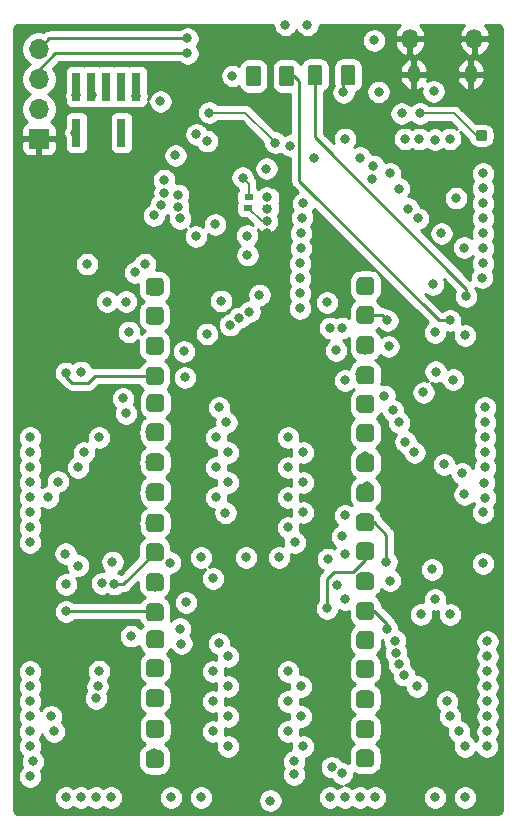
<source format=gbr>
G04 #@! TF.GenerationSoftware,KiCad,Pcbnew,(5.1.5-rc2)*
G04 #@! TF.CreationDate,2020-01-23T16:56:20-08:00*
G04 #@! TF.ProjectId,fpgb,66706762-2e6b-4696-9361-645f70636258,0.1*
G04 #@! TF.SameCoordinates,Original*
G04 #@! TF.FileFunction,Copper,L1,Top*
G04 #@! TF.FilePolarity,Positive*
%FSLAX46Y46*%
G04 Gerber Fmt 4.6, Leading zero omitted, Abs format (unit mm)*
G04 Created by KiCad (PCBNEW (5.1.5-rc2)) date 2020-01-23 16:56:20*
%MOMM*%
%LPD*%
G04 APERTURE LIST*
%ADD10R,0.800000X0.500000*%
%ADD11C,0.100000*%
%ADD12R,0.740000X2.400000*%
%ADD13O,1.700000X1.700000*%
%ADD14R,1.700000X1.700000*%
%ADD15O,1.350000X1.700000*%
%ADD16O,1.100000X1.500000*%
%ADD17C,0.800000*%
%ADD18C,3.000000*%
%ADD19C,0.254000*%
%ADD20C,0.203200*%
G04 APERTURE END LIST*
D10*
X118059200Y-58806500D03*
X118072000Y-57906500D03*
X119672000Y-58806500D03*
X119672000Y-57906500D03*
G04 #@! TA.AperFunction,SMDPad,CuDef*
D11*
G36*
X128358145Y-104649835D02*
G01*
X128395129Y-104655321D01*
X128431398Y-104664406D01*
X128466602Y-104677002D01*
X128500402Y-104692988D01*
X128532472Y-104712210D01*
X128562504Y-104734483D01*
X128590208Y-104759592D01*
X128615317Y-104787296D01*
X128637590Y-104817328D01*
X128656812Y-104849398D01*
X128672798Y-104883198D01*
X128685394Y-104918402D01*
X128694479Y-104954671D01*
X128699965Y-104991655D01*
X128701800Y-105029000D01*
X128701800Y-105791000D01*
X128699965Y-105828345D01*
X128694479Y-105865329D01*
X128685394Y-105901598D01*
X128672798Y-105936802D01*
X128656812Y-105970602D01*
X128637590Y-106002672D01*
X128615317Y-106032704D01*
X128590208Y-106060408D01*
X128562504Y-106085517D01*
X128532472Y-106107790D01*
X128500402Y-106127012D01*
X128466602Y-106142998D01*
X128431398Y-106155594D01*
X128395129Y-106164679D01*
X128358145Y-106170165D01*
X128320800Y-106172000D01*
X127558800Y-106172000D01*
X127521455Y-106170165D01*
X127484471Y-106164679D01*
X127448202Y-106155594D01*
X127412998Y-106142998D01*
X127379198Y-106127012D01*
X127347128Y-106107790D01*
X127317096Y-106085517D01*
X127289392Y-106060408D01*
X127264283Y-106032704D01*
X127242010Y-106002672D01*
X127222788Y-105970602D01*
X127206802Y-105936802D01*
X127194206Y-105901598D01*
X127185121Y-105865329D01*
X127179635Y-105828345D01*
X127177800Y-105791000D01*
X127177800Y-105029000D01*
X127179635Y-104991655D01*
X127185121Y-104954671D01*
X127194206Y-104918402D01*
X127206802Y-104883198D01*
X127222788Y-104849398D01*
X127242010Y-104817328D01*
X127264283Y-104787296D01*
X127289392Y-104759592D01*
X127317096Y-104734483D01*
X127347128Y-104712210D01*
X127379198Y-104692988D01*
X127412998Y-104677002D01*
X127448202Y-104664406D01*
X127484471Y-104655321D01*
X127521455Y-104649835D01*
X127558800Y-104648000D01*
X128320800Y-104648000D01*
X128358145Y-104649835D01*
G37*
G04 #@! TD.AperFunction*
G04 #@! TA.AperFunction,SMDPad,CuDef*
G36*
X128358145Y-102160635D02*
G01*
X128395129Y-102166121D01*
X128431398Y-102175206D01*
X128466602Y-102187802D01*
X128500402Y-102203788D01*
X128532472Y-102223010D01*
X128562504Y-102245283D01*
X128590208Y-102270392D01*
X128615317Y-102298096D01*
X128637590Y-102328128D01*
X128656812Y-102360198D01*
X128672798Y-102393998D01*
X128685394Y-102429202D01*
X128694479Y-102465471D01*
X128699965Y-102502455D01*
X128701800Y-102539800D01*
X128701800Y-103301800D01*
X128699965Y-103339145D01*
X128694479Y-103376129D01*
X128685394Y-103412398D01*
X128672798Y-103447602D01*
X128656812Y-103481402D01*
X128637590Y-103513472D01*
X128615317Y-103543504D01*
X128590208Y-103571208D01*
X128562504Y-103596317D01*
X128532472Y-103618590D01*
X128500402Y-103637812D01*
X128466602Y-103653798D01*
X128431398Y-103666394D01*
X128395129Y-103675479D01*
X128358145Y-103680965D01*
X128320800Y-103682800D01*
X127558800Y-103682800D01*
X127521455Y-103680965D01*
X127484471Y-103675479D01*
X127448202Y-103666394D01*
X127412998Y-103653798D01*
X127379198Y-103637812D01*
X127347128Y-103618590D01*
X127317096Y-103596317D01*
X127289392Y-103571208D01*
X127264283Y-103543504D01*
X127242010Y-103513472D01*
X127222788Y-103481402D01*
X127206802Y-103447602D01*
X127194206Y-103412398D01*
X127185121Y-103376129D01*
X127179635Y-103339145D01*
X127177800Y-103301800D01*
X127177800Y-102539800D01*
X127179635Y-102502455D01*
X127185121Y-102465471D01*
X127194206Y-102429202D01*
X127206802Y-102393998D01*
X127222788Y-102360198D01*
X127242010Y-102328128D01*
X127264283Y-102298096D01*
X127289392Y-102270392D01*
X127317096Y-102245283D01*
X127347128Y-102223010D01*
X127379198Y-102203788D01*
X127412998Y-102187802D01*
X127448202Y-102175206D01*
X127484471Y-102166121D01*
X127521455Y-102160635D01*
X127558800Y-102158800D01*
X128320800Y-102158800D01*
X128358145Y-102160635D01*
G37*
G04 #@! TD.AperFunction*
G04 #@! TA.AperFunction,SMDPad,CuDef*
G36*
X128358145Y-99646035D02*
G01*
X128395129Y-99651521D01*
X128431398Y-99660606D01*
X128466602Y-99673202D01*
X128500402Y-99689188D01*
X128532472Y-99708410D01*
X128562504Y-99730683D01*
X128590208Y-99755792D01*
X128615317Y-99783496D01*
X128637590Y-99813528D01*
X128656812Y-99845598D01*
X128672798Y-99879398D01*
X128685394Y-99914602D01*
X128694479Y-99950871D01*
X128699965Y-99987855D01*
X128701800Y-100025200D01*
X128701800Y-100787200D01*
X128699965Y-100824545D01*
X128694479Y-100861529D01*
X128685394Y-100897798D01*
X128672798Y-100933002D01*
X128656812Y-100966802D01*
X128637590Y-100998872D01*
X128615317Y-101028904D01*
X128590208Y-101056608D01*
X128562504Y-101081717D01*
X128532472Y-101103990D01*
X128500402Y-101123212D01*
X128466602Y-101139198D01*
X128431398Y-101151794D01*
X128395129Y-101160879D01*
X128358145Y-101166365D01*
X128320800Y-101168200D01*
X127558800Y-101168200D01*
X127521455Y-101166365D01*
X127484471Y-101160879D01*
X127448202Y-101151794D01*
X127412998Y-101139198D01*
X127379198Y-101123212D01*
X127347128Y-101103990D01*
X127317096Y-101081717D01*
X127289392Y-101056608D01*
X127264283Y-101028904D01*
X127242010Y-100998872D01*
X127222788Y-100966802D01*
X127206802Y-100933002D01*
X127194206Y-100897798D01*
X127185121Y-100861529D01*
X127179635Y-100824545D01*
X127177800Y-100787200D01*
X127177800Y-100025200D01*
X127179635Y-99987855D01*
X127185121Y-99950871D01*
X127194206Y-99914602D01*
X127206802Y-99879398D01*
X127222788Y-99845598D01*
X127242010Y-99813528D01*
X127264283Y-99783496D01*
X127289392Y-99755792D01*
X127317096Y-99730683D01*
X127347128Y-99708410D01*
X127379198Y-99689188D01*
X127412998Y-99673202D01*
X127448202Y-99660606D01*
X127484471Y-99651521D01*
X127521455Y-99646035D01*
X127558800Y-99644200D01*
X128320800Y-99644200D01*
X128358145Y-99646035D01*
G37*
G04 #@! TD.AperFunction*
G04 #@! TA.AperFunction,SMDPad,CuDef*
G36*
X128358145Y-97055235D02*
G01*
X128395129Y-97060721D01*
X128431398Y-97069806D01*
X128466602Y-97082402D01*
X128500402Y-97098388D01*
X128532472Y-97117610D01*
X128562504Y-97139883D01*
X128590208Y-97164992D01*
X128615317Y-97192696D01*
X128637590Y-97222728D01*
X128656812Y-97254798D01*
X128672798Y-97288598D01*
X128685394Y-97323802D01*
X128694479Y-97360071D01*
X128699965Y-97397055D01*
X128701800Y-97434400D01*
X128701800Y-98196400D01*
X128699965Y-98233745D01*
X128694479Y-98270729D01*
X128685394Y-98306998D01*
X128672798Y-98342202D01*
X128656812Y-98376002D01*
X128637590Y-98408072D01*
X128615317Y-98438104D01*
X128590208Y-98465808D01*
X128562504Y-98490917D01*
X128532472Y-98513190D01*
X128500402Y-98532412D01*
X128466602Y-98548398D01*
X128431398Y-98560994D01*
X128395129Y-98570079D01*
X128358145Y-98575565D01*
X128320800Y-98577400D01*
X127558800Y-98577400D01*
X127521455Y-98575565D01*
X127484471Y-98570079D01*
X127448202Y-98560994D01*
X127412998Y-98548398D01*
X127379198Y-98532412D01*
X127347128Y-98513190D01*
X127317096Y-98490917D01*
X127289392Y-98465808D01*
X127264283Y-98438104D01*
X127242010Y-98408072D01*
X127222788Y-98376002D01*
X127206802Y-98342202D01*
X127194206Y-98306998D01*
X127185121Y-98270729D01*
X127179635Y-98233745D01*
X127177800Y-98196400D01*
X127177800Y-97434400D01*
X127179635Y-97397055D01*
X127185121Y-97360071D01*
X127194206Y-97323802D01*
X127206802Y-97288598D01*
X127222788Y-97254798D01*
X127242010Y-97222728D01*
X127264283Y-97192696D01*
X127289392Y-97164992D01*
X127317096Y-97139883D01*
X127347128Y-97117610D01*
X127379198Y-97098388D01*
X127412998Y-97082402D01*
X127448202Y-97069806D01*
X127484471Y-97060721D01*
X127521455Y-97055235D01*
X127558800Y-97053400D01*
X128320800Y-97053400D01*
X128358145Y-97055235D01*
G37*
G04 #@! TD.AperFunction*
G04 #@! TA.AperFunction,SMDPad,CuDef*
G36*
X128383545Y-94616835D02*
G01*
X128420529Y-94622321D01*
X128456798Y-94631406D01*
X128492002Y-94644002D01*
X128525802Y-94659988D01*
X128557872Y-94679210D01*
X128587904Y-94701483D01*
X128615608Y-94726592D01*
X128640717Y-94754296D01*
X128662990Y-94784328D01*
X128682212Y-94816398D01*
X128698198Y-94850198D01*
X128710794Y-94885402D01*
X128719879Y-94921671D01*
X128725365Y-94958655D01*
X128727200Y-94996000D01*
X128727200Y-95758000D01*
X128725365Y-95795345D01*
X128719879Y-95832329D01*
X128710794Y-95868598D01*
X128698198Y-95903802D01*
X128682212Y-95937602D01*
X128662990Y-95969672D01*
X128640717Y-95999704D01*
X128615608Y-96027408D01*
X128587904Y-96052517D01*
X128557872Y-96074790D01*
X128525802Y-96094012D01*
X128492002Y-96109998D01*
X128456798Y-96122594D01*
X128420529Y-96131679D01*
X128383545Y-96137165D01*
X128346200Y-96139000D01*
X127584200Y-96139000D01*
X127546855Y-96137165D01*
X127509871Y-96131679D01*
X127473602Y-96122594D01*
X127438398Y-96109998D01*
X127404598Y-96094012D01*
X127372528Y-96074790D01*
X127342496Y-96052517D01*
X127314792Y-96027408D01*
X127289683Y-95999704D01*
X127267410Y-95969672D01*
X127248188Y-95937602D01*
X127232202Y-95903802D01*
X127219606Y-95868598D01*
X127210521Y-95832329D01*
X127205035Y-95795345D01*
X127203200Y-95758000D01*
X127203200Y-94996000D01*
X127205035Y-94958655D01*
X127210521Y-94921671D01*
X127219606Y-94885402D01*
X127232202Y-94850198D01*
X127248188Y-94816398D01*
X127267410Y-94784328D01*
X127289683Y-94754296D01*
X127314792Y-94726592D01*
X127342496Y-94701483D01*
X127372528Y-94679210D01*
X127404598Y-94659988D01*
X127438398Y-94644002D01*
X127473602Y-94631406D01*
X127509871Y-94622321D01*
X127546855Y-94616835D01*
X127584200Y-94615000D01*
X128346200Y-94615000D01*
X128383545Y-94616835D01*
G37*
G04 #@! TD.AperFunction*
G04 #@! TA.AperFunction,SMDPad,CuDef*
G36*
X128383545Y-92153035D02*
G01*
X128420529Y-92158521D01*
X128456798Y-92167606D01*
X128492002Y-92180202D01*
X128525802Y-92196188D01*
X128557872Y-92215410D01*
X128587904Y-92237683D01*
X128615608Y-92262792D01*
X128640717Y-92290496D01*
X128662990Y-92320528D01*
X128682212Y-92352598D01*
X128698198Y-92386398D01*
X128710794Y-92421602D01*
X128719879Y-92457871D01*
X128725365Y-92494855D01*
X128727200Y-92532200D01*
X128727200Y-93294200D01*
X128725365Y-93331545D01*
X128719879Y-93368529D01*
X128710794Y-93404798D01*
X128698198Y-93440002D01*
X128682212Y-93473802D01*
X128662990Y-93505872D01*
X128640717Y-93535904D01*
X128615608Y-93563608D01*
X128587904Y-93588717D01*
X128557872Y-93610990D01*
X128525802Y-93630212D01*
X128492002Y-93646198D01*
X128456798Y-93658794D01*
X128420529Y-93667879D01*
X128383545Y-93673365D01*
X128346200Y-93675200D01*
X127584200Y-93675200D01*
X127546855Y-93673365D01*
X127509871Y-93667879D01*
X127473602Y-93658794D01*
X127438398Y-93646198D01*
X127404598Y-93630212D01*
X127372528Y-93610990D01*
X127342496Y-93588717D01*
X127314792Y-93563608D01*
X127289683Y-93535904D01*
X127267410Y-93505872D01*
X127248188Y-93473802D01*
X127232202Y-93440002D01*
X127219606Y-93404798D01*
X127210521Y-93368529D01*
X127205035Y-93331545D01*
X127203200Y-93294200D01*
X127203200Y-92532200D01*
X127205035Y-92494855D01*
X127210521Y-92457871D01*
X127219606Y-92421602D01*
X127232202Y-92386398D01*
X127248188Y-92352598D01*
X127267410Y-92320528D01*
X127289683Y-92290496D01*
X127314792Y-92262792D01*
X127342496Y-92237683D01*
X127372528Y-92215410D01*
X127404598Y-92196188D01*
X127438398Y-92180202D01*
X127473602Y-92167606D01*
X127509871Y-92158521D01*
X127546855Y-92153035D01*
X127584200Y-92151200D01*
X128346200Y-92151200D01*
X128383545Y-92153035D01*
G37*
G04 #@! TD.AperFunction*
G04 #@! TA.AperFunction,SMDPad,CuDef*
G36*
X128358145Y-89663835D02*
G01*
X128395129Y-89669321D01*
X128431398Y-89678406D01*
X128466602Y-89691002D01*
X128500402Y-89706988D01*
X128532472Y-89726210D01*
X128562504Y-89748483D01*
X128590208Y-89773592D01*
X128615317Y-89801296D01*
X128637590Y-89831328D01*
X128656812Y-89863398D01*
X128672798Y-89897198D01*
X128685394Y-89932402D01*
X128694479Y-89968671D01*
X128699965Y-90005655D01*
X128701800Y-90043000D01*
X128701800Y-90805000D01*
X128699965Y-90842345D01*
X128694479Y-90879329D01*
X128685394Y-90915598D01*
X128672798Y-90950802D01*
X128656812Y-90984602D01*
X128637590Y-91016672D01*
X128615317Y-91046704D01*
X128590208Y-91074408D01*
X128562504Y-91099517D01*
X128532472Y-91121790D01*
X128500402Y-91141012D01*
X128466602Y-91156998D01*
X128431398Y-91169594D01*
X128395129Y-91178679D01*
X128358145Y-91184165D01*
X128320800Y-91186000D01*
X127558800Y-91186000D01*
X127521455Y-91184165D01*
X127484471Y-91178679D01*
X127448202Y-91169594D01*
X127412998Y-91156998D01*
X127379198Y-91141012D01*
X127347128Y-91121790D01*
X127317096Y-91099517D01*
X127289392Y-91074408D01*
X127264283Y-91046704D01*
X127242010Y-91016672D01*
X127222788Y-90984602D01*
X127206802Y-90950802D01*
X127194206Y-90915598D01*
X127185121Y-90879329D01*
X127179635Y-90842345D01*
X127177800Y-90805000D01*
X127177800Y-90043000D01*
X127179635Y-90005655D01*
X127185121Y-89968671D01*
X127194206Y-89932402D01*
X127206802Y-89897198D01*
X127222788Y-89863398D01*
X127242010Y-89831328D01*
X127264283Y-89801296D01*
X127289392Y-89773592D01*
X127317096Y-89748483D01*
X127347128Y-89726210D01*
X127379198Y-89706988D01*
X127412998Y-89691002D01*
X127448202Y-89678406D01*
X127484471Y-89669321D01*
X127521455Y-89663835D01*
X127558800Y-89662000D01*
X128320800Y-89662000D01*
X128358145Y-89663835D01*
G37*
G04 #@! TD.AperFunction*
G04 #@! TA.AperFunction,SMDPad,CuDef*
G36*
X128358145Y-87098435D02*
G01*
X128395129Y-87103921D01*
X128431398Y-87113006D01*
X128466602Y-87125602D01*
X128500402Y-87141588D01*
X128532472Y-87160810D01*
X128562504Y-87183083D01*
X128590208Y-87208192D01*
X128615317Y-87235896D01*
X128637590Y-87265928D01*
X128656812Y-87297998D01*
X128672798Y-87331798D01*
X128685394Y-87367002D01*
X128694479Y-87403271D01*
X128699965Y-87440255D01*
X128701800Y-87477600D01*
X128701800Y-88239600D01*
X128699965Y-88276945D01*
X128694479Y-88313929D01*
X128685394Y-88350198D01*
X128672798Y-88385402D01*
X128656812Y-88419202D01*
X128637590Y-88451272D01*
X128615317Y-88481304D01*
X128590208Y-88509008D01*
X128562504Y-88534117D01*
X128532472Y-88556390D01*
X128500402Y-88575612D01*
X128466602Y-88591598D01*
X128431398Y-88604194D01*
X128395129Y-88613279D01*
X128358145Y-88618765D01*
X128320800Y-88620600D01*
X127558800Y-88620600D01*
X127521455Y-88618765D01*
X127484471Y-88613279D01*
X127448202Y-88604194D01*
X127412998Y-88591598D01*
X127379198Y-88575612D01*
X127347128Y-88556390D01*
X127317096Y-88534117D01*
X127289392Y-88509008D01*
X127264283Y-88481304D01*
X127242010Y-88451272D01*
X127222788Y-88419202D01*
X127206802Y-88385402D01*
X127194206Y-88350198D01*
X127185121Y-88313929D01*
X127179635Y-88276945D01*
X127177800Y-88239600D01*
X127177800Y-87477600D01*
X127179635Y-87440255D01*
X127185121Y-87403271D01*
X127194206Y-87367002D01*
X127206802Y-87331798D01*
X127222788Y-87297998D01*
X127242010Y-87265928D01*
X127264283Y-87235896D01*
X127289392Y-87208192D01*
X127317096Y-87183083D01*
X127347128Y-87160810D01*
X127379198Y-87141588D01*
X127412998Y-87125602D01*
X127448202Y-87113006D01*
X127484471Y-87103921D01*
X127521455Y-87098435D01*
X127558800Y-87096600D01*
X128320800Y-87096600D01*
X128358145Y-87098435D01*
G37*
G04 #@! TD.AperFunction*
G04 #@! TA.AperFunction,SMDPad,CuDef*
G36*
X128358145Y-84660035D02*
G01*
X128395129Y-84665521D01*
X128431398Y-84674606D01*
X128466602Y-84687202D01*
X128500402Y-84703188D01*
X128532472Y-84722410D01*
X128562504Y-84744683D01*
X128590208Y-84769792D01*
X128615317Y-84797496D01*
X128637590Y-84827528D01*
X128656812Y-84859598D01*
X128672798Y-84893398D01*
X128685394Y-84928602D01*
X128694479Y-84964871D01*
X128699965Y-85001855D01*
X128701800Y-85039200D01*
X128701800Y-85801200D01*
X128699965Y-85838545D01*
X128694479Y-85875529D01*
X128685394Y-85911798D01*
X128672798Y-85947002D01*
X128656812Y-85980802D01*
X128637590Y-86012872D01*
X128615317Y-86042904D01*
X128590208Y-86070608D01*
X128562504Y-86095717D01*
X128532472Y-86117990D01*
X128500402Y-86137212D01*
X128466602Y-86153198D01*
X128431398Y-86165794D01*
X128395129Y-86174879D01*
X128358145Y-86180365D01*
X128320800Y-86182200D01*
X127558800Y-86182200D01*
X127521455Y-86180365D01*
X127484471Y-86174879D01*
X127448202Y-86165794D01*
X127412998Y-86153198D01*
X127379198Y-86137212D01*
X127347128Y-86117990D01*
X127317096Y-86095717D01*
X127289392Y-86070608D01*
X127264283Y-86042904D01*
X127242010Y-86012872D01*
X127222788Y-85980802D01*
X127206802Y-85947002D01*
X127194206Y-85911798D01*
X127185121Y-85875529D01*
X127179635Y-85838545D01*
X127177800Y-85801200D01*
X127177800Y-85039200D01*
X127179635Y-85001855D01*
X127185121Y-84964871D01*
X127194206Y-84928602D01*
X127206802Y-84893398D01*
X127222788Y-84859598D01*
X127242010Y-84827528D01*
X127264283Y-84797496D01*
X127289392Y-84769792D01*
X127317096Y-84744683D01*
X127347128Y-84722410D01*
X127379198Y-84703188D01*
X127412998Y-84687202D01*
X127448202Y-84674606D01*
X127484471Y-84665521D01*
X127521455Y-84660035D01*
X127558800Y-84658200D01*
X128320800Y-84658200D01*
X128358145Y-84660035D01*
G37*
G04 #@! TD.AperFunction*
G04 #@! TA.AperFunction,SMDPad,CuDef*
G36*
X128383545Y-82170835D02*
G01*
X128420529Y-82176321D01*
X128456798Y-82185406D01*
X128492002Y-82198002D01*
X128525802Y-82213988D01*
X128557872Y-82233210D01*
X128587904Y-82255483D01*
X128615608Y-82280592D01*
X128640717Y-82308296D01*
X128662990Y-82338328D01*
X128682212Y-82370398D01*
X128698198Y-82404198D01*
X128710794Y-82439402D01*
X128719879Y-82475671D01*
X128725365Y-82512655D01*
X128727200Y-82550000D01*
X128727200Y-83312000D01*
X128725365Y-83349345D01*
X128719879Y-83386329D01*
X128710794Y-83422598D01*
X128698198Y-83457802D01*
X128682212Y-83491602D01*
X128662990Y-83523672D01*
X128640717Y-83553704D01*
X128615608Y-83581408D01*
X128587904Y-83606517D01*
X128557872Y-83628790D01*
X128525802Y-83648012D01*
X128492002Y-83663998D01*
X128456798Y-83676594D01*
X128420529Y-83685679D01*
X128383545Y-83691165D01*
X128346200Y-83693000D01*
X127584200Y-83693000D01*
X127546855Y-83691165D01*
X127509871Y-83685679D01*
X127473602Y-83676594D01*
X127438398Y-83663998D01*
X127404598Y-83648012D01*
X127372528Y-83628790D01*
X127342496Y-83606517D01*
X127314792Y-83581408D01*
X127289683Y-83553704D01*
X127267410Y-83523672D01*
X127248188Y-83491602D01*
X127232202Y-83457802D01*
X127219606Y-83422598D01*
X127210521Y-83386329D01*
X127205035Y-83349345D01*
X127203200Y-83312000D01*
X127203200Y-82550000D01*
X127205035Y-82512655D01*
X127210521Y-82475671D01*
X127219606Y-82439402D01*
X127232202Y-82404198D01*
X127248188Y-82370398D01*
X127267410Y-82338328D01*
X127289683Y-82308296D01*
X127314792Y-82280592D01*
X127342496Y-82255483D01*
X127372528Y-82233210D01*
X127404598Y-82213988D01*
X127438398Y-82198002D01*
X127473602Y-82185406D01*
X127509871Y-82176321D01*
X127546855Y-82170835D01*
X127584200Y-82169000D01*
X128346200Y-82169000D01*
X128383545Y-82170835D01*
G37*
G04 #@! TD.AperFunction*
G04 #@! TA.AperFunction,SMDPad,CuDef*
G36*
X128383545Y-79630835D02*
G01*
X128420529Y-79636321D01*
X128456798Y-79645406D01*
X128492002Y-79658002D01*
X128525802Y-79673988D01*
X128557872Y-79693210D01*
X128587904Y-79715483D01*
X128615608Y-79740592D01*
X128640717Y-79768296D01*
X128662990Y-79798328D01*
X128682212Y-79830398D01*
X128698198Y-79864198D01*
X128710794Y-79899402D01*
X128719879Y-79935671D01*
X128725365Y-79972655D01*
X128727200Y-80010000D01*
X128727200Y-80772000D01*
X128725365Y-80809345D01*
X128719879Y-80846329D01*
X128710794Y-80882598D01*
X128698198Y-80917802D01*
X128682212Y-80951602D01*
X128662990Y-80983672D01*
X128640717Y-81013704D01*
X128615608Y-81041408D01*
X128587904Y-81066517D01*
X128557872Y-81088790D01*
X128525802Y-81108012D01*
X128492002Y-81123998D01*
X128456798Y-81136594D01*
X128420529Y-81145679D01*
X128383545Y-81151165D01*
X128346200Y-81153000D01*
X127584200Y-81153000D01*
X127546855Y-81151165D01*
X127509871Y-81145679D01*
X127473602Y-81136594D01*
X127438398Y-81123998D01*
X127404598Y-81108012D01*
X127372528Y-81088790D01*
X127342496Y-81066517D01*
X127314792Y-81041408D01*
X127289683Y-81013704D01*
X127267410Y-80983672D01*
X127248188Y-80951602D01*
X127232202Y-80917802D01*
X127219606Y-80882598D01*
X127210521Y-80846329D01*
X127205035Y-80809345D01*
X127203200Y-80772000D01*
X127203200Y-80010000D01*
X127205035Y-79972655D01*
X127210521Y-79935671D01*
X127219606Y-79899402D01*
X127232202Y-79864198D01*
X127248188Y-79830398D01*
X127267410Y-79798328D01*
X127289683Y-79768296D01*
X127314792Y-79740592D01*
X127342496Y-79715483D01*
X127372528Y-79693210D01*
X127404598Y-79673988D01*
X127438398Y-79658002D01*
X127473602Y-79645406D01*
X127509871Y-79636321D01*
X127546855Y-79630835D01*
X127584200Y-79629000D01*
X128346200Y-79629000D01*
X128383545Y-79630835D01*
G37*
G04 #@! TD.AperFunction*
G04 #@! TA.AperFunction,SMDPad,CuDef*
G36*
X128383545Y-77090835D02*
G01*
X128420529Y-77096321D01*
X128456798Y-77105406D01*
X128492002Y-77118002D01*
X128525802Y-77133988D01*
X128557872Y-77153210D01*
X128587904Y-77175483D01*
X128615608Y-77200592D01*
X128640717Y-77228296D01*
X128662990Y-77258328D01*
X128682212Y-77290398D01*
X128698198Y-77324198D01*
X128710794Y-77359402D01*
X128719879Y-77395671D01*
X128725365Y-77432655D01*
X128727200Y-77470000D01*
X128727200Y-78232000D01*
X128725365Y-78269345D01*
X128719879Y-78306329D01*
X128710794Y-78342598D01*
X128698198Y-78377802D01*
X128682212Y-78411602D01*
X128662990Y-78443672D01*
X128640717Y-78473704D01*
X128615608Y-78501408D01*
X128587904Y-78526517D01*
X128557872Y-78548790D01*
X128525802Y-78568012D01*
X128492002Y-78583998D01*
X128456798Y-78596594D01*
X128420529Y-78605679D01*
X128383545Y-78611165D01*
X128346200Y-78613000D01*
X127584200Y-78613000D01*
X127546855Y-78611165D01*
X127509871Y-78605679D01*
X127473602Y-78596594D01*
X127438398Y-78583998D01*
X127404598Y-78568012D01*
X127372528Y-78548790D01*
X127342496Y-78526517D01*
X127314792Y-78501408D01*
X127289683Y-78473704D01*
X127267410Y-78443672D01*
X127248188Y-78411602D01*
X127232202Y-78377802D01*
X127219606Y-78342598D01*
X127210521Y-78306329D01*
X127205035Y-78269345D01*
X127203200Y-78232000D01*
X127203200Y-77470000D01*
X127205035Y-77432655D01*
X127210521Y-77395671D01*
X127219606Y-77359402D01*
X127232202Y-77324198D01*
X127248188Y-77290398D01*
X127267410Y-77258328D01*
X127289683Y-77228296D01*
X127314792Y-77200592D01*
X127342496Y-77175483D01*
X127372528Y-77153210D01*
X127404598Y-77133988D01*
X127438398Y-77118002D01*
X127473602Y-77105406D01*
X127509871Y-77096321D01*
X127546855Y-77090835D01*
X127584200Y-77089000D01*
X128346200Y-77089000D01*
X128383545Y-77090835D01*
G37*
G04 #@! TD.AperFunction*
G04 #@! TA.AperFunction,SMDPad,CuDef*
G36*
X128383545Y-74627035D02*
G01*
X128420529Y-74632521D01*
X128456798Y-74641606D01*
X128492002Y-74654202D01*
X128525802Y-74670188D01*
X128557872Y-74689410D01*
X128587904Y-74711683D01*
X128615608Y-74736792D01*
X128640717Y-74764496D01*
X128662990Y-74794528D01*
X128682212Y-74826598D01*
X128698198Y-74860398D01*
X128710794Y-74895602D01*
X128719879Y-74931871D01*
X128725365Y-74968855D01*
X128727200Y-75006200D01*
X128727200Y-75768200D01*
X128725365Y-75805545D01*
X128719879Y-75842529D01*
X128710794Y-75878798D01*
X128698198Y-75914002D01*
X128682212Y-75947802D01*
X128662990Y-75979872D01*
X128640717Y-76009904D01*
X128615608Y-76037608D01*
X128587904Y-76062717D01*
X128557872Y-76084990D01*
X128525802Y-76104212D01*
X128492002Y-76120198D01*
X128456798Y-76132794D01*
X128420529Y-76141879D01*
X128383545Y-76147365D01*
X128346200Y-76149200D01*
X127584200Y-76149200D01*
X127546855Y-76147365D01*
X127509871Y-76141879D01*
X127473602Y-76132794D01*
X127438398Y-76120198D01*
X127404598Y-76104212D01*
X127372528Y-76084990D01*
X127342496Y-76062717D01*
X127314792Y-76037608D01*
X127289683Y-76009904D01*
X127267410Y-75979872D01*
X127248188Y-75947802D01*
X127232202Y-75914002D01*
X127219606Y-75878798D01*
X127210521Y-75842529D01*
X127205035Y-75805545D01*
X127203200Y-75768200D01*
X127203200Y-75006200D01*
X127205035Y-74968855D01*
X127210521Y-74931871D01*
X127219606Y-74895602D01*
X127232202Y-74860398D01*
X127248188Y-74826598D01*
X127267410Y-74794528D01*
X127289683Y-74764496D01*
X127314792Y-74736792D01*
X127342496Y-74711683D01*
X127372528Y-74689410D01*
X127404598Y-74670188D01*
X127438398Y-74654202D01*
X127473602Y-74641606D01*
X127509871Y-74632521D01*
X127546855Y-74627035D01*
X127584200Y-74625200D01*
X128346200Y-74625200D01*
X128383545Y-74627035D01*
G37*
G04 #@! TD.AperFunction*
G04 #@! TA.AperFunction,SMDPad,CuDef*
G36*
X128383545Y-72214035D02*
G01*
X128420529Y-72219521D01*
X128456798Y-72228606D01*
X128492002Y-72241202D01*
X128525802Y-72257188D01*
X128557872Y-72276410D01*
X128587904Y-72298683D01*
X128615608Y-72323792D01*
X128640717Y-72351496D01*
X128662990Y-72381528D01*
X128682212Y-72413598D01*
X128698198Y-72447398D01*
X128710794Y-72482602D01*
X128719879Y-72518871D01*
X128725365Y-72555855D01*
X128727200Y-72593200D01*
X128727200Y-73355200D01*
X128725365Y-73392545D01*
X128719879Y-73429529D01*
X128710794Y-73465798D01*
X128698198Y-73501002D01*
X128682212Y-73534802D01*
X128662990Y-73566872D01*
X128640717Y-73596904D01*
X128615608Y-73624608D01*
X128587904Y-73649717D01*
X128557872Y-73671990D01*
X128525802Y-73691212D01*
X128492002Y-73707198D01*
X128456798Y-73719794D01*
X128420529Y-73728879D01*
X128383545Y-73734365D01*
X128346200Y-73736200D01*
X127584200Y-73736200D01*
X127546855Y-73734365D01*
X127509871Y-73728879D01*
X127473602Y-73719794D01*
X127438398Y-73707198D01*
X127404598Y-73691212D01*
X127372528Y-73671990D01*
X127342496Y-73649717D01*
X127314792Y-73624608D01*
X127289683Y-73596904D01*
X127267410Y-73566872D01*
X127248188Y-73534802D01*
X127232202Y-73501002D01*
X127219606Y-73465798D01*
X127210521Y-73429529D01*
X127205035Y-73392545D01*
X127203200Y-73355200D01*
X127203200Y-72593200D01*
X127205035Y-72555855D01*
X127210521Y-72518871D01*
X127219606Y-72482602D01*
X127232202Y-72447398D01*
X127248188Y-72413598D01*
X127267410Y-72381528D01*
X127289683Y-72351496D01*
X127314792Y-72323792D01*
X127342496Y-72298683D01*
X127372528Y-72276410D01*
X127404598Y-72257188D01*
X127438398Y-72241202D01*
X127473602Y-72228606D01*
X127509871Y-72219521D01*
X127546855Y-72214035D01*
X127584200Y-72212200D01*
X128346200Y-72212200D01*
X128383545Y-72214035D01*
G37*
G04 #@! TD.AperFunction*
G04 #@! TA.AperFunction,SMDPad,CuDef*
G36*
X128383545Y-69648635D02*
G01*
X128420529Y-69654121D01*
X128456798Y-69663206D01*
X128492002Y-69675802D01*
X128525802Y-69691788D01*
X128557872Y-69711010D01*
X128587904Y-69733283D01*
X128615608Y-69758392D01*
X128640717Y-69786096D01*
X128662990Y-69816128D01*
X128682212Y-69848198D01*
X128698198Y-69881998D01*
X128710794Y-69917202D01*
X128719879Y-69953471D01*
X128725365Y-69990455D01*
X128727200Y-70027800D01*
X128727200Y-70789800D01*
X128725365Y-70827145D01*
X128719879Y-70864129D01*
X128710794Y-70900398D01*
X128698198Y-70935602D01*
X128682212Y-70969402D01*
X128662990Y-71001472D01*
X128640717Y-71031504D01*
X128615608Y-71059208D01*
X128587904Y-71084317D01*
X128557872Y-71106590D01*
X128525802Y-71125812D01*
X128492002Y-71141798D01*
X128456798Y-71154394D01*
X128420529Y-71163479D01*
X128383545Y-71168965D01*
X128346200Y-71170800D01*
X127584200Y-71170800D01*
X127546855Y-71168965D01*
X127509871Y-71163479D01*
X127473602Y-71154394D01*
X127438398Y-71141798D01*
X127404598Y-71125812D01*
X127372528Y-71106590D01*
X127342496Y-71084317D01*
X127314792Y-71059208D01*
X127289683Y-71031504D01*
X127267410Y-71001472D01*
X127248188Y-70969402D01*
X127232202Y-70935602D01*
X127219606Y-70900398D01*
X127210521Y-70864129D01*
X127205035Y-70827145D01*
X127203200Y-70789800D01*
X127203200Y-70027800D01*
X127205035Y-69990455D01*
X127210521Y-69953471D01*
X127219606Y-69917202D01*
X127232202Y-69881998D01*
X127248188Y-69848198D01*
X127267410Y-69816128D01*
X127289683Y-69786096D01*
X127314792Y-69758392D01*
X127342496Y-69733283D01*
X127372528Y-69711010D01*
X127404598Y-69691788D01*
X127438398Y-69675802D01*
X127473602Y-69663206D01*
X127509871Y-69654121D01*
X127546855Y-69648635D01*
X127584200Y-69646800D01*
X128346200Y-69646800D01*
X128383545Y-69648635D01*
G37*
G04 #@! TD.AperFunction*
G04 #@! TA.AperFunction,SMDPad,CuDef*
G36*
X128383545Y-67108635D02*
G01*
X128420529Y-67114121D01*
X128456798Y-67123206D01*
X128492002Y-67135802D01*
X128525802Y-67151788D01*
X128557872Y-67171010D01*
X128587904Y-67193283D01*
X128615608Y-67218392D01*
X128640717Y-67246096D01*
X128662990Y-67276128D01*
X128682212Y-67308198D01*
X128698198Y-67341998D01*
X128710794Y-67377202D01*
X128719879Y-67413471D01*
X128725365Y-67450455D01*
X128727200Y-67487800D01*
X128727200Y-68249800D01*
X128725365Y-68287145D01*
X128719879Y-68324129D01*
X128710794Y-68360398D01*
X128698198Y-68395602D01*
X128682212Y-68429402D01*
X128662990Y-68461472D01*
X128640717Y-68491504D01*
X128615608Y-68519208D01*
X128587904Y-68544317D01*
X128557872Y-68566590D01*
X128525802Y-68585812D01*
X128492002Y-68601798D01*
X128456798Y-68614394D01*
X128420529Y-68623479D01*
X128383545Y-68628965D01*
X128346200Y-68630800D01*
X127584200Y-68630800D01*
X127546855Y-68628965D01*
X127509871Y-68623479D01*
X127473602Y-68614394D01*
X127438398Y-68601798D01*
X127404598Y-68585812D01*
X127372528Y-68566590D01*
X127342496Y-68544317D01*
X127314792Y-68519208D01*
X127289683Y-68491504D01*
X127267410Y-68461472D01*
X127248188Y-68429402D01*
X127232202Y-68395602D01*
X127219606Y-68360398D01*
X127210521Y-68324129D01*
X127205035Y-68287145D01*
X127203200Y-68249800D01*
X127203200Y-67487800D01*
X127205035Y-67450455D01*
X127210521Y-67413471D01*
X127219606Y-67377202D01*
X127232202Y-67341998D01*
X127248188Y-67308198D01*
X127267410Y-67276128D01*
X127289683Y-67246096D01*
X127314792Y-67218392D01*
X127342496Y-67193283D01*
X127372528Y-67171010D01*
X127404598Y-67151788D01*
X127438398Y-67135802D01*
X127473602Y-67123206D01*
X127509871Y-67114121D01*
X127546855Y-67108635D01*
X127584200Y-67106800D01*
X128346200Y-67106800D01*
X128383545Y-67108635D01*
G37*
G04 #@! TD.AperFunction*
G04 #@! TA.AperFunction,SMDPad,CuDef*
G36*
X128383545Y-64644835D02*
G01*
X128420529Y-64650321D01*
X128456798Y-64659406D01*
X128492002Y-64672002D01*
X128525802Y-64687988D01*
X128557872Y-64707210D01*
X128587904Y-64729483D01*
X128615608Y-64754592D01*
X128640717Y-64782296D01*
X128662990Y-64812328D01*
X128682212Y-64844398D01*
X128698198Y-64878198D01*
X128710794Y-64913402D01*
X128719879Y-64949671D01*
X128725365Y-64986655D01*
X128727200Y-65024000D01*
X128727200Y-65786000D01*
X128725365Y-65823345D01*
X128719879Y-65860329D01*
X128710794Y-65896598D01*
X128698198Y-65931802D01*
X128682212Y-65965602D01*
X128662990Y-65997672D01*
X128640717Y-66027704D01*
X128615608Y-66055408D01*
X128587904Y-66080517D01*
X128557872Y-66102790D01*
X128525802Y-66122012D01*
X128492002Y-66137998D01*
X128456798Y-66150594D01*
X128420529Y-66159679D01*
X128383545Y-66165165D01*
X128346200Y-66167000D01*
X127584200Y-66167000D01*
X127546855Y-66165165D01*
X127509871Y-66159679D01*
X127473602Y-66150594D01*
X127438398Y-66137998D01*
X127404598Y-66122012D01*
X127372528Y-66102790D01*
X127342496Y-66080517D01*
X127314792Y-66055408D01*
X127289683Y-66027704D01*
X127267410Y-65997672D01*
X127248188Y-65965602D01*
X127232202Y-65931802D01*
X127219606Y-65896598D01*
X127210521Y-65860329D01*
X127205035Y-65823345D01*
X127203200Y-65786000D01*
X127203200Y-65024000D01*
X127205035Y-64986655D01*
X127210521Y-64949671D01*
X127219606Y-64913402D01*
X127232202Y-64878198D01*
X127248188Y-64844398D01*
X127267410Y-64812328D01*
X127289683Y-64782296D01*
X127314792Y-64754592D01*
X127342496Y-64729483D01*
X127372528Y-64707210D01*
X127404598Y-64687988D01*
X127438398Y-64672002D01*
X127473602Y-64659406D01*
X127509871Y-64650321D01*
X127546855Y-64644835D01*
X127584200Y-64643000D01*
X128346200Y-64643000D01*
X128383545Y-64644835D01*
G37*
G04 #@! TD.AperFunction*
G04 #@! TA.AperFunction,SMDPad,CuDef*
G36*
X110552745Y-104700635D02*
G01*
X110589729Y-104706121D01*
X110625998Y-104715206D01*
X110661202Y-104727802D01*
X110695002Y-104743788D01*
X110727072Y-104763010D01*
X110757104Y-104785283D01*
X110784808Y-104810392D01*
X110809917Y-104838096D01*
X110832190Y-104868128D01*
X110851412Y-104900198D01*
X110867398Y-104933998D01*
X110879994Y-104969202D01*
X110889079Y-105005471D01*
X110894565Y-105042455D01*
X110896400Y-105079800D01*
X110896400Y-105841800D01*
X110894565Y-105879145D01*
X110889079Y-105916129D01*
X110879994Y-105952398D01*
X110867398Y-105987602D01*
X110851412Y-106021402D01*
X110832190Y-106053472D01*
X110809917Y-106083504D01*
X110784808Y-106111208D01*
X110757104Y-106136317D01*
X110727072Y-106158590D01*
X110695002Y-106177812D01*
X110661202Y-106193798D01*
X110625998Y-106206394D01*
X110589729Y-106215479D01*
X110552745Y-106220965D01*
X110515400Y-106222800D01*
X109753400Y-106222800D01*
X109716055Y-106220965D01*
X109679071Y-106215479D01*
X109642802Y-106206394D01*
X109607598Y-106193798D01*
X109573798Y-106177812D01*
X109541728Y-106158590D01*
X109511696Y-106136317D01*
X109483992Y-106111208D01*
X109458883Y-106083504D01*
X109436610Y-106053472D01*
X109417388Y-106021402D01*
X109401402Y-105987602D01*
X109388806Y-105952398D01*
X109379721Y-105916129D01*
X109374235Y-105879145D01*
X109372400Y-105841800D01*
X109372400Y-105079800D01*
X109374235Y-105042455D01*
X109379721Y-105005471D01*
X109388806Y-104969202D01*
X109401402Y-104933998D01*
X109417388Y-104900198D01*
X109436610Y-104868128D01*
X109458883Y-104838096D01*
X109483992Y-104810392D01*
X109511696Y-104785283D01*
X109541728Y-104763010D01*
X109573798Y-104743788D01*
X109607598Y-104727802D01*
X109642802Y-104715206D01*
X109679071Y-104706121D01*
X109716055Y-104700635D01*
X109753400Y-104698800D01*
X110515400Y-104698800D01*
X110552745Y-104700635D01*
G37*
G04 #@! TD.AperFunction*
G04 #@! TA.AperFunction,SMDPad,CuDef*
G36*
X110578145Y-102135235D02*
G01*
X110615129Y-102140721D01*
X110651398Y-102149806D01*
X110686602Y-102162402D01*
X110720402Y-102178388D01*
X110752472Y-102197610D01*
X110782504Y-102219883D01*
X110810208Y-102244992D01*
X110835317Y-102272696D01*
X110857590Y-102302728D01*
X110876812Y-102334798D01*
X110892798Y-102368598D01*
X110905394Y-102403802D01*
X110914479Y-102440071D01*
X110919965Y-102477055D01*
X110921800Y-102514400D01*
X110921800Y-103276400D01*
X110919965Y-103313745D01*
X110914479Y-103350729D01*
X110905394Y-103386998D01*
X110892798Y-103422202D01*
X110876812Y-103456002D01*
X110857590Y-103488072D01*
X110835317Y-103518104D01*
X110810208Y-103545808D01*
X110782504Y-103570917D01*
X110752472Y-103593190D01*
X110720402Y-103612412D01*
X110686602Y-103628398D01*
X110651398Y-103640994D01*
X110615129Y-103650079D01*
X110578145Y-103655565D01*
X110540800Y-103657400D01*
X109778800Y-103657400D01*
X109741455Y-103655565D01*
X109704471Y-103650079D01*
X109668202Y-103640994D01*
X109632998Y-103628398D01*
X109599198Y-103612412D01*
X109567128Y-103593190D01*
X109537096Y-103570917D01*
X109509392Y-103545808D01*
X109484283Y-103518104D01*
X109462010Y-103488072D01*
X109442788Y-103456002D01*
X109426802Y-103422202D01*
X109414206Y-103386998D01*
X109405121Y-103350729D01*
X109399635Y-103313745D01*
X109397800Y-103276400D01*
X109397800Y-102514400D01*
X109399635Y-102477055D01*
X109405121Y-102440071D01*
X109414206Y-102403802D01*
X109426802Y-102368598D01*
X109442788Y-102334798D01*
X109462010Y-102302728D01*
X109484283Y-102272696D01*
X109509392Y-102244992D01*
X109537096Y-102219883D01*
X109567128Y-102197610D01*
X109599198Y-102178388D01*
X109632998Y-102162402D01*
X109668202Y-102149806D01*
X109704471Y-102140721D01*
X109741455Y-102135235D01*
X109778800Y-102133400D01*
X110540800Y-102133400D01*
X110578145Y-102135235D01*
G37*
G04 #@! TD.AperFunction*
G04 #@! TA.AperFunction,SMDPad,CuDef*
G36*
X110578145Y-99544435D02*
G01*
X110615129Y-99549921D01*
X110651398Y-99559006D01*
X110686602Y-99571602D01*
X110720402Y-99587588D01*
X110752472Y-99606810D01*
X110782504Y-99629083D01*
X110810208Y-99654192D01*
X110835317Y-99681896D01*
X110857590Y-99711928D01*
X110876812Y-99743998D01*
X110892798Y-99777798D01*
X110905394Y-99813002D01*
X110914479Y-99849271D01*
X110919965Y-99886255D01*
X110921800Y-99923600D01*
X110921800Y-100685600D01*
X110919965Y-100722945D01*
X110914479Y-100759929D01*
X110905394Y-100796198D01*
X110892798Y-100831402D01*
X110876812Y-100865202D01*
X110857590Y-100897272D01*
X110835317Y-100927304D01*
X110810208Y-100955008D01*
X110782504Y-100980117D01*
X110752472Y-101002390D01*
X110720402Y-101021612D01*
X110686602Y-101037598D01*
X110651398Y-101050194D01*
X110615129Y-101059279D01*
X110578145Y-101064765D01*
X110540800Y-101066600D01*
X109778800Y-101066600D01*
X109741455Y-101064765D01*
X109704471Y-101059279D01*
X109668202Y-101050194D01*
X109632998Y-101037598D01*
X109599198Y-101021612D01*
X109567128Y-101002390D01*
X109537096Y-100980117D01*
X109509392Y-100955008D01*
X109484283Y-100927304D01*
X109462010Y-100897272D01*
X109442788Y-100865202D01*
X109426802Y-100831402D01*
X109414206Y-100796198D01*
X109405121Y-100759929D01*
X109399635Y-100722945D01*
X109397800Y-100685600D01*
X109397800Y-99923600D01*
X109399635Y-99886255D01*
X109405121Y-99849271D01*
X109414206Y-99813002D01*
X109426802Y-99777798D01*
X109442788Y-99743998D01*
X109462010Y-99711928D01*
X109484283Y-99681896D01*
X109509392Y-99654192D01*
X109537096Y-99629083D01*
X109567128Y-99606810D01*
X109599198Y-99587588D01*
X109632998Y-99571602D01*
X109668202Y-99559006D01*
X109704471Y-99549921D01*
X109741455Y-99544435D01*
X109778800Y-99542600D01*
X110540800Y-99542600D01*
X110578145Y-99544435D01*
G37*
G04 #@! TD.AperFunction*
G04 #@! TA.AperFunction,SMDPad,CuDef*
G36*
X110578145Y-97004435D02*
G01*
X110615129Y-97009921D01*
X110651398Y-97019006D01*
X110686602Y-97031602D01*
X110720402Y-97047588D01*
X110752472Y-97066810D01*
X110782504Y-97089083D01*
X110810208Y-97114192D01*
X110835317Y-97141896D01*
X110857590Y-97171928D01*
X110876812Y-97203998D01*
X110892798Y-97237798D01*
X110905394Y-97273002D01*
X110914479Y-97309271D01*
X110919965Y-97346255D01*
X110921800Y-97383600D01*
X110921800Y-98145600D01*
X110919965Y-98182945D01*
X110914479Y-98219929D01*
X110905394Y-98256198D01*
X110892798Y-98291402D01*
X110876812Y-98325202D01*
X110857590Y-98357272D01*
X110835317Y-98387304D01*
X110810208Y-98415008D01*
X110782504Y-98440117D01*
X110752472Y-98462390D01*
X110720402Y-98481612D01*
X110686602Y-98497598D01*
X110651398Y-98510194D01*
X110615129Y-98519279D01*
X110578145Y-98524765D01*
X110540800Y-98526600D01*
X109778800Y-98526600D01*
X109741455Y-98524765D01*
X109704471Y-98519279D01*
X109668202Y-98510194D01*
X109632998Y-98497598D01*
X109599198Y-98481612D01*
X109567128Y-98462390D01*
X109537096Y-98440117D01*
X109509392Y-98415008D01*
X109484283Y-98387304D01*
X109462010Y-98357272D01*
X109442788Y-98325202D01*
X109426802Y-98291402D01*
X109414206Y-98256198D01*
X109405121Y-98219929D01*
X109399635Y-98182945D01*
X109397800Y-98145600D01*
X109397800Y-97383600D01*
X109399635Y-97346255D01*
X109405121Y-97309271D01*
X109414206Y-97273002D01*
X109426802Y-97237798D01*
X109442788Y-97203998D01*
X109462010Y-97171928D01*
X109484283Y-97141896D01*
X109509392Y-97114192D01*
X109537096Y-97089083D01*
X109567128Y-97066810D01*
X109599198Y-97047588D01*
X109632998Y-97031602D01*
X109668202Y-97019006D01*
X109704471Y-97009921D01*
X109741455Y-97004435D01*
X109778800Y-97002600D01*
X110540800Y-97002600D01*
X110578145Y-97004435D01*
G37*
G04 #@! TD.AperFunction*
G04 #@! TA.AperFunction,SMDPad,CuDef*
G36*
X110603545Y-94566035D02*
G01*
X110640529Y-94571521D01*
X110676798Y-94580606D01*
X110712002Y-94593202D01*
X110745802Y-94609188D01*
X110777872Y-94628410D01*
X110807904Y-94650683D01*
X110835608Y-94675792D01*
X110860717Y-94703496D01*
X110882990Y-94733528D01*
X110902212Y-94765598D01*
X110918198Y-94799398D01*
X110930794Y-94834602D01*
X110939879Y-94870871D01*
X110945365Y-94907855D01*
X110947200Y-94945200D01*
X110947200Y-95707200D01*
X110945365Y-95744545D01*
X110939879Y-95781529D01*
X110930794Y-95817798D01*
X110918198Y-95853002D01*
X110902212Y-95886802D01*
X110882990Y-95918872D01*
X110860717Y-95948904D01*
X110835608Y-95976608D01*
X110807904Y-96001717D01*
X110777872Y-96023990D01*
X110745802Y-96043212D01*
X110712002Y-96059198D01*
X110676798Y-96071794D01*
X110640529Y-96080879D01*
X110603545Y-96086365D01*
X110566200Y-96088200D01*
X109804200Y-96088200D01*
X109766855Y-96086365D01*
X109729871Y-96080879D01*
X109693602Y-96071794D01*
X109658398Y-96059198D01*
X109624598Y-96043212D01*
X109592528Y-96023990D01*
X109562496Y-96001717D01*
X109534792Y-95976608D01*
X109509683Y-95948904D01*
X109487410Y-95918872D01*
X109468188Y-95886802D01*
X109452202Y-95853002D01*
X109439606Y-95817798D01*
X109430521Y-95781529D01*
X109425035Y-95744545D01*
X109423200Y-95707200D01*
X109423200Y-94945200D01*
X109425035Y-94907855D01*
X109430521Y-94870871D01*
X109439606Y-94834602D01*
X109452202Y-94799398D01*
X109468188Y-94765598D01*
X109487410Y-94733528D01*
X109509683Y-94703496D01*
X109534792Y-94675792D01*
X109562496Y-94650683D01*
X109592528Y-94628410D01*
X109624598Y-94609188D01*
X109658398Y-94593202D01*
X109693602Y-94580606D01*
X109729871Y-94571521D01*
X109766855Y-94566035D01*
X109804200Y-94564200D01*
X110566200Y-94564200D01*
X110603545Y-94566035D01*
G37*
G04 #@! TD.AperFunction*
G04 #@! TA.AperFunction,SMDPad,CuDef*
G36*
X110552745Y-92280035D02*
G01*
X110589729Y-92285521D01*
X110625998Y-92294606D01*
X110661202Y-92307202D01*
X110695002Y-92323188D01*
X110727072Y-92342410D01*
X110757104Y-92364683D01*
X110784808Y-92389792D01*
X110809917Y-92417496D01*
X110832190Y-92447528D01*
X110851412Y-92479598D01*
X110867398Y-92513398D01*
X110879994Y-92548602D01*
X110889079Y-92584871D01*
X110894565Y-92621855D01*
X110896400Y-92659200D01*
X110896400Y-93421200D01*
X110894565Y-93458545D01*
X110889079Y-93495529D01*
X110879994Y-93531798D01*
X110867398Y-93567002D01*
X110851412Y-93600802D01*
X110832190Y-93632872D01*
X110809917Y-93662904D01*
X110784808Y-93690608D01*
X110757104Y-93715717D01*
X110727072Y-93737990D01*
X110695002Y-93757212D01*
X110661202Y-93773198D01*
X110625998Y-93785794D01*
X110589729Y-93794879D01*
X110552745Y-93800365D01*
X110515400Y-93802200D01*
X109753400Y-93802200D01*
X109716055Y-93800365D01*
X109679071Y-93794879D01*
X109642802Y-93785794D01*
X109607598Y-93773198D01*
X109573798Y-93757212D01*
X109541728Y-93737990D01*
X109511696Y-93715717D01*
X109483992Y-93690608D01*
X109458883Y-93662904D01*
X109436610Y-93632872D01*
X109417388Y-93600802D01*
X109401402Y-93567002D01*
X109388806Y-93531798D01*
X109379721Y-93495529D01*
X109374235Y-93458545D01*
X109372400Y-93421200D01*
X109372400Y-92659200D01*
X109374235Y-92621855D01*
X109379721Y-92584871D01*
X109388806Y-92548602D01*
X109401402Y-92513398D01*
X109417388Y-92479598D01*
X109436610Y-92447528D01*
X109458883Y-92417496D01*
X109483992Y-92389792D01*
X109511696Y-92364683D01*
X109541728Y-92342410D01*
X109573798Y-92323188D01*
X109607598Y-92307202D01*
X109642802Y-92294606D01*
X109679071Y-92285521D01*
X109716055Y-92280035D01*
X109753400Y-92278200D01*
X110515400Y-92278200D01*
X110552745Y-92280035D01*
G37*
G04 #@! TD.AperFunction*
G04 #@! TA.AperFunction,SMDPad,CuDef*
G36*
X110552745Y-89740035D02*
G01*
X110589729Y-89745521D01*
X110625998Y-89754606D01*
X110661202Y-89767202D01*
X110695002Y-89783188D01*
X110727072Y-89802410D01*
X110757104Y-89824683D01*
X110784808Y-89849792D01*
X110809917Y-89877496D01*
X110832190Y-89907528D01*
X110851412Y-89939598D01*
X110867398Y-89973398D01*
X110879994Y-90008602D01*
X110889079Y-90044871D01*
X110894565Y-90081855D01*
X110896400Y-90119200D01*
X110896400Y-90881200D01*
X110894565Y-90918545D01*
X110889079Y-90955529D01*
X110879994Y-90991798D01*
X110867398Y-91027002D01*
X110851412Y-91060802D01*
X110832190Y-91092872D01*
X110809917Y-91122904D01*
X110784808Y-91150608D01*
X110757104Y-91175717D01*
X110727072Y-91197990D01*
X110695002Y-91217212D01*
X110661202Y-91233198D01*
X110625998Y-91245794D01*
X110589729Y-91254879D01*
X110552745Y-91260365D01*
X110515400Y-91262200D01*
X109753400Y-91262200D01*
X109716055Y-91260365D01*
X109679071Y-91254879D01*
X109642802Y-91245794D01*
X109607598Y-91233198D01*
X109573798Y-91217212D01*
X109541728Y-91197990D01*
X109511696Y-91175717D01*
X109483992Y-91150608D01*
X109458883Y-91122904D01*
X109436610Y-91092872D01*
X109417388Y-91060802D01*
X109401402Y-91027002D01*
X109388806Y-90991798D01*
X109379721Y-90955529D01*
X109374235Y-90918545D01*
X109372400Y-90881200D01*
X109372400Y-90119200D01*
X109374235Y-90081855D01*
X109379721Y-90044871D01*
X109388806Y-90008602D01*
X109401402Y-89973398D01*
X109417388Y-89939598D01*
X109436610Y-89907528D01*
X109458883Y-89877496D01*
X109483992Y-89849792D01*
X109511696Y-89824683D01*
X109541728Y-89802410D01*
X109573798Y-89783188D01*
X109607598Y-89767202D01*
X109642802Y-89754606D01*
X109679071Y-89745521D01*
X109716055Y-89740035D01*
X109753400Y-89738200D01*
X110515400Y-89738200D01*
X110552745Y-89740035D01*
G37*
G04 #@! TD.AperFunction*
G04 #@! TA.AperFunction,SMDPad,CuDef*
G36*
X110552745Y-87200035D02*
G01*
X110589729Y-87205521D01*
X110625998Y-87214606D01*
X110661202Y-87227202D01*
X110695002Y-87243188D01*
X110727072Y-87262410D01*
X110757104Y-87284683D01*
X110784808Y-87309792D01*
X110809917Y-87337496D01*
X110832190Y-87367528D01*
X110851412Y-87399598D01*
X110867398Y-87433398D01*
X110879994Y-87468602D01*
X110889079Y-87504871D01*
X110894565Y-87541855D01*
X110896400Y-87579200D01*
X110896400Y-88341200D01*
X110894565Y-88378545D01*
X110889079Y-88415529D01*
X110879994Y-88451798D01*
X110867398Y-88487002D01*
X110851412Y-88520802D01*
X110832190Y-88552872D01*
X110809917Y-88582904D01*
X110784808Y-88610608D01*
X110757104Y-88635717D01*
X110727072Y-88657990D01*
X110695002Y-88677212D01*
X110661202Y-88693198D01*
X110625998Y-88705794D01*
X110589729Y-88714879D01*
X110552745Y-88720365D01*
X110515400Y-88722200D01*
X109753400Y-88722200D01*
X109716055Y-88720365D01*
X109679071Y-88714879D01*
X109642802Y-88705794D01*
X109607598Y-88693198D01*
X109573798Y-88677212D01*
X109541728Y-88657990D01*
X109511696Y-88635717D01*
X109483992Y-88610608D01*
X109458883Y-88582904D01*
X109436610Y-88552872D01*
X109417388Y-88520802D01*
X109401402Y-88487002D01*
X109388806Y-88451798D01*
X109379721Y-88415529D01*
X109374235Y-88378545D01*
X109372400Y-88341200D01*
X109372400Y-87579200D01*
X109374235Y-87541855D01*
X109379721Y-87504871D01*
X109388806Y-87468602D01*
X109401402Y-87433398D01*
X109417388Y-87399598D01*
X109436610Y-87367528D01*
X109458883Y-87337496D01*
X109483992Y-87309792D01*
X109511696Y-87284683D01*
X109541728Y-87262410D01*
X109573798Y-87243188D01*
X109607598Y-87227202D01*
X109642802Y-87214606D01*
X109679071Y-87205521D01*
X109716055Y-87200035D01*
X109753400Y-87198200D01*
X110515400Y-87198200D01*
X110552745Y-87200035D01*
G37*
G04 #@! TD.AperFunction*
G04 #@! TA.AperFunction,SMDPad,CuDef*
G36*
X110578145Y-84710835D02*
G01*
X110615129Y-84716321D01*
X110651398Y-84725406D01*
X110686602Y-84738002D01*
X110720402Y-84753988D01*
X110752472Y-84773210D01*
X110782504Y-84795483D01*
X110810208Y-84820592D01*
X110835317Y-84848296D01*
X110857590Y-84878328D01*
X110876812Y-84910398D01*
X110892798Y-84944198D01*
X110905394Y-84979402D01*
X110914479Y-85015671D01*
X110919965Y-85052655D01*
X110921800Y-85090000D01*
X110921800Y-85852000D01*
X110919965Y-85889345D01*
X110914479Y-85926329D01*
X110905394Y-85962598D01*
X110892798Y-85997802D01*
X110876812Y-86031602D01*
X110857590Y-86063672D01*
X110835317Y-86093704D01*
X110810208Y-86121408D01*
X110782504Y-86146517D01*
X110752472Y-86168790D01*
X110720402Y-86188012D01*
X110686602Y-86203998D01*
X110651398Y-86216594D01*
X110615129Y-86225679D01*
X110578145Y-86231165D01*
X110540800Y-86233000D01*
X109778800Y-86233000D01*
X109741455Y-86231165D01*
X109704471Y-86225679D01*
X109668202Y-86216594D01*
X109632998Y-86203998D01*
X109599198Y-86188012D01*
X109567128Y-86168790D01*
X109537096Y-86146517D01*
X109509392Y-86121408D01*
X109484283Y-86093704D01*
X109462010Y-86063672D01*
X109442788Y-86031602D01*
X109426802Y-85997802D01*
X109414206Y-85962598D01*
X109405121Y-85926329D01*
X109399635Y-85889345D01*
X109397800Y-85852000D01*
X109397800Y-85090000D01*
X109399635Y-85052655D01*
X109405121Y-85015671D01*
X109414206Y-84979402D01*
X109426802Y-84944198D01*
X109442788Y-84910398D01*
X109462010Y-84878328D01*
X109484283Y-84848296D01*
X109509392Y-84820592D01*
X109537096Y-84795483D01*
X109567128Y-84773210D01*
X109599198Y-84753988D01*
X109632998Y-84738002D01*
X109668202Y-84725406D01*
X109704471Y-84716321D01*
X109741455Y-84710835D01*
X109778800Y-84709000D01*
X110540800Y-84709000D01*
X110578145Y-84710835D01*
G37*
G04 #@! TD.AperFunction*
G04 #@! TA.AperFunction,SMDPad,CuDef*
G36*
X110603545Y-82120035D02*
G01*
X110640529Y-82125521D01*
X110676798Y-82134606D01*
X110712002Y-82147202D01*
X110745802Y-82163188D01*
X110777872Y-82182410D01*
X110807904Y-82204683D01*
X110835608Y-82229792D01*
X110860717Y-82257496D01*
X110882990Y-82287528D01*
X110902212Y-82319598D01*
X110918198Y-82353398D01*
X110930794Y-82388602D01*
X110939879Y-82424871D01*
X110945365Y-82461855D01*
X110947200Y-82499200D01*
X110947200Y-83261200D01*
X110945365Y-83298545D01*
X110939879Y-83335529D01*
X110930794Y-83371798D01*
X110918198Y-83407002D01*
X110902212Y-83440802D01*
X110882990Y-83472872D01*
X110860717Y-83502904D01*
X110835608Y-83530608D01*
X110807904Y-83555717D01*
X110777872Y-83577990D01*
X110745802Y-83597212D01*
X110712002Y-83613198D01*
X110676798Y-83625794D01*
X110640529Y-83634879D01*
X110603545Y-83640365D01*
X110566200Y-83642200D01*
X109804200Y-83642200D01*
X109766855Y-83640365D01*
X109729871Y-83634879D01*
X109693602Y-83625794D01*
X109658398Y-83613198D01*
X109624598Y-83597212D01*
X109592528Y-83577990D01*
X109562496Y-83555717D01*
X109534792Y-83530608D01*
X109509683Y-83502904D01*
X109487410Y-83472872D01*
X109468188Y-83440802D01*
X109452202Y-83407002D01*
X109439606Y-83371798D01*
X109430521Y-83335529D01*
X109425035Y-83298545D01*
X109423200Y-83261200D01*
X109423200Y-82499200D01*
X109425035Y-82461855D01*
X109430521Y-82424871D01*
X109439606Y-82388602D01*
X109452202Y-82353398D01*
X109468188Y-82319598D01*
X109487410Y-82287528D01*
X109509683Y-82257496D01*
X109534792Y-82229792D01*
X109562496Y-82204683D01*
X109592528Y-82182410D01*
X109624598Y-82163188D01*
X109658398Y-82147202D01*
X109693602Y-82134606D01*
X109729871Y-82125521D01*
X109766855Y-82120035D01*
X109804200Y-82118200D01*
X110566200Y-82118200D01*
X110603545Y-82120035D01*
G37*
G04 #@! TD.AperFunction*
G04 #@! TA.AperFunction,SMDPad,CuDef*
G36*
X110578145Y-79580035D02*
G01*
X110615129Y-79585521D01*
X110651398Y-79594606D01*
X110686602Y-79607202D01*
X110720402Y-79623188D01*
X110752472Y-79642410D01*
X110782504Y-79664683D01*
X110810208Y-79689792D01*
X110835317Y-79717496D01*
X110857590Y-79747528D01*
X110876812Y-79779598D01*
X110892798Y-79813398D01*
X110905394Y-79848602D01*
X110914479Y-79884871D01*
X110919965Y-79921855D01*
X110921800Y-79959200D01*
X110921800Y-80721200D01*
X110919965Y-80758545D01*
X110914479Y-80795529D01*
X110905394Y-80831798D01*
X110892798Y-80867002D01*
X110876812Y-80900802D01*
X110857590Y-80932872D01*
X110835317Y-80962904D01*
X110810208Y-80990608D01*
X110782504Y-81015717D01*
X110752472Y-81037990D01*
X110720402Y-81057212D01*
X110686602Y-81073198D01*
X110651398Y-81085794D01*
X110615129Y-81094879D01*
X110578145Y-81100365D01*
X110540800Y-81102200D01*
X109778800Y-81102200D01*
X109741455Y-81100365D01*
X109704471Y-81094879D01*
X109668202Y-81085794D01*
X109632998Y-81073198D01*
X109599198Y-81057212D01*
X109567128Y-81037990D01*
X109537096Y-81015717D01*
X109509392Y-80990608D01*
X109484283Y-80962904D01*
X109462010Y-80932872D01*
X109442788Y-80900802D01*
X109426802Y-80867002D01*
X109414206Y-80831798D01*
X109405121Y-80795529D01*
X109399635Y-80758545D01*
X109397800Y-80721200D01*
X109397800Y-79959200D01*
X109399635Y-79921855D01*
X109405121Y-79884871D01*
X109414206Y-79848602D01*
X109426802Y-79813398D01*
X109442788Y-79779598D01*
X109462010Y-79747528D01*
X109484283Y-79717496D01*
X109509392Y-79689792D01*
X109537096Y-79664683D01*
X109567128Y-79642410D01*
X109599198Y-79623188D01*
X109632998Y-79607202D01*
X109668202Y-79594606D01*
X109704471Y-79585521D01*
X109741455Y-79580035D01*
X109778800Y-79578200D01*
X110540800Y-79578200D01*
X110578145Y-79580035D01*
G37*
G04 #@! TD.AperFunction*
G04 #@! TA.AperFunction,SMDPad,CuDef*
G36*
X110603545Y-77040035D02*
G01*
X110640529Y-77045521D01*
X110676798Y-77054606D01*
X110712002Y-77067202D01*
X110745802Y-77083188D01*
X110777872Y-77102410D01*
X110807904Y-77124683D01*
X110835608Y-77149792D01*
X110860717Y-77177496D01*
X110882990Y-77207528D01*
X110902212Y-77239598D01*
X110918198Y-77273398D01*
X110930794Y-77308602D01*
X110939879Y-77344871D01*
X110945365Y-77381855D01*
X110947200Y-77419200D01*
X110947200Y-78181200D01*
X110945365Y-78218545D01*
X110939879Y-78255529D01*
X110930794Y-78291798D01*
X110918198Y-78327002D01*
X110902212Y-78360802D01*
X110882990Y-78392872D01*
X110860717Y-78422904D01*
X110835608Y-78450608D01*
X110807904Y-78475717D01*
X110777872Y-78497990D01*
X110745802Y-78517212D01*
X110712002Y-78533198D01*
X110676798Y-78545794D01*
X110640529Y-78554879D01*
X110603545Y-78560365D01*
X110566200Y-78562200D01*
X109804200Y-78562200D01*
X109766855Y-78560365D01*
X109729871Y-78554879D01*
X109693602Y-78545794D01*
X109658398Y-78533198D01*
X109624598Y-78517212D01*
X109592528Y-78497990D01*
X109562496Y-78475717D01*
X109534792Y-78450608D01*
X109509683Y-78422904D01*
X109487410Y-78392872D01*
X109468188Y-78360802D01*
X109452202Y-78327002D01*
X109439606Y-78291798D01*
X109430521Y-78255529D01*
X109425035Y-78218545D01*
X109423200Y-78181200D01*
X109423200Y-77419200D01*
X109425035Y-77381855D01*
X109430521Y-77344871D01*
X109439606Y-77308602D01*
X109452202Y-77273398D01*
X109468188Y-77239598D01*
X109487410Y-77207528D01*
X109509683Y-77177496D01*
X109534792Y-77149792D01*
X109562496Y-77124683D01*
X109592528Y-77102410D01*
X109624598Y-77083188D01*
X109658398Y-77067202D01*
X109693602Y-77054606D01*
X109729871Y-77045521D01*
X109766855Y-77040035D01*
X109804200Y-77038200D01*
X110566200Y-77038200D01*
X110603545Y-77040035D01*
G37*
G04 #@! TD.AperFunction*
G04 #@! TA.AperFunction,SMDPad,CuDef*
G36*
X110603545Y-74550835D02*
G01*
X110640529Y-74556321D01*
X110676798Y-74565406D01*
X110712002Y-74578002D01*
X110745802Y-74593988D01*
X110777872Y-74613210D01*
X110807904Y-74635483D01*
X110835608Y-74660592D01*
X110860717Y-74688296D01*
X110882990Y-74718328D01*
X110902212Y-74750398D01*
X110918198Y-74784198D01*
X110930794Y-74819402D01*
X110939879Y-74855671D01*
X110945365Y-74892655D01*
X110947200Y-74930000D01*
X110947200Y-75692000D01*
X110945365Y-75729345D01*
X110939879Y-75766329D01*
X110930794Y-75802598D01*
X110918198Y-75837802D01*
X110902212Y-75871602D01*
X110882990Y-75903672D01*
X110860717Y-75933704D01*
X110835608Y-75961408D01*
X110807904Y-75986517D01*
X110777872Y-76008790D01*
X110745802Y-76028012D01*
X110712002Y-76043998D01*
X110676798Y-76056594D01*
X110640529Y-76065679D01*
X110603545Y-76071165D01*
X110566200Y-76073000D01*
X109804200Y-76073000D01*
X109766855Y-76071165D01*
X109729871Y-76065679D01*
X109693602Y-76056594D01*
X109658398Y-76043998D01*
X109624598Y-76028012D01*
X109592528Y-76008790D01*
X109562496Y-75986517D01*
X109534792Y-75961408D01*
X109509683Y-75933704D01*
X109487410Y-75903672D01*
X109468188Y-75871602D01*
X109452202Y-75837802D01*
X109439606Y-75802598D01*
X109430521Y-75766329D01*
X109425035Y-75729345D01*
X109423200Y-75692000D01*
X109423200Y-74930000D01*
X109425035Y-74892655D01*
X109430521Y-74855671D01*
X109439606Y-74819402D01*
X109452202Y-74784198D01*
X109468188Y-74750398D01*
X109487410Y-74718328D01*
X109509683Y-74688296D01*
X109534792Y-74660592D01*
X109562496Y-74635483D01*
X109592528Y-74613210D01*
X109624598Y-74593988D01*
X109658398Y-74578002D01*
X109693602Y-74565406D01*
X109729871Y-74556321D01*
X109766855Y-74550835D01*
X109804200Y-74549000D01*
X110566200Y-74549000D01*
X110603545Y-74550835D01*
G37*
G04 #@! TD.AperFunction*
G04 #@! TA.AperFunction,SMDPad,CuDef*
G36*
X110552745Y-72264835D02*
G01*
X110589729Y-72270321D01*
X110625998Y-72279406D01*
X110661202Y-72292002D01*
X110695002Y-72307988D01*
X110727072Y-72327210D01*
X110757104Y-72349483D01*
X110784808Y-72374592D01*
X110809917Y-72402296D01*
X110832190Y-72432328D01*
X110851412Y-72464398D01*
X110867398Y-72498198D01*
X110879994Y-72533402D01*
X110889079Y-72569671D01*
X110894565Y-72606655D01*
X110896400Y-72644000D01*
X110896400Y-73406000D01*
X110894565Y-73443345D01*
X110889079Y-73480329D01*
X110879994Y-73516598D01*
X110867398Y-73551802D01*
X110851412Y-73585602D01*
X110832190Y-73617672D01*
X110809917Y-73647704D01*
X110784808Y-73675408D01*
X110757104Y-73700517D01*
X110727072Y-73722790D01*
X110695002Y-73742012D01*
X110661202Y-73757998D01*
X110625998Y-73770594D01*
X110589729Y-73779679D01*
X110552745Y-73785165D01*
X110515400Y-73787000D01*
X109753400Y-73787000D01*
X109716055Y-73785165D01*
X109679071Y-73779679D01*
X109642802Y-73770594D01*
X109607598Y-73757998D01*
X109573798Y-73742012D01*
X109541728Y-73722790D01*
X109511696Y-73700517D01*
X109483992Y-73675408D01*
X109458883Y-73647704D01*
X109436610Y-73617672D01*
X109417388Y-73585602D01*
X109401402Y-73551802D01*
X109388806Y-73516598D01*
X109379721Y-73480329D01*
X109374235Y-73443345D01*
X109372400Y-73406000D01*
X109372400Y-72644000D01*
X109374235Y-72606655D01*
X109379721Y-72569671D01*
X109388806Y-72533402D01*
X109401402Y-72498198D01*
X109417388Y-72464398D01*
X109436610Y-72432328D01*
X109458883Y-72402296D01*
X109483992Y-72374592D01*
X109511696Y-72349483D01*
X109541728Y-72327210D01*
X109573798Y-72307988D01*
X109607598Y-72292002D01*
X109642802Y-72279406D01*
X109679071Y-72270321D01*
X109716055Y-72264835D01*
X109753400Y-72263000D01*
X110515400Y-72263000D01*
X110552745Y-72264835D01*
G37*
G04 #@! TD.AperFunction*
G04 #@! TA.AperFunction,SMDPad,CuDef*
G36*
X110552745Y-69699435D02*
G01*
X110589729Y-69704921D01*
X110625998Y-69714006D01*
X110661202Y-69726602D01*
X110695002Y-69742588D01*
X110727072Y-69761810D01*
X110757104Y-69784083D01*
X110784808Y-69809192D01*
X110809917Y-69836896D01*
X110832190Y-69866928D01*
X110851412Y-69898998D01*
X110867398Y-69932798D01*
X110879994Y-69968002D01*
X110889079Y-70004271D01*
X110894565Y-70041255D01*
X110896400Y-70078600D01*
X110896400Y-70840600D01*
X110894565Y-70877945D01*
X110889079Y-70914929D01*
X110879994Y-70951198D01*
X110867398Y-70986402D01*
X110851412Y-71020202D01*
X110832190Y-71052272D01*
X110809917Y-71082304D01*
X110784808Y-71110008D01*
X110757104Y-71135117D01*
X110727072Y-71157390D01*
X110695002Y-71176612D01*
X110661202Y-71192598D01*
X110625998Y-71205194D01*
X110589729Y-71214279D01*
X110552745Y-71219765D01*
X110515400Y-71221600D01*
X109753400Y-71221600D01*
X109716055Y-71219765D01*
X109679071Y-71214279D01*
X109642802Y-71205194D01*
X109607598Y-71192598D01*
X109573798Y-71176612D01*
X109541728Y-71157390D01*
X109511696Y-71135117D01*
X109483992Y-71110008D01*
X109458883Y-71082304D01*
X109436610Y-71052272D01*
X109417388Y-71020202D01*
X109401402Y-70986402D01*
X109388806Y-70951198D01*
X109379721Y-70914929D01*
X109374235Y-70877945D01*
X109372400Y-70840600D01*
X109372400Y-70078600D01*
X109374235Y-70041255D01*
X109379721Y-70004271D01*
X109388806Y-69968002D01*
X109401402Y-69932798D01*
X109417388Y-69898998D01*
X109436610Y-69866928D01*
X109458883Y-69836896D01*
X109483992Y-69809192D01*
X109511696Y-69784083D01*
X109541728Y-69761810D01*
X109573798Y-69742588D01*
X109607598Y-69726602D01*
X109642802Y-69714006D01*
X109679071Y-69704921D01*
X109716055Y-69699435D01*
X109753400Y-69697600D01*
X110515400Y-69697600D01*
X110552745Y-69699435D01*
G37*
G04 #@! TD.AperFunction*
G04 #@! TA.AperFunction,SMDPad,CuDef*
G36*
X110552745Y-67159435D02*
G01*
X110589729Y-67164921D01*
X110625998Y-67174006D01*
X110661202Y-67186602D01*
X110695002Y-67202588D01*
X110727072Y-67221810D01*
X110757104Y-67244083D01*
X110784808Y-67269192D01*
X110809917Y-67296896D01*
X110832190Y-67326928D01*
X110851412Y-67358998D01*
X110867398Y-67392798D01*
X110879994Y-67428002D01*
X110889079Y-67464271D01*
X110894565Y-67501255D01*
X110896400Y-67538600D01*
X110896400Y-68300600D01*
X110894565Y-68337945D01*
X110889079Y-68374929D01*
X110879994Y-68411198D01*
X110867398Y-68446402D01*
X110851412Y-68480202D01*
X110832190Y-68512272D01*
X110809917Y-68542304D01*
X110784808Y-68570008D01*
X110757104Y-68595117D01*
X110727072Y-68617390D01*
X110695002Y-68636612D01*
X110661202Y-68652598D01*
X110625998Y-68665194D01*
X110589729Y-68674279D01*
X110552745Y-68679765D01*
X110515400Y-68681600D01*
X109753400Y-68681600D01*
X109716055Y-68679765D01*
X109679071Y-68674279D01*
X109642802Y-68665194D01*
X109607598Y-68652598D01*
X109573798Y-68636612D01*
X109541728Y-68617390D01*
X109511696Y-68595117D01*
X109483992Y-68570008D01*
X109458883Y-68542304D01*
X109436610Y-68512272D01*
X109417388Y-68480202D01*
X109401402Y-68446402D01*
X109388806Y-68411198D01*
X109379721Y-68374929D01*
X109374235Y-68337945D01*
X109372400Y-68300600D01*
X109372400Y-67538600D01*
X109374235Y-67501255D01*
X109379721Y-67464271D01*
X109388806Y-67428002D01*
X109401402Y-67392798D01*
X109417388Y-67358998D01*
X109436610Y-67326928D01*
X109458883Y-67296896D01*
X109483992Y-67269192D01*
X109511696Y-67244083D01*
X109541728Y-67221810D01*
X109573798Y-67202588D01*
X109607598Y-67186602D01*
X109642802Y-67174006D01*
X109679071Y-67164921D01*
X109716055Y-67159435D01*
X109753400Y-67157600D01*
X110515400Y-67157600D01*
X110552745Y-67159435D01*
G37*
G04 #@! TD.AperFunction*
G04 #@! TA.AperFunction,SMDPad,CuDef*
G36*
X110552745Y-64695635D02*
G01*
X110589729Y-64701121D01*
X110625998Y-64710206D01*
X110661202Y-64722802D01*
X110695002Y-64738788D01*
X110727072Y-64758010D01*
X110757104Y-64780283D01*
X110784808Y-64805392D01*
X110809917Y-64833096D01*
X110832190Y-64863128D01*
X110851412Y-64895198D01*
X110867398Y-64928998D01*
X110879994Y-64964202D01*
X110889079Y-65000471D01*
X110894565Y-65037455D01*
X110896400Y-65074800D01*
X110896400Y-65836800D01*
X110894565Y-65874145D01*
X110889079Y-65911129D01*
X110879994Y-65947398D01*
X110867398Y-65982602D01*
X110851412Y-66016402D01*
X110832190Y-66048472D01*
X110809917Y-66078504D01*
X110784808Y-66106208D01*
X110757104Y-66131317D01*
X110727072Y-66153590D01*
X110695002Y-66172812D01*
X110661202Y-66188798D01*
X110625998Y-66201394D01*
X110589729Y-66210479D01*
X110552745Y-66215965D01*
X110515400Y-66217800D01*
X109753400Y-66217800D01*
X109716055Y-66215965D01*
X109679071Y-66210479D01*
X109642802Y-66201394D01*
X109607598Y-66188798D01*
X109573798Y-66172812D01*
X109541728Y-66153590D01*
X109511696Y-66131317D01*
X109483992Y-66106208D01*
X109458883Y-66078504D01*
X109436610Y-66048472D01*
X109417388Y-66016402D01*
X109401402Y-65982602D01*
X109388806Y-65947398D01*
X109379721Y-65911129D01*
X109374235Y-65874145D01*
X109372400Y-65836800D01*
X109372400Y-65074800D01*
X109374235Y-65037455D01*
X109379721Y-65000471D01*
X109388806Y-64964202D01*
X109401402Y-64928998D01*
X109417388Y-64895198D01*
X109436610Y-64863128D01*
X109458883Y-64833096D01*
X109483992Y-64805392D01*
X109511696Y-64780283D01*
X109541728Y-64758010D01*
X109573798Y-64738788D01*
X109607598Y-64722802D01*
X109642802Y-64710206D01*
X109679071Y-64701121D01*
X109716055Y-64695635D01*
X109753400Y-64693800D01*
X110515400Y-64693800D01*
X110552745Y-64695635D01*
G37*
G04 #@! TD.AperFunction*
D12*
X108585000Y-48532500D03*
X108585000Y-52432500D03*
X107315000Y-48532500D03*
X107315000Y-52432500D03*
X106045000Y-48532500D03*
X106045000Y-52432500D03*
X104775000Y-48532500D03*
X104775000Y-52432500D03*
X103505000Y-48532500D03*
X103505000Y-52432500D03*
G04 #@! TA.AperFunction,SMDPad,CuDef*
D11*
G36*
X126894504Y-46687704D02*
G01*
X126918773Y-46691304D01*
X126942571Y-46697265D01*
X126965671Y-46705530D01*
X126987849Y-46716020D01*
X127008893Y-46728633D01*
X127028598Y-46743247D01*
X127046777Y-46759723D01*
X127063253Y-46777902D01*
X127077867Y-46797607D01*
X127090480Y-46818651D01*
X127100970Y-46840829D01*
X127109235Y-46863929D01*
X127115196Y-46887727D01*
X127118796Y-46911996D01*
X127120000Y-46936500D01*
X127120000Y-48186500D01*
X127118796Y-48211004D01*
X127115196Y-48235273D01*
X127109235Y-48259071D01*
X127100970Y-48282171D01*
X127090480Y-48304349D01*
X127077867Y-48325393D01*
X127063253Y-48345098D01*
X127046777Y-48363277D01*
X127028598Y-48379753D01*
X127008893Y-48394367D01*
X126987849Y-48406980D01*
X126965671Y-48417470D01*
X126942571Y-48425735D01*
X126918773Y-48431696D01*
X126894504Y-48435296D01*
X126870000Y-48436500D01*
X126120000Y-48436500D01*
X126095496Y-48435296D01*
X126071227Y-48431696D01*
X126047429Y-48425735D01*
X126024329Y-48417470D01*
X126002151Y-48406980D01*
X125981107Y-48394367D01*
X125961402Y-48379753D01*
X125943223Y-48363277D01*
X125926747Y-48345098D01*
X125912133Y-48325393D01*
X125899520Y-48304349D01*
X125889030Y-48282171D01*
X125880765Y-48259071D01*
X125874804Y-48235273D01*
X125871204Y-48211004D01*
X125870000Y-48186500D01*
X125870000Y-46936500D01*
X125871204Y-46911996D01*
X125874804Y-46887727D01*
X125880765Y-46863929D01*
X125889030Y-46840829D01*
X125899520Y-46818651D01*
X125912133Y-46797607D01*
X125926747Y-46777902D01*
X125943223Y-46759723D01*
X125961402Y-46743247D01*
X125981107Y-46728633D01*
X126002151Y-46716020D01*
X126024329Y-46705530D01*
X126047429Y-46697265D01*
X126071227Y-46691304D01*
X126095496Y-46687704D01*
X126120000Y-46686500D01*
X126870000Y-46686500D01*
X126894504Y-46687704D01*
G37*
G04 #@! TD.AperFunction*
G04 #@! TA.AperFunction,SMDPad,CuDef*
G36*
X124094504Y-46687704D02*
G01*
X124118773Y-46691304D01*
X124142571Y-46697265D01*
X124165671Y-46705530D01*
X124187849Y-46716020D01*
X124208893Y-46728633D01*
X124228598Y-46743247D01*
X124246777Y-46759723D01*
X124263253Y-46777902D01*
X124277867Y-46797607D01*
X124290480Y-46818651D01*
X124300970Y-46840829D01*
X124309235Y-46863929D01*
X124315196Y-46887727D01*
X124318796Y-46911996D01*
X124320000Y-46936500D01*
X124320000Y-48186500D01*
X124318796Y-48211004D01*
X124315196Y-48235273D01*
X124309235Y-48259071D01*
X124300970Y-48282171D01*
X124290480Y-48304349D01*
X124277867Y-48325393D01*
X124263253Y-48345098D01*
X124246777Y-48363277D01*
X124228598Y-48379753D01*
X124208893Y-48394367D01*
X124187849Y-48406980D01*
X124165671Y-48417470D01*
X124142571Y-48425735D01*
X124118773Y-48431696D01*
X124094504Y-48435296D01*
X124070000Y-48436500D01*
X123320000Y-48436500D01*
X123295496Y-48435296D01*
X123271227Y-48431696D01*
X123247429Y-48425735D01*
X123224329Y-48417470D01*
X123202151Y-48406980D01*
X123181107Y-48394367D01*
X123161402Y-48379753D01*
X123143223Y-48363277D01*
X123126747Y-48345098D01*
X123112133Y-48325393D01*
X123099520Y-48304349D01*
X123089030Y-48282171D01*
X123080765Y-48259071D01*
X123074804Y-48235273D01*
X123071204Y-48211004D01*
X123070000Y-48186500D01*
X123070000Y-46936500D01*
X123071204Y-46911996D01*
X123074804Y-46887727D01*
X123080765Y-46863929D01*
X123089030Y-46840829D01*
X123099520Y-46818651D01*
X123112133Y-46797607D01*
X123126747Y-46777902D01*
X123143223Y-46759723D01*
X123161402Y-46743247D01*
X123181107Y-46728633D01*
X123202151Y-46716020D01*
X123224329Y-46705530D01*
X123247429Y-46697265D01*
X123271227Y-46691304D01*
X123295496Y-46687704D01*
X123320000Y-46686500D01*
X124070000Y-46686500D01*
X124094504Y-46687704D01*
G37*
G04 #@! TD.AperFunction*
G04 #@! TA.AperFunction,SMDPad,CuDef*
G36*
X121687504Y-46751204D02*
G01*
X121711773Y-46754804D01*
X121735571Y-46760765D01*
X121758671Y-46769030D01*
X121780849Y-46779520D01*
X121801893Y-46792133D01*
X121821598Y-46806747D01*
X121839777Y-46823223D01*
X121856253Y-46841402D01*
X121870867Y-46861107D01*
X121883480Y-46882151D01*
X121893970Y-46904329D01*
X121902235Y-46927429D01*
X121908196Y-46951227D01*
X121911796Y-46975496D01*
X121913000Y-47000000D01*
X121913000Y-48250000D01*
X121911796Y-48274504D01*
X121908196Y-48298773D01*
X121902235Y-48322571D01*
X121893970Y-48345671D01*
X121883480Y-48367849D01*
X121870867Y-48388893D01*
X121856253Y-48408598D01*
X121839777Y-48426777D01*
X121821598Y-48443253D01*
X121801893Y-48457867D01*
X121780849Y-48470480D01*
X121758671Y-48480970D01*
X121735571Y-48489235D01*
X121711773Y-48495196D01*
X121687504Y-48498796D01*
X121663000Y-48500000D01*
X120913000Y-48500000D01*
X120888496Y-48498796D01*
X120864227Y-48495196D01*
X120840429Y-48489235D01*
X120817329Y-48480970D01*
X120795151Y-48470480D01*
X120774107Y-48457867D01*
X120754402Y-48443253D01*
X120736223Y-48426777D01*
X120719747Y-48408598D01*
X120705133Y-48388893D01*
X120692520Y-48367849D01*
X120682030Y-48345671D01*
X120673765Y-48322571D01*
X120667804Y-48298773D01*
X120664204Y-48274504D01*
X120663000Y-48250000D01*
X120663000Y-47000000D01*
X120664204Y-46975496D01*
X120667804Y-46951227D01*
X120673765Y-46927429D01*
X120682030Y-46904329D01*
X120692520Y-46882151D01*
X120705133Y-46861107D01*
X120719747Y-46841402D01*
X120736223Y-46823223D01*
X120754402Y-46806747D01*
X120774107Y-46792133D01*
X120795151Y-46779520D01*
X120817329Y-46769030D01*
X120840429Y-46760765D01*
X120864227Y-46754804D01*
X120888496Y-46751204D01*
X120913000Y-46750000D01*
X121663000Y-46750000D01*
X121687504Y-46751204D01*
G37*
G04 #@! TD.AperFunction*
G04 #@! TA.AperFunction,SMDPad,CuDef*
G36*
X118887504Y-46751204D02*
G01*
X118911773Y-46754804D01*
X118935571Y-46760765D01*
X118958671Y-46769030D01*
X118980849Y-46779520D01*
X119001893Y-46792133D01*
X119021598Y-46806747D01*
X119039777Y-46823223D01*
X119056253Y-46841402D01*
X119070867Y-46861107D01*
X119083480Y-46882151D01*
X119093970Y-46904329D01*
X119102235Y-46927429D01*
X119108196Y-46951227D01*
X119111796Y-46975496D01*
X119113000Y-47000000D01*
X119113000Y-48250000D01*
X119111796Y-48274504D01*
X119108196Y-48298773D01*
X119102235Y-48322571D01*
X119093970Y-48345671D01*
X119083480Y-48367849D01*
X119070867Y-48388893D01*
X119056253Y-48408598D01*
X119039777Y-48426777D01*
X119021598Y-48443253D01*
X119001893Y-48457867D01*
X118980849Y-48470480D01*
X118958671Y-48480970D01*
X118935571Y-48489235D01*
X118911773Y-48495196D01*
X118887504Y-48498796D01*
X118863000Y-48500000D01*
X118113000Y-48500000D01*
X118088496Y-48498796D01*
X118064227Y-48495196D01*
X118040429Y-48489235D01*
X118017329Y-48480970D01*
X117995151Y-48470480D01*
X117974107Y-48457867D01*
X117954402Y-48443253D01*
X117936223Y-48426777D01*
X117919747Y-48408598D01*
X117905133Y-48388893D01*
X117892520Y-48367849D01*
X117882030Y-48345671D01*
X117873765Y-48322571D01*
X117867804Y-48298773D01*
X117864204Y-48274504D01*
X117863000Y-48250000D01*
X117863000Y-47000000D01*
X117864204Y-46975496D01*
X117867804Y-46951227D01*
X117873765Y-46927429D01*
X117882030Y-46904329D01*
X117892520Y-46882151D01*
X117905133Y-46861107D01*
X117919747Y-46841402D01*
X117936223Y-46823223D01*
X117954402Y-46806747D01*
X117974107Y-46792133D01*
X117995151Y-46779520D01*
X118017329Y-46769030D01*
X118040429Y-46760765D01*
X118064227Y-46754804D01*
X118088496Y-46751204D01*
X118113000Y-46750000D01*
X118863000Y-46750000D01*
X118887504Y-46751204D01*
G37*
G04 #@! TD.AperFunction*
D13*
X100330000Y-45339000D03*
X100330000Y-47879000D03*
X100330000Y-50419000D03*
D14*
X100330000Y-52959000D03*
D15*
X137198000Y-44478000D03*
X131738000Y-44478000D03*
D16*
X136888000Y-47478000D03*
X132048000Y-47478000D03*
G04 #@! TA.AperFunction,SMDPad,CuDef*
D11*
G36*
X138072691Y-52230553D02*
G01*
X138093926Y-52233703D01*
X138114750Y-52238919D01*
X138134962Y-52246151D01*
X138154368Y-52255330D01*
X138172781Y-52266366D01*
X138190024Y-52279154D01*
X138205930Y-52293570D01*
X138220346Y-52309476D01*
X138233134Y-52326719D01*
X138244170Y-52345132D01*
X138253349Y-52364538D01*
X138260581Y-52384750D01*
X138265797Y-52405574D01*
X138268947Y-52426809D01*
X138270000Y-52448250D01*
X138270000Y-52885750D01*
X138268947Y-52907191D01*
X138265797Y-52928426D01*
X138260581Y-52949250D01*
X138253349Y-52969462D01*
X138244170Y-52988868D01*
X138233134Y-53007281D01*
X138220346Y-53024524D01*
X138205930Y-53040430D01*
X138190024Y-53054846D01*
X138172781Y-53067634D01*
X138154368Y-53078670D01*
X138134962Y-53087849D01*
X138114750Y-53095081D01*
X138093926Y-53100297D01*
X138072691Y-53103447D01*
X138051250Y-53104500D01*
X137538750Y-53104500D01*
X137517309Y-53103447D01*
X137496074Y-53100297D01*
X137475250Y-53095081D01*
X137455038Y-53087849D01*
X137435632Y-53078670D01*
X137417219Y-53067634D01*
X137399976Y-53054846D01*
X137384070Y-53040430D01*
X137369654Y-53024524D01*
X137356866Y-53007281D01*
X137345830Y-52988868D01*
X137336651Y-52969462D01*
X137329419Y-52949250D01*
X137324203Y-52928426D01*
X137321053Y-52907191D01*
X137320000Y-52885750D01*
X137320000Y-52448250D01*
X137321053Y-52426809D01*
X137324203Y-52405574D01*
X137329419Y-52384750D01*
X137336651Y-52364538D01*
X137345830Y-52345132D01*
X137356866Y-52326719D01*
X137369654Y-52309476D01*
X137384070Y-52293570D01*
X137399976Y-52279154D01*
X137417219Y-52266366D01*
X137435632Y-52255330D01*
X137455038Y-52246151D01*
X137475250Y-52238919D01*
X137496074Y-52233703D01*
X137517309Y-52230553D01*
X137538750Y-52229500D01*
X138051250Y-52229500D01*
X138072691Y-52230553D01*
G37*
G04 #@! TD.AperFunction*
G04 #@! TA.AperFunction,SMDPad,CuDef*
G36*
X138072691Y-50655553D02*
G01*
X138093926Y-50658703D01*
X138114750Y-50663919D01*
X138134962Y-50671151D01*
X138154368Y-50680330D01*
X138172781Y-50691366D01*
X138190024Y-50704154D01*
X138205930Y-50718570D01*
X138220346Y-50734476D01*
X138233134Y-50751719D01*
X138244170Y-50770132D01*
X138253349Y-50789538D01*
X138260581Y-50809750D01*
X138265797Y-50830574D01*
X138268947Y-50851809D01*
X138270000Y-50873250D01*
X138270000Y-51310750D01*
X138268947Y-51332191D01*
X138265797Y-51353426D01*
X138260581Y-51374250D01*
X138253349Y-51394462D01*
X138244170Y-51413868D01*
X138233134Y-51432281D01*
X138220346Y-51449524D01*
X138205930Y-51465430D01*
X138190024Y-51479846D01*
X138172781Y-51492634D01*
X138154368Y-51503670D01*
X138134962Y-51512849D01*
X138114750Y-51520081D01*
X138093926Y-51525297D01*
X138072691Y-51528447D01*
X138051250Y-51529500D01*
X137538750Y-51529500D01*
X137517309Y-51528447D01*
X137496074Y-51525297D01*
X137475250Y-51520081D01*
X137455038Y-51512849D01*
X137435632Y-51503670D01*
X137417219Y-51492634D01*
X137399976Y-51479846D01*
X137384070Y-51465430D01*
X137369654Y-51449524D01*
X137356866Y-51432281D01*
X137345830Y-51413868D01*
X137336651Y-51394462D01*
X137329419Y-51374250D01*
X137324203Y-51353426D01*
X137321053Y-51332191D01*
X137320000Y-51310750D01*
X137320000Y-50873250D01*
X137321053Y-50851809D01*
X137324203Y-50830574D01*
X137329419Y-50809750D01*
X137336651Y-50789538D01*
X137345830Y-50770132D01*
X137356866Y-50751719D01*
X137369654Y-50734476D01*
X137384070Y-50718570D01*
X137399976Y-50704154D01*
X137417219Y-50691366D01*
X137435632Y-50680330D01*
X137455038Y-50671151D01*
X137475250Y-50663919D01*
X137496074Y-50658703D01*
X137517309Y-50655553D01*
X137538750Y-50654500D01*
X138051250Y-50654500D01*
X138072691Y-50655553D01*
G37*
G04 #@! TD.AperFunction*
D17*
X116713000Y-47625000D03*
X120650000Y-88392000D03*
X119912232Y-108973558D03*
X126238000Y-84836000D03*
X115062000Y-90170000D03*
X128712000Y-44620000D03*
X126111002Y-49022000D03*
X124714000Y-66802000D03*
X114554000Y-69469000D03*
X109759790Y-85471000D03*
X133858000Y-108712000D03*
X133604000Y-89408000D03*
X133858000Y-69342000D03*
X111506000Y-108712000D03*
X111429279Y-88829389D03*
X128524000Y-56324500D03*
X111886994Y-54356000D03*
X109759790Y-82880200D03*
X109759790Y-77800200D03*
X116332000Y-104394000D03*
X137922005Y-84581993D03*
X138243429Y-104399790D03*
X136398000Y-104394000D03*
X116109193Y-84622916D03*
X137858500Y-64706500D03*
X137922000Y-63500000D03*
X135890000Y-103124000D03*
X138080622Y-83343216D03*
X136350903Y-83058000D03*
X138296631Y-103124000D03*
X115061994Y-103124000D03*
X115316000Y-83312000D03*
X136144000Y-81280000D03*
X116332000Y-82042000D03*
X137922000Y-62230000D03*
X116332000Y-101854000D03*
X135128000Y-101854000D03*
X138029765Y-82064690D03*
X138296631Y-101854000D03*
X136334500Y-62166500D03*
X137922000Y-60960000D03*
X115062000Y-100584000D03*
X134874000Y-100584000D03*
X134620000Y-80518000D03*
X138093421Y-80772000D03*
X138296631Y-100584000D03*
X115316000Y-80772000D03*
X134397710Y-60959996D03*
X116332000Y-79502000D03*
X116332000Y-99314000D03*
X138093421Y-79502000D03*
X132334000Y-99314000D03*
X132111790Y-79502000D03*
X137922000Y-59690000D03*
X138296631Y-99314000D03*
X132397500Y-59690000D03*
X137922000Y-58420000D03*
X115062000Y-98044000D03*
X138093421Y-78232000D03*
X138296631Y-98044000D03*
X131349790Y-78613000D03*
X131226104Y-98352760D03*
X115316000Y-78232000D03*
X131572000Y-58864502D03*
X130810000Y-76962000D03*
X137922000Y-57150000D03*
X116332000Y-96774000D03*
X138093421Y-76962000D03*
X138296631Y-96774000D03*
X130810000Y-57163737D03*
X130820339Y-97435270D03*
X116205000Y-76961998D03*
X137922000Y-55880000D03*
X115570000Y-95675421D03*
X138093421Y-75692000D03*
X138296631Y-95504000D03*
X130302000Y-75946000D03*
X130048000Y-55880000D03*
X130572578Y-96463134D03*
X115570000Y-75692000D03*
X135128000Y-93218000D03*
X112776000Y-92201988D03*
X112680790Y-73152000D03*
X107941663Y-69286837D03*
X135382000Y-73342500D03*
X135128000Y-52960002D03*
X133858000Y-91948000D03*
X112593058Y-70953732D03*
X107696000Y-66738500D03*
X133911311Y-72654831D03*
X112268004Y-94424500D03*
X133858000Y-53022500D03*
X133667500Y-65278000D03*
X107696000Y-76199998D03*
X132657843Y-93218000D03*
X132873790Y-74427501D03*
X112395000Y-95694502D03*
X110934500Y-56451500D03*
X132524500Y-52959000D03*
X107442000Y-74930000D03*
X130491340Y-95463217D03*
X129571790Y-74709795D03*
X108140500Y-95059500D03*
X104394000Y-63563500D03*
X112109925Y-58694701D03*
X131318000Y-52960000D03*
X110134400Y-70459600D03*
X123698000Y-45466000D03*
X127000000Y-44577000D03*
D18*
X118872000Y-72644000D03*
X118872000Y-91694000D03*
D17*
X129565500Y-50800000D03*
X106045000Y-51625500D03*
X119634000Y-60960000D03*
X116497000Y-57810500D03*
X110134400Y-67919600D03*
X126238000Y-91948000D03*
X126238000Y-52960000D03*
X102616000Y-90678000D03*
X126238000Y-73406000D03*
X103886000Y-72675790D03*
X113654123Y-52567121D03*
X102616000Y-72772000D03*
X110185210Y-75311000D03*
X99568000Y-78232000D03*
X121412000Y-98044000D03*
X99568000Y-98044000D03*
X121432411Y-78233356D03*
X105410000Y-78232000D03*
X105410000Y-98025196D03*
X122682000Y-58420000D03*
X122682000Y-79502000D03*
X99568000Y-79502000D03*
X99568000Y-99314000D03*
X105291337Y-99313994D03*
X104140000Y-79502000D03*
X122510579Y-99314000D03*
X122618500Y-59626500D03*
X99568000Y-80772000D03*
X121412000Y-100584000D03*
X99568000Y-100584000D03*
X121432411Y-80773356D03*
X105156010Y-100330000D03*
X103632000Y-80772000D03*
X122491500Y-60960000D03*
X122682000Y-82042000D03*
X99568000Y-82042000D03*
X99568000Y-101854000D03*
X122510579Y-101854000D03*
X101354337Y-101845663D03*
X101917488Y-81978500D03*
X122491500Y-62230000D03*
X121412000Y-83312000D03*
X99568000Y-83312000D03*
X99568000Y-103124000D03*
X121412000Y-103124000D03*
X101600000Y-103124000D03*
X118990662Y-66158664D03*
X101092000Y-83311998D03*
X122428000Y-63500000D03*
X122682000Y-104394000D03*
X99568000Y-104394000D03*
X122682000Y-84582000D03*
X99568000Y-84582000D03*
X118146781Y-67590700D03*
X122421632Y-64770000D03*
X121412000Y-85852000D03*
X99568000Y-85852000D03*
X99822000Y-105664000D03*
X121919996Y-105655664D03*
X117281737Y-68098768D03*
X122421632Y-66040000D03*
X99568000Y-87122000D03*
X99568000Y-106934000D03*
X121920000Y-106762589D03*
X122002579Y-87122000D03*
X116490710Y-68715785D03*
X122421632Y-67310000D03*
X124968000Y-108712000D03*
X102616000Y-108712000D03*
X124968000Y-68960000D03*
X102566833Y-88065935D03*
X124780873Y-88529920D03*
X112268006Y-59690000D03*
X126238000Y-108712000D03*
X103886000Y-108712000D03*
X126229663Y-88129663D03*
X103652275Y-89093866D03*
X125126626Y-106159093D03*
X126015790Y-68960000D03*
X106089421Y-66738500D03*
X128778000Y-108712000D03*
X106540199Y-88772000D03*
X106426000Y-108712000D03*
X129927368Y-70517555D03*
X115760500Y-66675000D03*
X130048000Y-90360500D03*
X110942837Y-57539337D03*
X109759790Y-80340200D03*
X110103068Y-104973199D03*
X110075263Y-102979937D03*
X110159800Y-100304600D03*
X110187468Y-90900210D03*
X106680000Y-90655591D03*
X102616000Y-92964000D03*
X110222908Y-95472210D03*
X110159800Y-97764600D03*
X128058957Y-82327790D03*
X127965200Y-79787790D03*
X127965200Y-77851000D03*
X127965200Y-70866000D03*
X127508000Y-72898000D03*
X110134400Y-65455800D03*
X127965200Y-75215790D03*
X129741640Y-88772000D03*
X127793790Y-102920800D03*
X127793790Y-100406200D03*
X127793790Y-97815400D03*
X129802334Y-94479660D03*
X127982608Y-90474065D03*
X124714000Y-92710000D03*
X127932879Y-95572322D03*
X127793790Y-105410000D03*
X135128000Y-68326000D03*
X136493200Y-66294000D03*
X136398000Y-69596000D03*
X135636000Y-57975500D03*
X110617000Y-49784000D03*
X136398000Y-108712000D03*
X110649514Y-58576334D03*
X137922000Y-88900000D03*
X117856000Y-88392000D03*
X110045500Y-59435996D03*
X114046000Y-108712000D03*
X108458000Y-64262000D03*
X114046000Y-88392000D03*
X109283498Y-63563500D03*
X133737800Y-48926800D03*
X129087170Y-48966830D03*
X118364000Y-47625000D03*
X131038500Y-50800000D03*
X103409790Y-52432456D03*
X117564000Y-56235500D03*
X121185388Y-43300200D03*
X113601500Y-61214000D03*
X123063000Y-43300200D03*
X115252500Y-60198000D03*
X108585000Y-49339500D03*
X112077438Y-57691490D03*
X104838500Y-49276000D03*
X103505000Y-49276000D03*
X112903000Y-45720000D03*
X112903000Y-44450000D03*
X117983000Y-62801500D03*
X127508000Y-54546500D03*
X121602500Y-53530500D03*
X128625049Y-55236353D03*
X117951290Y-61150500D03*
X119584290Y-55468537D03*
X127508000Y-108712000D03*
X105156000Y-108712000D03*
X125984000Y-86614000D03*
X125476000Y-70866000D03*
X125984000Y-106680000D03*
X123634499Y-54546500D03*
X125539500Y-90741500D03*
X105665631Y-90582790D03*
X114554000Y-53149500D03*
X132588000Y-50800000D03*
X129825735Y-68326000D03*
X128000542Y-65257566D03*
X119634000Y-59944000D03*
X119671976Y-58909712D03*
X119602279Y-57906490D03*
X114744500Y-50736500D03*
X120332500Y-53276502D03*
D19*
X126111002Y-47945498D02*
X126495000Y-47561500D01*
X126111002Y-49022000D02*
X126111002Y-47945498D01*
X103124000Y-73596500D02*
X102616000Y-73088500D01*
X102616000Y-73088500D02*
X102616000Y-72772000D01*
X104521000Y-73596500D02*
X103124000Y-73596500D01*
X105092500Y-73025000D02*
X104521000Y-73596500D01*
X110134400Y-73025000D02*
X105092500Y-73025000D01*
X107245685Y-90655591D02*
X106680000Y-90655591D01*
X107464409Y-90655591D02*
X107245685Y-90655591D01*
X110134400Y-87985600D02*
X107464409Y-90655591D01*
X110134400Y-87960200D02*
X110134400Y-87985600D01*
X110058200Y-92964000D02*
X102616000Y-92964000D01*
X110134400Y-93040200D02*
X110058200Y-92964000D01*
X129741640Y-88206315D02*
X129741640Y-88772000D01*
X128701800Y-85420200D02*
X129741640Y-86460040D01*
X127939800Y-85420200D02*
X128701800Y-85420200D01*
X129741640Y-86460040D02*
X129741640Y-88206315D01*
X127965200Y-92913200D02*
X128727200Y-92913200D01*
X129802334Y-93988334D02*
X129802334Y-94479660D01*
X128727200Y-92913200D02*
X129802334Y-93988334D01*
X125316003Y-89630299D02*
X124714000Y-90232302D01*
X127939800Y-87858600D02*
X127939800Y-88620600D01*
X124714000Y-90232302D02*
X124714000Y-92144315D01*
X127939800Y-88620600D02*
X126930101Y-89630299D01*
X124714000Y-92144315D02*
X124714000Y-92710000D01*
X126930101Y-89630299D02*
X125316003Y-89630299D01*
X122332701Y-56483201D02*
X122332701Y-48044701D01*
X134175500Y-68326000D02*
X122332701Y-56483201D01*
X121913000Y-47625000D02*
X121288000Y-47625000D01*
X122332701Y-48044701D02*
X121913000Y-47625000D01*
X135128000Y-68326000D02*
X134175500Y-68326000D01*
X123695000Y-52829000D02*
X123695000Y-47561500D01*
X136493200Y-65627200D02*
X123695000Y-52829000D01*
X136493200Y-66294000D02*
X136493200Y-65627200D01*
D20*
X118072000Y-56743500D02*
X117564000Y-56235500D01*
X118072000Y-57906500D02*
X118072000Y-56743500D01*
D19*
X100330000Y-47117000D02*
X100330000Y-47879000D01*
X101727000Y-45720000D02*
X100330000Y-47117000D01*
X112903000Y-45720000D02*
X101727000Y-45720000D01*
X101219000Y-44450000D02*
X100330000Y-45339000D01*
X112903000Y-44450000D02*
X101219000Y-44450000D01*
D20*
X137320000Y-52667000D02*
X137795000Y-52667000D01*
X135453000Y-50800000D02*
X137320000Y-52667000D01*
X132588000Y-50800000D02*
X135453000Y-50800000D01*
D19*
X127965200Y-67868800D02*
X129368535Y-67868800D01*
X129368535Y-67868800D02*
X129825735Y-68326000D01*
D20*
X118059200Y-58813700D02*
X118059200Y-58806500D01*
X119189500Y-59944000D02*
X118059200Y-58813700D01*
X119634000Y-59944000D02*
X119189500Y-59944000D01*
X114744500Y-50736500D02*
X117792498Y-50736500D01*
X117792498Y-50736500D02*
X119932501Y-52876503D01*
X119932501Y-52876503D02*
X120332500Y-53276502D01*
D19*
G36*
X120150388Y-43402139D02*
G01*
X120190162Y-43602098D01*
X120268183Y-43790456D01*
X120381451Y-43959974D01*
X120525614Y-44104137D01*
X120695132Y-44217405D01*
X120883490Y-44295426D01*
X121083449Y-44335200D01*
X121287327Y-44335200D01*
X121487286Y-44295426D01*
X121675644Y-44217405D01*
X121845162Y-44104137D01*
X121989325Y-43959974D01*
X122102593Y-43790456D01*
X122124194Y-43738307D01*
X122145795Y-43790456D01*
X122259063Y-43959974D01*
X122403226Y-44104137D01*
X122572744Y-44217405D01*
X122761102Y-44295426D01*
X122961061Y-44335200D01*
X123164939Y-44335200D01*
X123364898Y-44295426D01*
X123553256Y-44217405D01*
X123722774Y-44104137D01*
X123866937Y-43959974D01*
X123980205Y-43790456D01*
X124058226Y-43602098D01*
X124098000Y-43402139D01*
X124098000Y-43332000D01*
X130862469Y-43332000D01*
X130741750Y-43447441D01*
X130593981Y-43658239D01*
X130490176Y-43893815D01*
X130434325Y-44145116D01*
X130584427Y-44351000D01*
X131611000Y-44351000D01*
X131611000Y-44331000D01*
X131865000Y-44331000D01*
X131865000Y-44351000D01*
X132891573Y-44351000D01*
X133041675Y-44145116D01*
X132985824Y-43893815D01*
X132882019Y-43658239D01*
X132734250Y-43447441D01*
X132613531Y-43332000D01*
X136322469Y-43332000D01*
X136201750Y-43447441D01*
X136053981Y-43658239D01*
X135950176Y-43893815D01*
X135894325Y-44145116D01*
X136044427Y-44351000D01*
X137071000Y-44351000D01*
X137071000Y-44331000D01*
X137325000Y-44331000D01*
X137325000Y-44351000D01*
X138351573Y-44351000D01*
X138501675Y-44145116D01*
X138445824Y-43893815D01*
X138342019Y-43658239D01*
X138194250Y-43447441D01*
X138073531Y-43332000D01*
X139159719Y-43332000D01*
X139260533Y-43341885D01*
X139326457Y-43361789D01*
X139387255Y-43394115D01*
X139440619Y-43437639D01*
X139484512Y-43490696D01*
X139517266Y-43551271D01*
X139537628Y-43617053D01*
X139548000Y-43715730D01*
X139548001Y-109695709D01*
X139538115Y-109796531D01*
X139518211Y-109862458D01*
X139485885Y-109923255D01*
X139442362Y-109976618D01*
X139389300Y-110020515D01*
X139328727Y-110053266D01*
X139262947Y-110073628D01*
X139164269Y-110084000D01*
X98584281Y-110084000D01*
X98483469Y-110074115D01*
X98417542Y-110054211D01*
X98356745Y-110021885D01*
X98303382Y-109978362D01*
X98259485Y-109925300D01*
X98226734Y-109864727D01*
X98206372Y-109798947D01*
X98196000Y-109700269D01*
X98196000Y-108610061D01*
X101581000Y-108610061D01*
X101581000Y-108813939D01*
X101620774Y-109013898D01*
X101698795Y-109202256D01*
X101812063Y-109371774D01*
X101956226Y-109515937D01*
X102125744Y-109629205D01*
X102314102Y-109707226D01*
X102514061Y-109747000D01*
X102717939Y-109747000D01*
X102917898Y-109707226D01*
X103106256Y-109629205D01*
X103251000Y-109532490D01*
X103395744Y-109629205D01*
X103584102Y-109707226D01*
X103784061Y-109747000D01*
X103987939Y-109747000D01*
X104187898Y-109707226D01*
X104376256Y-109629205D01*
X104521000Y-109532490D01*
X104665744Y-109629205D01*
X104854102Y-109707226D01*
X105054061Y-109747000D01*
X105257939Y-109747000D01*
X105457898Y-109707226D01*
X105646256Y-109629205D01*
X105791000Y-109532490D01*
X105935744Y-109629205D01*
X106124102Y-109707226D01*
X106324061Y-109747000D01*
X106527939Y-109747000D01*
X106727898Y-109707226D01*
X106916256Y-109629205D01*
X107085774Y-109515937D01*
X107229937Y-109371774D01*
X107343205Y-109202256D01*
X107421226Y-109013898D01*
X107461000Y-108813939D01*
X107461000Y-108610061D01*
X110471000Y-108610061D01*
X110471000Y-108813939D01*
X110510774Y-109013898D01*
X110588795Y-109202256D01*
X110702063Y-109371774D01*
X110846226Y-109515937D01*
X111015744Y-109629205D01*
X111204102Y-109707226D01*
X111404061Y-109747000D01*
X111607939Y-109747000D01*
X111807898Y-109707226D01*
X111996256Y-109629205D01*
X112165774Y-109515937D01*
X112309937Y-109371774D01*
X112423205Y-109202256D01*
X112501226Y-109013898D01*
X112541000Y-108813939D01*
X112541000Y-108610061D01*
X113011000Y-108610061D01*
X113011000Y-108813939D01*
X113050774Y-109013898D01*
X113128795Y-109202256D01*
X113242063Y-109371774D01*
X113386226Y-109515937D01*
X113555744Y-109629205D01*
X113744102Y-109707226D01*
X113944061Y-109747000D01*
X114147939Y-109747000D01*
X114347898Y-109707226D01*
X114536256Y-109629205D01*
X114705774Y-109515937D01*
X114849937Y-109371774D01*
X114963205Y-109202256D01*
X115041226Y-109013898D01*
X115069526Y-108871619D01*
X118877232Y-108871619D01*
X118877232Y-109075497D01*
X118917006Y-109275456D01*
X118995027Y-109463814D01*
X119108295Y-109633332D01*
X119252458Y-109777495D01*
X119421976Y-109890763D01*
X119610334Y-109968784D01*
X119810293Y-110008558D01*
X120014171Y-110008558D01*
X120214130Y-109968784D01*
X120402488Y-109890763D01*
X120572006Y-109777495D01*
X120716169Y-109633332D01*
X120829437Y-109463814D01*
X120907458Y-109275456D01*
X120947232Y-109075497D01*
X120947232Y-108871619D01*
X120907458Y-108671660D01*
X120829437Y-108483302D01*
X120716169Y-108313784D01*
X120572006Y-108169621D01*
X120402488Y-108056353D01*
X120214130Y-107978332D01*
X120014171Y-107938558D01*
X119810293Y-107938558D01*
X119610334Y-107978332D01*
X119421976Y-108056353D01*
X119252458Y-108169621D01*
X119108295Y-108313784D01*
X118995027Y-108483302D01*
X118917006Y-108671660D01*
X118877232Y-108871619D01*
X115069526Y-108871619D01*
X115081000Y-108813939D01*
X115081000Y-108610061D01*
X115041226Y-108410102D01*
X114963205Y-108221744D01*
X114849937Y-108052226D01*
X114705774Y-107908063D01*
X114536256Y-107794795D01*
X114347898Y-107716774D01*
X114147939Y-107677000D01*
X113944061Y-107677000D01*
X113744102Y-107716774D01*
X113555744Y-107794795D01*
X113386226Y-107908063D01*
X113242063Y-108052226D01*
X113128795Y-108221744D01*
X113050774Y-108410102D01*
X113011000Y-108610061D01*
X112541000Y-108610061D01*
X112501226Y-108410102D01*
X112423205Y-108221744D01*
X112309937Y-108052226D01*
X112165774Y-107908063D01*
X111996256Y-107794795D01*
X111807898Y-107716774D01*
X111607939Y-107677000D01*
X111404061Y-107677000D01*
X111204102Y-107716774D01*
X111015744Y-107794795D01*
X110846226Y-107908063D01*
X110702063Y-108052226D01*
X110588795Y-108221744D01*
X110510774Y-108410102D01*
X110471000Y-108610061D01*
X107461000Y-108610061D01*
X107421226Y-108410102D01*
X107343205Y-108221744D01*
X107229937Y-108052226D01*
X107085774Y-107908063D01*
X106916256Y-107794795D01*
X106727898Y-107716774D01*
X106527939Y-107677000D01*
X106324061Y-107677000D01*
X106124102Y-107716774D01*
X105935744Y-107794795D01*
X105791000Y-107891510D01*
X105646256Y-107794795D01*
X105457898Y-107716774D01*
X105257939Y-107677000D01*
X105054061Y-107677000D01*
X104854102Y-107716774D01*
X104665744Y-107794795D01*
X104521000Y-107891510D01*
X104376256Y-107794795D01*
X104187898Y-107716774D01*
X103987939Y-107677000D01*
X103784061Y-107677000D01*
X103584102Y-107716774D01*
X103395744Y-107794795D01*
X103251000Y-107891510D01*
X103106256Y-107794795D01*
X102917898Y-107716774D01*
X102717939Y-107677000D01*
X102514061Y-107677000D01*
X102314102Y-107716774D01*
X102125744Y-107794795D01*
X101956226Y-107908063D01*
X101812063Y-108052226D01*
X101698795Y-108221744D01*
X101620774Y-108410102D01*
X101581000Y-108610061D01*
X98196000Y-108610061D01*
X98196000Y-97942061D01*
X98533000Y-97942061D01*
X98533000Y-98145939D01*
X98572774Y-98345898D01*
X98650795Y-98534256D01*
X98747510Y-98679000D01*
X98650795Y-98823744D01*
X98572774Y-99012102D01*
X98533000Y-99212061D01*
X98533000Y-99415939D01*
X98572774Y-99615898D01*
X98650795Y-99804256D01*
X98747510Y-99949000D01*
X98650795Y-100093744D01*
X98572774Y-100282102D01*
X98533000Y-100482061D01*
X98533000Y-100685939D01*
X98572774Y-100885898D01*
X98650795Y-101074256D01*
X98747510Y-101219000D01*
X98650795Y-101363744D01*
X98572774Y-101552102D01*
X98533000Y-101752061D01*
X98533000Y-101955939D01*
X98572774Y-102155898D01*
X98650795Y-102344256D01*
X98747510Y-102489000D01*
X98650795Y-102633744D01*
X98572774Y-102822102D01*
X98533000Y-103022061D01*
X98533000Y-103225939D01*
X98572774Y-103425898D01*
X98650795Y-103614256D01*
X98747510Y-103759000D01*
X98650795Y-103903744D01*
X98572774Y-104092102D01*
X98533000Y-104292061D01*
X98533000Y-104495939D01*
X98572774Y-104695898D01*
X98650795Y-104884256D01*
X98764063Y-105053774D01*
X98898714Y-105188425D01*
X98826774Y-105362102D01*
X98787000Y-105562061D01*
X98787000Y-105765939D01*
X98826774Y-105965898D01*
X98898714Y-106139575D01*
X98764063Y-106274226D01*
X98650795Y-106443744D01*
X98572774Y-106632102D01*
X98533000Y-106832061D01*
X98533000Y-107035939D01*
X98572774Y-107235898D01*
X98650795Y-107424256D01*
X98764063Y-107593774D01*
X98908226Y-107737937D01*
X99077744Y-107851205D01*
X99266102Y-107929226D01*
X99466061Y-107969000D01*
X99669939Y-107969000D01*
X99869898Y-107929226D01*
X100058256Y-107851205D01*
X100227774Y-107737937D01*
X100371937Y-107593774D01*
X100485205Y-107424256D01*
X100563226Y-107235898D01*
X100603000Y-107035939D01*
X100603000Y-106832061D01*
X100563226Y-106632102D01*
X100491286Y-106458425D01*
X100625937Y-106323774D01*
X100739205Y-106154256D01*
X100817226Y-105965898D01*
X100857000Y-105765939D01*
X100857000Y-105562061D01*
X100817226Y-105362102D01*
X100739205Y-105173744D01*
X100625937Y-105004226D01*
X100491286Y-104869575D01*
X100563226Y-104695898D01*
X100603000Y-104495939D01*
X100603000Y-104292061D01*
X100563226Y-104092102D01*
X100485205Y-103903744D01*
X100388490Y-103759000D01*
X100485205Y-103614256D01*
X100563226Y-103425898D01*
X100584000Y-103321459D01*
X100604774Y-103425898D01*
X100682795Y-103614256D01*
X100796063Y-103783774D01*
X100940226Y-103927937D01*
X101109744Y-104041205D01*
X101298102Y-104119226D01*
X101498061Y-104159000D01*
X101701939Y-104159000D01*
X101901898Y-104119226D01*
X102090256Y-104041205D01*
X102259774Y-103927937D01*
X102403937Y-103783774D01*
X102517205Y-103614256D01*
X102595226Y-103425898D01*
X102635000Y-103225939D01*
X102635000Y-103022061D01*
X102595226Y-102822102D01*
X102517205Y-102633744D01*
X102403937Y-102464226D01*
X102272739Y-102333028D01*
X102349563Y-102147561D01*
X102389337Y-101947602D01*
X102389337Y-101743724D01*
X102349563Y-101543765D01*
X102271542Y-101355407D01*
X102158274Y-101185889D01*
X102014111Y-101041726D01*
X101844593Y-100928458D01*
X101656235Y-100850437D01*
X101456276Y-100810663D01*
X101252398Y-100810663D01*
X101052439Y-100850437D01*
X100864081Y-100928458D01*
X100694563Y-101041726D01*
X100550400Y-101185889D01*
X100458383Y-101323602D01*
X100388490Y-101219000D01*
X100485205Y-101074256D01*
X100563226Y-100885898D01*
X100603000Y-100685939D01*
X100603000Y-100482061D01*
X100563226Y-100282102D01*
X100540842Y-100228061D01*
X104121010Y-100228061D01*
X104121010Y-100431939D01*
X104160784Y-100631898D01*
X104238805Y-100820256D01*
X104352073Y-100989774D01*
X104496236Y-101133937D01*
X104665754Y-101247205D01*
X104854112Y-101325226D01*
X105054071Y-101365000D01*
X105257949Y-101365000D01*
X105457908Y-101325226D01*
X105646266Y-101247205D01*
X105815784Y-101133937D01*
X105959947Y-100989774D01*
X106073215Y-100820256D01*
X106151236Y-100631898D01*
X106191010Y-100431939D01*
X106191010Y-100228061D01*
X106151236Y-100028102D01*
X106115927Y-99942859D01*
X106208542Y-99804250D01*
X106286563Y-99615892D01*
X106326337Y-99415933D01*
X106326337Y-99212055D01*
X106286563Y-99012096D01*
X106208542Y-98823738D01*
X106155120Y-98743787D01*
X106213937Y-98684970D01*
X106327205Y-98515452D01*
X106405226Y-98327094D01*
X106445000Y-98127135D01*
X106445000Y-97923257D01*
X106405226Y-97723298D01*
X106327205Y-97534940D01*
X106213937Y-97365422D01*
X106069774Y-97221259D01*
X105900256Y-97107991D01*
X105711898Y-97029970D01*
X105511939Y-96990196D01*
X105308061Y-96990196D01*
X105108102Y-97029970D01*
X104919744Y-97107991D01*
X104750226Y-97221259D01*
X104606063Y-97365422D01*
X104492795Y-97534940D01*
X104414774Y-97723298D01*
X104375000Y-97923257D01*
X104375000Y-98127135D01*
X104414774Y-98327094D01*
X104492795Y-98515452D01*
X104546217Y-98595403D01*
X104487400Y-98654220D01*
X104374132Y-98823738D01*
X104296111Y-99012096D01*
X104256337Y-99212055D01*
X104256337Y-99415933D01*
X104296111Y-99615892D01*
X104331420Y-99701135D01*
X104238805Y-99839744D01*
X104160784Y-100028102D01*
X104121010Y-100228061D01*
X100540842Y-100228061D01*
X100485205Y-100093744D01*
X100388490Y-99949000D01*
X100485205Y-99804256D01*
X100563226Y-99615898D01*
X100603000Y-99415939D01*
X100603000Y-99212061D01*
X100563226Y-99012102D01*
X100485205Y-98823744D01*
X100388490Y-98679000D01*
X100485205Y-98534256D01*
X100563226Y-98345898D01*
X100603000Y-98145939D01*
X100603000Y-97942061D01*
X100563226Y-97742102D01*
X100485205Y-97553744D01*
X100371937Y-97384226D01*
X100227774Y-97240063D01*
X100058256Y-97126795D01*
X99869898Y-97048774D01*
X99669939Y-97009000D01*
X99466061Y-97009000D01*
X99266102Y-97048774D01*
X99077744Y-97126795D01*
X98908226Y-97240063D01*
X98764063Y-97384226D01*
X98650795Y-97553744D01*
X98572774Y-97742102D01*
X98533000Y-97942061D01*
X98196000Y-97942061D01*
X98196000Y-78130061D01*
X98533000Y-78130061D01*
X98533000Y-78333939D01*
X98572774Y-78533898D01*
X98650795Y-78722256D01*
X98747510Y-78867000D01*
X98650795Y-79011744D01*
X98572774Y-79200102D01*
X98533000Y-79400061D01*
X98533000Y-79603939D01*
X98572774Y-79803898D01*
X98650795Y-79992256D01*
X98747510Y-80137000D01*
X98650795Y-80281744D01*
X98572774Y-80470102D01*
X98533000Y-80670061D01*
X98533000Y-80873939D01*
X98572774Y-81073898D01*
X98650795Y-81262256D01*
X98747510Y-81407000D01*
X98650795Y-81551744D01*
X98572774Y-81740102D01*
X98533000Y-81940061D01*
X98533000Y-82143939D01*
X98572774Y-82343898D01*
X98650795Y-82532256D01*
X98747510Y-82677000D01*
X98650795Y-82821744D01*
X98572774Y-83010102D01*
X98533000Y-83210061D01*
X98533000Y-83413939D01*
X98572774Y-83613898D01*
X98650795Y-83802256D01*
X98747510Y-83947000D01*
X98650795Y-84091744D01*
X98572774Y-84280102D01*
X98533000Y-84480061D01*
X98533000Y-84683939D01*
X98572774Y-84883898D01*
X98650795Y-85072256D01*
X98747510Y-85217000D01*
X98650795Y-85361744D01*
X98572774Y-85550102D01*
X98533000Y-85750061D01*
X98533000Y-85953939D01*
X98572774Y-86153898D01*
X98650795Y-86342256D01*
X98747510Y-86487000D01*
X98650795Y-86631744D01*
X98572774Y-86820102D01*
X98533000Y-87020061D01*
X98533000Y-87223939D01*
X98572774Y-87423898D01*
X98650795Y-87612256D01*
X98764063Y-87781774D01*
X98908226Y-87925937D01*
X99077744Y-88039205D01*
X99266102Y-88117226D01*
X99466061Y-88157000D01*
X99669939Y-88157000D01*
X99869898Y-88117226D01*
X100058256Y-88039205D01*
X100170814Y-87963996D01*
X101531833Y-87963996D01*
X101531833Y-88167874D01*
X101571607Y-88367833D01*
X101649628Y-88556191D01*
X101762896Y-88725709D01*
X101907059Y-88869872D01*
X102076577Y-88983140D01*
X102264935Y-89061161D01*
X102464894Y-89100935D01*
X102617275Y-89100935D01*
X102617275Y-89195805D01*
X102657049Y-89395764D01*
X102735070Y-89584122D01*
X102783067Y-89655955D01*
X102717939Y-89643000D01*
X102514061Y-89643000D01*
X102314102Y-89682774D01*
X102125744Y-89760795D01*
X101956226Y-89874063D01*
X101812063Y-90018226D01*
X101698795Y-90187744D01*
X101620774Y-90376102D01*
X101581000Y-90576061D01*
X101581000Y-90779939D01*
X101620774Y-90979898D01*
X101698795Y-91168256D01*
X101812063Y-91337774D01*
X101956226Y-91481937D01*
X102125744Y-91595205D01*
X102314102Y-91673226D01*
X102514061Y-91713000D01*
X102717939Y-91713000D01*
X102917898Y-91673226D01*
X103106256Y-91595205D01*
X103275774Y-91481937D01*
X103419937Y-91337774D01*
X103533205Y-91168256D01*
X103611226Y-90979898D01*
X103651000Y-90779939D01*
X103651000Y-90576061D01*
X103611226Y-90376102D01*
X103533205Y-90187744D01*
X103485208Y-90115911D01*
X103550336Y-90128866D01*
X103754214Y-90128866D01*
X103954173Y-90089092D01*
X104142531Y-90011071D01*
X104312049Y-89897803D01*
X104456212Y-89753640D01*
X104569480Y-89584122D01*
X104647501Y-89395764D01*
X104687275Y-89195805D01*
X104687275Y-88991927D01*
X104647501Y-88791968D01*
X104569480Y-88603610D01*
X104456212Y-88434092D01*
X104312049Y-88289929D01*
X104142531Y-88176661D01*
X103954173Y-88098640D01*
X103754214Y-88058866D01*
X103601833Y-88058866D01*
X103601833Y-87963996D01*
X103562059Y-87764037D01*
X103484038Y-87575679D01*
X103370770Y-87406161D01*
X103226607Y-87261998D01*
X103057089Y-87148730D01*
X102868731Y-87070709D01*
X102668772Y-87030935D01*
X102464894Y-87030935D01*
X102264935Y-87070709D01*
X102076577Y-87148730D01*
X101907059Y-87261998D01*
X101762896Y-87406161D01*
X101649628Y-87575679D01*
X101571607Y-87764037D01*
X101531833Y-87963996D01*
X100170814Y-87963996D01*
X100227774Y-87925937D01*
X100371937Y-87781774D01*
X100485205Y-87612256D01*
X100563226Y-87423898D01*
X100603000Y-87223939D01*
X100603000Y-87020061D01*
X100563226Y-86820102D01*
X100485205Y-86631744D01*
X100388490Y-86487000D01*
X100485205Y-86342256D01*
X100563226Y-86153898D01*
X100603000Y-85953939D01*
X100603000Y-85750061D01*
X100563226Y-85550102D01*
X100485205Y-85361744D01*
X100388490Y-85217000D01*
X100485205Y-85072256D01*
X100563226Y-84883898D01*
X100603000Y-84683939D01*
X100603000Y-84480061D01*
X100563226Y-84280102D01*
X100519334Y-84174139D01*
X100601744Y-84229203D01*
X100790102Y-84307224D01*
X100990061Y-84346998D01*
X101193939Y-84346998D01*
X101393898Y-84307224D01*
X101582256Y-84229203D01*
X101751774Y-84115935D01*
X101895937Y-83971772D01*
X102009205Y-83802254D01*
X102087226Y-83613896D01*
X102127000Y-83413937D01*
X102127000Y-83210059D01*
X102087226Y-83010100D01*
X102083366Y-83000782D01*
X102219386Y-82973726D01*
X102407744Y-82895705D01*
X102577262Y-82782437D01*
X102721425Y-82638274D01*
X102834693Y-82468756D01*
X102912714Y-82280398D01*
X102952488Y-82080439D01*
X102952488Y-81876561D01*
X102912714Y-81676602D01*
X102834693Y-81488244D01*
X102721425Y-81318726D01*
X102577262Y-81174563D01*
X102407744Y-81061295D01*
X102219386Y-80983274D01*
X102019427Y-80943500D01*
X101815549Y-80943500D01*
X101615590Y-80983274D01*
X101427232Y-81061295D01*
X101257714Y-81174563D01*
X101113551Y-81318726D01*
X101000283Y-81488244D01*
X100922262Y-81676602D01*
X100882488Y-81876561D01*
X100882488Y-82080439D01*
X100922262Y-82280398D01*
X100926122Y-82289716D01*
X100790102Y-82316772D01*
X100601744Y-82394793D01*
X100519337Y-82449856D01*
X100563226Y-82343898D01*
X100603000Y-82143939D01*
X100603000Y-81940061D01*
X100563226Y-81740102D01*
X100485205Y-81551744D01*
X100388490Y-81407000D01*
X100485205Y-81262256D01*
X100563226Y-81073898D01*
X100603000Y-80873939D01*
X100603000Y-80670061D01*
X102597000Y-80670061D01*
X102597000Y-80873939D01*
X102636774Y-81073898D01*
X102714795Y-81262256D01*
X102828063Y-81431774D01*
X102972226Y-81575937D01*
X103141744Y-81689205D01*
X103330102Y-81767226D01*
X103530061Y-81807000D01*
X103733939Y-81807000D01*
X103933898Y-81767226D01*
X104122256Y-81689205D01*
X104291774Y-81575937D01*
X104435937Y-81431774D01*
X104549205Y-81262256D01*
X104627226Y-81073898D01*
X104667000Y-80873939D01*
X104667000Y-80670061D01*
X104627226Y-80470102D01*
X104609675Y-80427730D01*
X104630256Y-80419205D01*
X104799774Y-80305937D01*
X104943937Y-80161774D01*
X105057205Y-79992256D01*
X105135226Y-79803898D01*
X105175000Y-79603939D01*
X105175000Y-79400061D01*
X105141961Y-79233961D01*
X105308061Y-79267000D01*
X105511939Y-79267000D01*
X105711898Y-79227226D01*
X105900256Y-79149205D01*
X106069774Y-79035937D01*
X106213937Y-78891774D01*
X106327205Y-78722256D01*
X106405226Y-78533898D01*
X106445000Y-78333939D01*
X106445000Y-78130061D01*
X106405226Y-77930102D01*
X106327205Y-77741744D01*
X106213937Y-77572226D01*
X106069774Y-77428063D01*
X105900256Y-77314795D01*
X105711898Y-77236774D01*
X105511939Y-77197000D01*
X105308061Y-77197000D01*
X105108102Y-77236774D01*
X104919744Y-77314795D01*
X104750226Y-77428063D01*
X104606063Y-77572226D01*
X104492795Y-77741744D01*
X104414774Y-77930102D01*
X104375000Y-78130061D01*
X104375000Y-78333939D01*
X104408039Y-78500039D01*
X104241939Y-78467000D01*
X104038061Y-78467000D01*
X103838102Y-78506774D01*
X103649744Y-78584795D01*
X103480226Y-78698063D01*
X103336063Y-78842226D01*
X103222795Y-79011744D01*
X103144774Y-79200102D01*
X103105000Y-79400061D01*
X103105000Y-79603939D01*
X103144774Y-79803898D01*
X103162325Y-79846270D01*
X103141744Y-79854795D01*
X102972226Y-79968063D01*
X102828063Y-80112226D01*
X102714795Y-80281744D01*
X102636774Y-80470102D01*
X102597000Y-80670061D01*
X100603000Y-80670061D01*
X100563226Y-80470102D01*
X100485205Y-80281744D01*
X100388490Y-80137000D01*
X100485205Y-79992256D01*
X100563226Y-79803898D01*
X100603000Y-79603939D01*
X100603000Y-79400061D01*
X100563226Y-79200102D01*
X100485205Y-79011744D01*
X100388490Y-78867000D01*
X100485205Y-78722256D01*
X100563226Y-78533898D01*
X100603000Y-78333939D01*
X100603000Y-78130061D01*
X100563226Y-77930102D01*
X100485205Y-77741744D01*
X100371937Y-77572226D01*
X100227774Y-77428063D01*
X100058256Y-77314795D01*
X99869898Y-77236774D01*
X99669939Y-77197000D01*
X99466061Y-77197000D01*
X99266102Y-77236774D01*
X99077744Y-77314795D01*
X98908226Y-77428063D01*
X98764063Y-77572226D01*
X98650795Y-77741744D01*
X98572774Y-77930102D01*
X98533000Y-78130061D01*
X98196000Y-78130061D01*
X98196000Y-74828061D01*
X106407000Y-74828061D01*
X106407000Y-75031939D01*
X106446774Y-75231898D01*
X106524795Y-75420256D01*
X106638063Y-75589774D01*
X106772713Y-75724424D01*
X106700774Y-75898100D01*
X106661000Y-76098059D01*
X106661000Y-76301937D01*
X106700774Y-76501896D01*
X106778795Y-76690254D01*
X106892063Y-76859772D01*
X107036226Y-77003935D01*
X107205744Y-77117203D01*
X107394102Y-77195224D01*
X107594061Y-77234998D01*
X107797939Y-77234998D01*
X107997898Y-77195224D01*
X108186256Y-77117203D01*
X108355774Y-77003935D01*
X108499937Y-76859772D01*
X108613205Y-76690254D01*
X108691226Y-76501896D01*
X108731000Y-76301937D01*
X108731000Y-76098059D01*
X108691226Y-75898100D01*
X108613205Y-75709742D01*
X108499937Y-75540224D01*
X108365287Y-75405574D01*
X108437226Y-75231898D01*
X108477000Y-75031939D01*
X108477000Y-74828061D01*
X108437226Y-74628102D01*
X108359205Y-74439744D01*
X108245937Y-74270226D01*
X108101774Y-74126063D01*
X107932256Y-74012795D01*
X107743898Y-73934774D01*
X107543939Y-73895000D01*
X107340061Y-73895000D01*
X107140102Y-73934774D01*
X106951744Y-74012795D01*
X106782226Y-74126063D01*
X106638063Y-74270226D01*
X106524795Y-74439744D01*
X106446774Y-74628102D01*
X106407000Y-74828061D01*
X98196000Y-74828061D01*
X98196000Y-72670061D01*
X101581000Y-72670061D01*
X101581000Y-72873939D01*
X101620774Y-73073898D01*
X101698795Y-73262256D01*
X101812063Y-73431774D01*
X101956226Y-73575937D01*
X102125744Y-73689205D01*
X102148502Y-73698632D01*
X102558716Y-74108846D01*
X102582578Y-74137922D01*
X102698608Y-74233145D01*
X102830985Y-74303902D01*
X102974622Y-74347474D01*
X103086574Y-74358500D01*
X103086583Y-74358500D01*
X103123999Y-74362185D01*
X103161415Y-74358500D01*
X104483577Y-74358500D01*
X104521000Y-74362186D01*
X104558423Y-74358500D01*
X104558426Y-74358500D01*
X104670378Y-74347474D01*
X104814015Y-74303902D01*
X104946392Y-74233145D01*
X105062422Y-74137922D01*
X105086283Y-74108847D01*
X105408131Y-73787000D01*
X108809175Y-73787000D01*
X108811900Y-73795982D01*
X108906073Y-73972166D01*
X109032807Y-74126593D01*
X109108662Y-74188845D01*
X109083607Y-74209407D01*
X108956873Y-74363834D01*
X108862700Y-74540018D01*
X108804709Y-74731189D01*
X108785128Y-74930000D01*
X108785128Y-75692000D01*
X108804709Y-75890811D01*
X108862700Y-76081982D01*
X108956873Y-76258166D01*
X109083607Y-76412593D01*
X109238034Y-76539327D01*
X109268478Y-76555600D01*
X109238034Y-76571873D01*
X109083607Y-76698607D01*
X108956873Y-76853034D01*
X108862700Y-77029218D01*
X108804709Y-77220389D01*
X108785128Y-77419200D01*
X108785128Y-77448656D01*
X108764564Y-77498302D01*
X108724790Y-77698261D01*
X108724790Y-77902139D01*
X108764564Y-78102098D01*
X108785128Y-78151744D01*
X108785128Y-78181200D01*
X108804709Y-78380011D01*
X108862700Y-78571182D01*
X108956873Y-78747366D01*
X109083607Y-78901793D01*
X109238034Y-79028527D01*
X109303298Y-79063412D01*
X109212634Y-79111873D01*
X109058207Y-79238607D01*
X108931473Y-79393034D01*
X108837300Y-79569218D01*
X108779309Y-79760389D01*
X108759728Y-79959200D01*
X108759728Y-80062614D01*
X108724790Y-80238261D01*
X108724790Y-80442139D01*
X108759728Y-80617786D01*
X108759728Y-80721200D01*
X108779309Y-80920011D01*
X108837300Y-81111182D01*
X108931473Y-81287366D01*
X109058207Y-81441793D01*
X109212634Y-81568527D01*
X109303298Y-81616988D01*
X109238034Y-81651873D01*
X109083607Y-81778607D01*
X108956873Y-81933034D01*
X108862700Y-82109218D01*
X108804709Y-82300389D01*
X108785128Y-82499200D01*
X108785128Y-82528656D01*
X108764564Y-82578302D01*
X108724790Y-82778261D01*
X108724790Y-82982139D01*
X108764564Y-83182098D01*
X108785128Y-83231744D01*
X108785128Y-83261200D01*
X108804709Y-83460011D01*
X108862700Y-83651182D01*
X108956873Y-83827366D01*
X109083607Y-83981793D01*
X109238034Y-84108527D01*
X109350818Y-84168812D01*
X109212634Y-84242673D01*
X109058207Y-84369407D01*
X108931473Y-84523834D01*
X108837300Y-84700018D01*
X108779309Y-84891189D01*
X108759728Y-85090000D01*
X108759728Y-85193414D01*
X108724790Y-85369061D01*
X108724790Y-85572939D01*
X108759728Y-85748586D01*
X108759728Y-85852000D01*
X108779309Y-86050811D01*
X108837300Y-86241982D01*
X108931473Y-86418166D01*
X109058207Y-86572593D01*
X109212634Y-86699327D01*
X109230378Y-86708812D01*
X109187234Y-86731873D01*
X109032807Y-86858607D01*
X108906073Y-87013034D01*
X108811900Y-87189218D01*
X108753909Y-87380389D01*
X108734328Y-87579200D01*
X108734328Y-88308041D01*
X107250420Y-89791950D01*
X107170256Y-89738386D01*
X107038518Y-89683818D01*
X107199973Y-89575937D01*
X107344136Y-89431774D01*
X107457404Y-89262256D01*
X107535425Y-89073898D01*
X107575199Y-88873939D01*
X107575199Y-88670061D01*
X107535425Y-88470102D01*
X107457404Y-88281744D01*
X107344136Y-88112226D01*
X107199973Y-87968063D01*
X107030455Y-87854795D01*
X106842097Y-87776774D01*
X106642138Y-87737000D01*
X106438260Y-87737000D01*
X106238301Y-87776774D01*
X106049943Y-87854795D01*
X105880425Y-87968063D01*
X105736262Y-88112226D01*
X105622994Y-88281744D01*
X105544973Y-88470102D01*
X105505199Y-88670061D01*
X105505199Y-88873939D01*
X105544973Y-89073898D01*
X105622994Y-89262256D01*
X105736262Y-89431774D01*
X105873311Y-89568823D01*
X105767570Y-89547790D01*
X105563692Y-89547790D01*
X105363733Y-89587564D01*
X105175375Y-89665585D01*
X105005857Y-89778853D01*
X104861694Y-89923016D01*
X104748426Y-90092534D01*
X104670405Y-90280892D01*
X104630631Y-90480851D01*
X104630631Y-90684729D01*
X104670405Y-90884688D01*
X104748426Y-91073046D01*
X104861694Y-91242564D01*
X105005857Y-91386727D01*
X105175375Y-91499995D01*
X105363733Y-91578016D01*
X105563692Y-91617790D01*
X105767570Y-91617790D01*
X105967529Y-91578016D01*
X106109528Y-91519198D01*
X106189744Y-91572796D01*
X106378102Y-91650817D01*
X106578061Y-91690591D01*
X106781939Y-91690591D01*
X106981898Y-91650817D01*
X107170256Y-91572796D01*
X107339774Y-91459528D01*
X107381711Y-91417591D01*
X107426986Y-91417591D01*
X107464409Y-91421277D01*
X107501832Y-91417591D01*
X107501835Y-91417591D01*
X107613787Y-91406565D01*
X107757424Y-91362993D01*
X107889801Y-91292236D01*
X108005831Y-91197013D01*
X108029693Y-91167937D01*
X108734328Y-90463302D01*
X108734328Y-90881200D01*
X108753909Y-91080011D01*
X108811900Y-91271182D01*
X108906073Y-91447366D01*
X109032807Y-91601793D01*
X109187234Y-91728527D01*
X109265198Y-91770200D01*
X109187234Y-91811873D01*
X109032807Y-91938607D01*
X108906073Y-92093034D01*
X108847829Y-92202000D01*
X103317711Y-92202000D01*
X103275774Y-92160063D01*
X103106256Y-92046795D01*
X102917898Y-91968774D01*
X102717939Y-91929000D01*
X102514061Y-91929000D01*
X102314102Y-91968774D01*
X102125744Y-92046795D01*
X101956226Y-92160063D01*
X101812063Y-92304226D01*
X101698795Y-92473744D01*
X101620774Y-92662102D01*
X101581000Y-92862061D01*
X101581000Y-93065939D01*
X101620774Y-93265898D01*
X101698795Y-93454256D01*
X101812063Y-93623774D01*
X101956226Y-93767937D01*
X102125744Y-93881205D01*
X102314102Y-93959226D01*
X102514061Y-93999000D01*
X102717939Y-93999000D01*
X102917898Y-93959226D01*
X103106256Y-93881205D01*
X103275774Y-93767937D01*
X103317711Y-93726000D01*
X108786060Y-93726000D01*
X108811900Y-93811182D01*
X108906073Y-93987366D01*
X109032807Y-94141793D01*
X109108662Y-94204045D01*
X109083607Y-94224607D01*
X108956873Y-94379034D01*
X108945201Y-94400870D01*
X108944437Y-94399726D01*
X108800274Y-94255563D01*
X108630756Y-94142295D01*
X108442398Y-94064274D01*
X108242439Y-94024500D01*
X108038561Y-94024500D01*
X107838602Y-94064274D01*
X107650244Y-94142295D01*
X107480726Y-94255563D01*
X107336563Y-94399726D01*
X107223295Y-94569244D01*
X107145274Y-94757602D01*
X107105500Y-94957561D01*
X107105500Y-95161439D01*
X107145274Y-95361398D01*
X107223295Y-95549756D01*
X107336563Y-95719274D01*
X107480726Y-95863437D01*
X107650244Y-95976705D01*
X107838602Y-96054726D01*
X108038561Y-96094500D01*
X108242439Y-96094500D01*
X108442398Y-96054726D01*
X108630756Y-95976705D01*
X108800274Y-95863437D01*
X108800494Y-95863217D01*
X108804709Y-95906011D01*
X108862700Y-96097182D01*
X108956873Y-96273366D01*
X109083607Y-96427793D01*
X109214546Y-96535251D01*
X109212634Y-96536273D01*
X109058207Y-96663007D01*
X108931473Y-96817434D01*
X108837300Y-96993618D01*
X108779309Y-97184789D01*
X108759728Y-97383600D01*
X108759728Y-98145600D01*
X108779309Y-98344411D01*
X108837300Y-98535582D01*
X108931473Y-98711766D01*
X109058207Y-98866193D01*
X109212634Y-98992927D01*
X109290598Y-99034600D01*
X109212634Y-99076273D01*
X109058207Y-99203007D01*
X108931473Y-99357434D01*
X108837300Y-99533618D01*
X108779309Y-99724789D01*
X108759728Y-99923600D01*
X108759728Y-100685600D01*
X108779309Y-100884411D01*
X108837300Y-101075582D01*
X108931473Y-101251766D01*
X109058207Y-101406193D01*
X109212634Y-101532927D01*
X109338118Y-101600000D01*
X109212634Y-101667073D01*
X109058207Y-101793807D01*
X108931473Y-101948234D01*
X108837300Y-102124418D01*
X108779309Y-102315589D01*
X108759728Y-102514400D01*
X108759728Y-103276400D01*
X108779309Y-103475211D01*
X108837300Y-103666382D01*
X108931473Y-103842566D01*
X109058207Y-103996993D01*
X109212634Y-104123727D01*
X109301658Y-104171312D01*
X109187234Y-104232473D01*
X109032807Y-104359207D01*
X108906073Y-104513634D01*
X108811900Y-104689818D01*
X108753909Y-104880989D01*
X108734328Y-105079800D01*
X108734328Y-105841800D01*
X108753909Y-106040611D01*
X108811900Y-106231782D01*
X108906073Y-106407966D01*
X109032807Y-106562393D01*
X109187234Y-106689127D01*
X109363418Y-106783300D01*
X109554589Y-106841291D01*
X109753400Y-106860872D01*
X110515400Y-106860872D01*
X110714211Y-106841291D01*
X110905382Y-106783300D01*
X111081566Y-106689127D01*
X111235993Y-106562393D01*
X111362727Y-106407966D01*
X111456900Y-106231782D01*
X111514891Y-106040611D01*
X111534472Y-105841800D01*
X111534472Y-105079800D01*
X111514891Y-104880989D01*
X111456900Y-104689818D01*
X111362727Y-104513634D01*
X111235993Y-104359207D01*
X111081566Y-104232473D01*
X110992542Y-104184888D01*
X111106966Y-104123727D01*
X111261393Y-103996993D01*
X111388127Y-103842566D01*
X111482300Y-103666382D01*
X111540291Y-103475211D01*
X111559872Y-103276400D01*
X111559872Y-103022061D01*
X114026994Y-103022061D01*
X114026994Y-103225939D01*
X114066768Y-103425898D01*
X114144789Y-103614256D01*
X114258057Y-103783774D01*
X114402220Y-103927937D01*
X114571738Y-104041205D01*
X114760096Y-104119226D01*
X114960055Y-104159000D01*
X115163933Y-104159000D01*
X115330039Y-104125960D01*
X115297000Y-104292061D01*
X115297000Y-104495939D01*
X115336774Y-104695898D01*
X115414795Y-104884256D01*
X115528063Y-105053774D01*
X115672226Y-105197937D01*
X115841744Y-105311205D01*
X116030102Y-105389226D01*
X116230061Y-105429000D01*
X116433939Y-105429000D01*
X116633898Y-105389226D01*
X116822256Y-105311205D01*
X116991774Y-105197937D01*
X117135937Y-105053774D01*
X117249205Y-104884256D01*
X117327226Y-104695898D01*
X117367000Y-104495939D01*
X117367000Y-104292061D01*
X117327226Y-104092102D01*
X117249205Y-103903744D01*
X117135937Y-103734226D01*
X116991774Y-103590063D01*
X116822256Y-103476795D01*
X116633898Y-103398774D01*
X116433939Y-103359000D01*
X116230061Y-103359000D01*
X116063955Y-103392040D01*
X116096994Y-103225939D01*
X116096994Y-103022061D01*
X116063955Y-102855960D01*
X116230061Y-102889000D01*
X116433939Y-102889000D01*
X116633898Y-102849226D01*
X116822256Y-102771205D01*
X116991774Y-102657937D01*
X117135937Y-102513774D01*
X117249205Y-102344256D01*
X117327226Y-102155898D01*
X117367000Y-101955939D01*
X117367000Y-101752061D01*
X117327226Y-101552102D01*
X117249205Y-101363744D01*
X117135937Y-101194226D01*
X116991774Y-101050063D01*
X116822256Y-100936795D01*
X116633898Y-100858774D01*
X116433939Y-100819000D01*
X116230061Y-100819000D01*
X116063961Y-100852039D01*
X116097000Y-100685939D01*
X116097000Y-100482061D01*
X116063961Y-100315961D01*
X116230061Y-100349000D01*
X116433939Y-100349000D01*
X116633898Y-100309226D01*
X116822256Y-100231205D01*
X116991774Y-100117937D01*
X117135937Y-99973774D01*
X117249205Y-99804256D01*
X117327226Y-99615898D01*
X117367000Y-99415939D01*
X117367000Y-99212061D01*
X117327226Y-99012102D01*
X117249205Y-98823744D01*
X117135937Y-98654226D01*
X116991774Y-98510063D01*
X116822256Y-98396795D01*
X116633898Y-98318774D01*
X116433939Y-98279000D01*
X116230061Y-98279000D01*
X116063961Y-98312039D01*
X116097000Y-98145939D01*
X116097000Y-97942061D01*
X120377000Y-97942061D01*
X120377000Y-98145939D01*
X120416774Y-98345898D01*
X120494795Y-98534256D01*
X120608063Y-98703774D01*
X120752226Y-98847937D01*
X120921744Y-98961205D01*
X121110102Y-99039226D01*
X121310061Y-99079000D01*
X121502046Y-99079000D01*
X121475579Y-99212061D01*
X121475579Y-99415939D01*
X121502046Y-99549000D01*
X121310061Y-99549000D01*
X121110102Y-99588774D01*
X120921744Y-99666795D01*
X120752226Y-99780063D01*
X120608063Y-99924226D01*
X120494795Y-100093744D01*
X120416774Y-100282102D01*
X120377000Y-100482061D01*
X120377000Y-100685939D01*
X120416774Y-100885898D01*
X120494795Y-101074256D01*
X120608063Y-101243774D01*
X120752226Y-101387937D01*
X120921744Y-101501205D01*
X121110102Y-101579226D01*
X121310061Y-101619000D01*
X121502046Y-101619000D01*
X121475579Y-101752061D01*
X121475579Y-101955939D01*
X121502046Y-102089000D01*
X121310061Y-102089000D01*
X121110102Y-102128774D01*
X120921744Y-102206795D01*
X120752226Y-102320063D01*
X120608063Y-102464226D01*
X120494795Y-102633744D01*
X120416774Y-102822102D01*
X120377000Y-103022061D01*
X120377000Y-103225939D01*
X120416774Y-103425898D01*
X120494795Y-103614256D01*
X120608063Y-103783774D01*
X120752226Y-103927937D01*
X120921744Y-104041205D01*
X121110102Y-104119226D01*
X121310061Y-104159000D01*
X121513939Y-104159000D01*
X121680039Y-104125961D01*
X121647000Y-104292061D01*
X121647000Y-104495939D01*
X121677375Y-104648647D01*
X121618098Y-104660438D01*
X121429740Y-104738459D01*
X121260222Y-104851727D01*
X121116059Y-104995890D01*
X121002791Y-105165408D01*
X120924770Y-105353766D01*
X120884996Y-105553725D01*
X120884996Y-105757603D01*
X120924770Y-105957562D01*
X121002791Y-106145920D01*
X121045026Y-106209129D01*
X121002795Y-106272333D01*
X120924774Y-106460691D01*
X120885000Y-106660650D01*
X120885000Y-106864528D01*
X120924774Y-107064487D01*
X121002795Y-107252845D01*
X121116063Y-107422363D01*
X121260226Y-107566526D01*
X121429744Y-107679794D01*
X121618102Y-107757815D01*
X121818061Y-107797589D01*
X122021939Y-107797589D01*
X122221898Y-107757815D01*
X122410256Y-107679794D01*
X122579774Y-107566526D01*
X122723937Y-107422363D01*
X122837205Y-107252845D01*
X122915226Y-107064487D01*
X122955000Y-106864528D01*
X122955000Y-106660650D01*
X122915226Y-106460691D01*
X122837205Y-106272333D01*
X122794970Y-106209124D01*
X122837201Y-106145920D01*
X122915222Y-105957562D01*
X122954996Y-105757603D01*
X122954996Y-105553725D01*
X122924621Y-105401017D01*
X122983898Y-105389226D01*
X123172256Y-105311205D01*
X123341774Y-105197937D01*
X123485937Y-105053774D01*
X123599205Y-104884256D01*
X123677226Y-104695898D01*
X123717000Y-104495939D01*
X123717000Y-104292061D01*
X123677226Y-104092102D01*
X123599205Y-103903744D01*
X123485937Y-103734226D01*
X123341774Y-103590063D01*
X123172256Y-103476795D01*
X122983898Y-103398774D01*
X122783939Y-103359000D01*
X122580061Y-103359000D01*
X122413961Y-103392039D01*
X122447000Y-103225939D01*
X122447000Y-103022061D01*
X122420533Y-102889000D01*
X122612518Y-102889000D01*
X122812477Y-102849226D01*
X123000835Y-102771205D01*
X123170353Y-102657937D01*
X123314516Y-102513774D01*
X123427784Y-102344256D01*
X123505805Y-102155898D01*
X123545579Y-101955939D01*
X123545579Y-101752061D01*
X123505805Y-101552102D01*
X123427784Y-101363744D01*
X123314516Y-101194226D01*
X123170353Y-101050063D01*
X123000835Y-100936795D01*
X122812477Y-100858774D01*
X122612518Y-100819000D01*
X122420533Y-100819000D01*
X122447000Y-100685939D01*
X122447000Y-100482061D01*
X122420533Y-100349000D01*
X122612518Y-100349000D01*
X122812477Y-100309226D01*
X123000835Y-100231205D01*
X123170353Y-100117937D01*
X123314516Y-99973774D01*
X123427784Y-99804256D01*
X123505805Y-99615898D01*
X123545579Y-99415939D01*
X123545579Y-99212061D01*
X123505805Y-99012102D01*
X123427784Y-98823744D01*
X123314516Y-98654226D01*
X123170353Y-98510063D01*
X123000835Y-98396795D01*
X122812477Y-98318774D01*
X122612518Y-98279000D01*
X122420533Y-98279000D01*
X122447000Y-98145939D01*
X122447000Y-97942061D01*
X122407226Y-97742102D01*
X122329205Y-97553744D01*
X122215937Y-97384226D01*
X122071774Y-97240063D01*
X121902256Y-97126795D01*
X121713898Y-97048774D01*
X121513939Y-97009000D01*
X121310061Y-97009000D01*
X121110102Y-97048774D01*
X120921744Y-97126795D01*
X120752226Y-97240063D01*
X120608063Y-97384226D01*
X120494795Y-97553744D01*
X120416774Y-97742102D01*
X120377000Y-97942061D01*
X116097000Y-97942061D01*
X116063961Y-97775961D01*
X116230061Y-97809000D01*
X116433939Y-97809000D01*
X116633898Y-97769226D01*
X116822256Y-97691205D01*
X116991774Y-97577937D01*
X117135937Y-97433774D01*
X117249205Y-97264256D01*
X117327226Y-97075898D01*
X117367000Y-96875939D01*
X117367000Y-96672061D01*
X117327226Y-96472102D01*
X117249205Y-96283744D01*
X117135937Y-96114226D01*
X116991774Y-95970063D01*
X116822256Y-95856795D01*
X116633898Y-95778774D01*
X116605000Y-95773026D01*
X116605000Y-95573482D01*
X116565226Y-95373523D01*
X116487205Y-95185165D01*
X116373937Y-95015647D01*
X116229774Y-94871484D01*
X116060256Y-94758216D01*
X115871898Y-94680195D01*
X115671939Y-94640421D01*
X115468061Y-94640421D01*
X115268102Y-94680195D01*
X115079744Y-94758216D01*
X114910226Y-94871484D01*
X114766063Y-95015647D01*
X114652795Y-95185165D01*
X114574774Y-95373523D01*
X114535000Y-95573482D01*
X114535000Y-95777360D01*
X114574774Y-95977319D01*
X114652795Y-96165677D01*
X114766063Y-96335195D01*
X114910226Y-96479358D01*
X115079744Y-96592626D01*
X115268102Y-96670647D01*
X115297000Y-96676395D01*
X115297000Y-96875939D01*
X115330039Y-97042039D01*
X115163939Y-97009000D01*
X114960061Y-97009000D01*
X114760102Y-97048774D01*
X114571744Y-97126795D01*
X114402226Y-97240063D01*
X114258063Y-97384226D01*
X114144795Y-97553744D01*
X114066774Y-97742102D01*
X114027000Y-97942061D01*
X114027000Y-98145939D01*
X114066774Y-98345898D01*
X114144795Y-98534256D01*
X114258063Y-98703774D01*
X114402226Y-98847937D01*
X114571744Y-98961205D01*
X114760102Y-99039226D01*
X114960061Y-99079000D01*
X115163939Y-99079000D01*
X115330039Y-99045961D01*
X115297000Y-99212061D01*
X115297000Y-99415939D01*
X115330039Y-99582039D01*
X115163939Y-99549000D01*
X114960061Y-99549000D01*
X114760102Y-99588774D01*
X114571744Y-99666795D01*
X114402226Y-99780063D01*
X114258063Y-99924226D01*
X114144795Y-100093744D01*
X114066774Y-100282102D01*
X114027000Y-100482061D01*
X114027000Y-100685939D01*
X114066774Y-100885898D01*
X114144795Y-101074256D01*
X114258063Y-101243774D01*
X114402226Y-101387937D01*
X114571744Y-101501205D01*
X114760102Y-101579226D01*
X114960061Y-101619000D01*
X115163939Y-101619000D01*
X115330039Y-101585961D01*
X115297000Y-101752061D01*
X115297000Y-101955939D01*
X115330039Y-102122040D01*
X115163933Y-102089000D01*
X114960055Y-102089000D01*
X114760096Y-102128774D01*
X114571738Y-102206795D01*
X114402220Y-102320063D01*
X114258057Y-102464226D01*
X114144789Y-102633744D01*
X114066768Y-102822102D01*
X114026994Y-103022061D01*
X111559872Y-103022061D01*
X111559872Y-102514400D01*
X111540291Y-102315589D01*
X111482300Y-102124418D01*
X111388127Y-101948234D01*
X111261393Y-101793807D01*
X111106966Y-101667073D01*
X110981482Y-101600000D01*
X111106966Y-101532927D01*
X111261393Y-101406193D01*
X111388127Y-101251766D01*
X111482300Y-101075582D01*
X111540291Y-100884411D01*
X111559872Y-100685600D01*
X111559872Y-99923600D01*
X111540291Y-99724789D01*
X111482300Y-99533618D01*
X111388127Y-99357434D01*
X111261393Y-99203007D01*
X111106966Y-99076273D01*
X111029002Y-99034600D01*
X111106966Y-98992927D01*
X111261393Y-98866193D01*
X111388127Y-98711766D01*
X111482300Y-98535582D01*
X111540291Y-98344411D01*
X111559872Y-98145600D01*
X111559872Y-97383600D01*
X111540291Y-97184789D01*
X111482300Y-96993618D01*
X111388127Y-96817434D01*
X111261393Y-96663007D01*
X111130454Y-96555549D01*
X111132366Y-96554527D01*
X111286793Y-96427793D01*
X111413527Y-96273366D01*
X111470414Y-96166939D01*
X111477795Y-96184758D01*
X111591063Y-96354276D01*
X111735226Y-96498439D01*
X111904744Y-96611707D01*
X112093102Y-96689728D01*
X112293061Y-96729502D01*
X112496939Y-96729502D01*
X112696898Y-96689728D01*
X112885256Y-96611707D01*
X113054774Y-96498439D01*
X113198937Y-96354276D01*
X113312205Y-96184758D01*
X113390226Y-95996400D01*
X113430000Y-95796441D01*
X113430000Y-95592563D01*
X113390226Y-95392604D01*
X113312205Y-95204246D01*
X113198937Y-95034728D01*
X113142654Y-94978445D01*
X113185209Y-94914756D01*
X113263230Y-94726398D01*
X113303004Y-94526439D01*
X113303004Y-94322561D01*
X113263230Y-94122602D01*
X113185209Y-93934244D01*
X113071941Y-93764726D01*
X112927778Y-93620563D01*
X112758260Y-93507295D01*
X112569902Y-93429274D01*
X112369943Y-93389500D01*
X112166065Y-93389500D01*
X111966106Y-93429274D01*
X111777748Y-93507295D01*
X111608230Y-93620563D01*
X111474008Y-93754785D01*
X111514891Y-93620011D01*
X111534472Y-93421200D01*
X111534472Y-92659200D01*
X111514891Y-92460389D01*
X111456900Y-92269218D01*
X111366477Y-92100049D01*
X111741000Y-92100049D01*
X111741000Y-92303927D01*
X111780774Y-92503886D01*
X111858795Y-92692244D01*
X111972063Y-92861762D01*
X112116226Y-93005925D01*
X112285744Y-93119193D01*
X112474102Y-93197214D01*
X112674061Y-93236988D01*
X112877939Y-93236988D01*
X113077898Y-93197214D01*
X113266256Y-93119193D01*
X113435774Y-93005925D01*
X113579937Y-92861762D01*
X113693205Y-92692244D01*
X113728074Y-92608061D01*
X123679000Y-92608061D01*
X123679000Y-92811939D01*
X123718774Y-93011898D01*
X123796795Y-93200256D01*
X123910063Y-93369774D01*
X124054226Y-93513937D01*
X124223744Y-93627205D01*
X124412102Y-93705226D01*
X124612061Y-93745000D01*
X124815939Y-93745000D01*
X125015898Y-93705226D01*
X125204256Y-93627205D01*
X125373774Y-93513937D01*
X125517937Y-93369774D01*
X125631205Y-93200256D01*
X125709226Y-93011898D01*
X125739500Y-92859697D01*
X125747744Y-92865205D01*
X125936102Y-92943226D01*
X126136061Y-92983000D01*
X126339939Y-92983000D01*
X126539898Y-92943226D01*
X126565128Y-92932775D01*
X126565128Y-93294200D01*
X126584709Y-93493011D01*
X126642700Y-93684182D01*
X126736873Y-93860366D01*
X126863607Y-94014793D01*
X127018034Y-94141527D01*
X127024719Y-94145100D01*
X127018034Y-94148673D01*
X126863607Y-94275407D01*
X126736873Y-94429834D01*
X126642700Y-94606018D01*
X126584709Y-94797189D01*
X126565128Y-94996000D01*
X126565128Y-95758000D01*
X126584709Y-95956811D01*
X126642700Y-96147982D01*
X126736873Y-96324166D01*
X126863607Y-96478593D01*
X126994546Y-96586051D01*
X126992634Y-96587073D01*
X126838207Y-96713807D01*
X126711473Y-96868234D01*
X126617300Y-97044418D01*
X126559309Y-97235589D01*
X126539728Y-97434400D01*
X126539728Y-98196400D01*
X126559309Y-98395211D01*
X126617300Y-98586382D01*
X126711473Y-98762566D01*
X126838207Y-98916993D01*
X126992634Y-99043727D01*
X127118118Y-99110800D01*
X126992634Y-99177873D01*
X126838207Y-99304607D01*
X126711473Y-99459034D01*
X126617300Y-99635218D01*
X126559309Y-99826389D01*
X126539728Y-100025200D01*
X126539728Y-100787200D01*
X126559309Y-100986011D01*
X126617300Y-101177182D01*
X126711473Y-101353366D01*
X126838207Y-101507793D01*
X126992634Y-101634527D01*
X127046838Y-101663500D01*
X126992634Y-101692473D01*
X126838207Y-101819207D01*
X126711473Y-101973634D01*
X126617300Y-102149818D01*
X126559309Y-102340989D01*
X126539728Y-102539800D01*
X126539728Y-103301800D01*
X126559309Y-103500611D01*
X126617300Y-103691782D01*
X126711473Y-103867966D01*
X126838207Y-104022393D01*
X126992634Y-104149127D01*
X127023078Y-104165400D01*
X126992634Y-104181673D01*
X126838207Y-104308407D01*
X126711473Y-104462834D01*
X126617300Y-104639018D01*
X126559309Y-104830189D01*
X126539728Y-105029000D01*
X126539728Y-105791000D01*
X126541367Y-105807637D01*
X126474256Y-105762795D01*
X126285898Y-105684774D01*
X126085939Y-105645000D01*
X126027904Y-105645000D01*
X125930563Y-105499319D01*
X125786400Y-105355156D01*
X125616882Y-105241888D01*
X125428524Y-105163867D01*
X125228565Y-105124093D01*
X125024687Y-105124093D01*
X124824728Y-105163867D01*
X124636370Y-105241888D01*
X124466852Y-105355156D01*
X124322689Y-105499319D01*
X124209421Y-105668837D01*
X124131400Y-105857195D01*
X124091626Y-106057154D01*
X124091626Y-106261032D01*
X124131400Y-106460991D01*
X124209421Y-106649349D01*
X124322689Y-106818867D01*
X124466852Y-106963030D01*
X124636370Y-107076298D01*
X124824728Y-107154319D01*
X125024687Y-107194093D01*
X125082722Y-107194093D01*
X125180063Y-107339774D01*
X125324226Y-107483937D01*
X125493744Y-107597205D01*
X125682102Y-107675226D01*
X125882061Y-107715000D01*
X125945021Y-107715000D01*
X125936102Y-107716774D01*
X125747744Y-107794795D01*
X125603000Y-107891510D01*
X125458256Y-107794795D01*
X125269898Y-107716774D01*
X125069939Y-107677000D01*
X124866061Y-107677000D01*
X124666102Y-107716774D01*
X124477744Y-107794795D01*
X124308226Y-107908063D01*
X124164063Y-108052226D01*
X124050795Y-108221744D01*
X123972774Y-108410102D01*
X123933000Y-108610061D01*
X123933000Y-108813939D01*
X123972774Y-109013898D01*
X124050795Y-109202256D01*
X124164063Y-109371774D01*
X124308226Y-109515937D01*
X124477744Y-109629205D01*
X124666102Y-109707226D01*
X124866061Y-109747000D01*
X125069939Y-109747000D01*
X125269898Y-109707226D01*
X125458256Y-109629205D01*
X125603000Y-109532490D01*
X125747744Y-109629205D01*
X125936102Y-109707226D01*
X126136061Y-109747000D01*
X126339939Y-109747000D01*
X126539898Y-109707226D01*
X126728256Y-109629205D01*
X126873000Y-109532490D01*
X127017744Y-109629205D01*
X127206102Y-109707226D01*
X127406061Y-109747000D01*
X127609939Y-109747000D01*
X127809898Y-109707226D01*
X127998256Y-109629205D01*
X128143000Y-109532490D01*
X128287744Y-109629205D01*
X128476102Y-109707226D01*
X128676061Y-109747000D01*
X128879939Y-109747000D01*
X129079898Y-109707226D01*
X129268256Y-109629205D01*
X129437774Y-109515937D01*
X129581937Y-109371774D01*
X129695205Y-109202256D01*
X129773226Y-109013898D01*
X129813000Y-108813939D01*
X129813000Y-108610061D01*
X132823000Y-108610061D01*
X132823000Y-108813939D01*
X132862774Y-109013898D01*
X132940795Y-109202256D01*
X133054063Y-109371774D01*
X133198226Y-109515937D01*
X133367744Y-109629205D01*
X133556102Y-109707226D01*
X133756061Y-109747000D01*
X133959939Y-109747000D01*
X134159898Y-109707226D01*
X134348256Y-109629205D01*
X134517774Y-109515937D01*
X134661937Y-109371774D01*
X134775205Y-109202256D01*
X134853226Y-109013898D01*
X134893000Y-108813939D01*
X134893000Y-108610061D01*
X135363000Y-108610061D01*
X135363000Y-108813939D01*
X135402774Y-109013898D01*
X135480795Y-109202256D01*
X135594063Y-109371774D01*
X135738226Y-109515937D01*
X135907744Y-109629205D01*
X136096102Y-109707226D01*
X136296061Y-109747000D01*
X136499939Y-109747000D01*
X136699898Y-109707226D01*
X136888256Y-109629205D01*
X137057774Y-109515937D01*
X137201937Y-109371774D01*
X137315205Y-109202256D01*
X137393226Y-109013898D01*
X137433000Y-108813939D01*
X137433000Y-108610061D01*
X137393226Y-108410102D01*
X137315205Y-108221744D01*
X137201937Y-108052226D01*
X137057774Y-107908063D01*
X136888256Y-107794795D01*
X136699898Y-107716774D01*
X136499939Y-107677000D01*
X136296061Y-107677000D01*
X136096102Y-107716774D01*
X135907744Y-107794795D01*
X135738226Y-107908063D01*
X135594063Y-108052226D01*
X135480795Y-108221744D01*
X135402774Y-108410102D01*
X135363000Y-108610061D01*
X134893000Y-108610061D01*
X134853226Y-108410102D01*
X134775205Y-108221744D01*
X134661937Y-108052226D01*
X134517774Y-107908063D01*
X134348256Y-107794795D01*
X134159898Y-107716774D01*
X133959939Y-107677000D01*
X133756061Y-107677000D01*
X133556102Y-107716774D01*
X133367744Y-107794795D01*
X133198226Y-107908063D01*
X133054063Y-108052226D01*
X132940795Y-108221744D01*
X132862774Y-108410102D01*
X132823000Y-108610061D01*
X129813000Y-108610061D01*
X129773226Y-108410102D01*
X129695205Y-108221744D01*
X129581937Y-108052226D01*
X129437774Y-107908063D01*
X129268256Y-107794795D01*
X129079898Y-107716774D01*
X128879939Y-107677000D01*
X128676061Y-107677000D01*
X128476102Y-107716774D01*
X128287744Y-107794795D01*
X128143000Y-107891510D01*
X127998256Y-107794795D01*
X127809898Y-107716774D01*
X127609939Y-107677000D01*
X127406061Y-107677000D01*
X127206102Y-107716774D01*
X127017744Y-107794795D01*
X126873000Y-107891510D01*
X126728256Y-107794795D01*
X126539898Y-107716774D01*
X126339939Y-107677000D01*
X126276979Y-107677000D01*
X126285898Y-107675226D01*
X126474256Y-107597205D01*
X126643774Y-107483937D01*
X126787937Y-107339774D01*
X126901205Y-107170256D01*
X126979226Y-106981898D01*
X127019000Y-106781939D01*
X127019000Y-106652420D01*
X127168818Y-106732500D01*
X127359989Y-106790491D01*
X127558800Y-106810072D01*
X128320800Y-106810072D01*
X128519611Y-106790491D01*
X128710782Y-106732500D01*
X128886966Y-106638327D01*
X129041393Y-106511593D01*
X129168127Y-106357166D01*
X129262300Y-106180982D01*
X129320291Y-105989811D01*
X129339872Y-105791000D01*
X129339872Y-105029000D01*
X129320291Y-104830189D01*
X129262300Y-104639018D01*
X129168127Y-104462834D01*
X129041393Y-104308407D01*
X128886966Y-104181673D01*
X128856522Y-104165400D01*
X128886966Y-104149127D01*
X129041393Y-104022393D01*
X129168127Y-103867966D01*
X129262300Y-103691782D01*
X129320291Y-103500611D01*
X129339872Y-103301800D01*
X129339872Y-102539800D01*
X129320291Y-102340989D01*
X129262300Y-102149818D01*
X129168127Y-101973634D01*
X129041393Y-101819207D01*
X128886966Y-101692473D01*
X128832762Y-101663500D01*
X128886966Y-101634527D01*
X129041393Y-101507793D01*
X129168127Y-101353366D01*
X129262300Y-101177182D01*
X129320291Y-100986011D01*
X129339872Y-100787200D01*
X129339872Y-100482061D01*
X133839000Y-100482061D01*
X133839000Y-100685939D01*
X133878774Y-100885898D01*
X133956795Y-101074256D01*
X134070063Y-101243774D01*
X134204714Y-101378425D01*
X134132774Y-101552102D01*
X134093000Y-101752061D01*
X134093000Y-101955939D01*
X134132774Y-102155898D01*
X134210795Y-102344256D01*
X134324063Y-102513774D01*
X134468226Y-102657937D01*
X134637744Y-102771205D01*
X134826102Y-102849226D01*
X134886970Y-102861333D01*
X134855000Y-103022061D01*
X134855000Y-103225939D01*
X134894774Y-103425898D01*
X134972795Y-103614256D01*
X135086063Y-103783774D01*
X135230226Y-103927937D01*
X135399744Y-104041205D01*
X135420325Y-104049730D01*
X135402774Y-104092102D01*
X135363000Y-104292061D01*
X135363000Y-104495939D01*
X135402774Y-104695898D01*
X135480795Y-104884256D01*
X135594063Y-105053774D01*
X135738226Y-105197937D01*
X135907744Y-105311205D01*
X136096102Y-105389226D01*
X136296061Y-105429000D01*
X136499939Y-105429000D01*
X136699898Y-105389226D01*
X136888256Y-105311205D01*
X137057774Y-105197937D01*
X137201937Y-105053774D01*
X137315205Y-104884256D01*
X137319515Y-104873850D01*
X137326224Y-104890046D01*
X137439492Y-105059564D01*
X137583655Y-105203727D01*
X137753173Y-105316995D01*
X137941531Y-105395016D01*
X138141490Y-105434790D01*
X138345368Y-105434790D01*
X138545327Y-105395016D01*
X138733685Y-105316995D01*
X138903203Y-105203727D01*
X139047366Y-105059564D01*
X139160634Y-104890046D01*
X139238655Y-104701688D01*
X139278429Y-104501729D01*
X139278429Y-104297851D01*
X139238655Y-104097892D01*
X139160634Y-103909534D01*
X139086203Y-103798139D01*
X139100568Y-103783774D01*
X139213836Y-103614256D01*
X139291857Y-103425898D01*
X139331631Y-103225939D01*
X139331631Y-103022061D01*
X139291857Y-102822102D01*
X139213836Y-102633744D01*
X139117121Y-102489000D01*
X139213836Y-102344256D01*
X139291857Y-102155898D01*
X139331631Y-101955939D01*
X139331631Y-101752061D01*
X139291857Y-101552102D01*
X139213836Y-101363744D01*
X139117121Y-101219000D01*
X139213836Y-101074256D01*
X139291857Y-100885898D01*
X139331631Y-100685939D01*
X139331631Y-100482061D01*
X139291857Y-100282102D01*
X139213836Y-100093744D01*
X139117121Y-99949000D01*
X139213836Y-99804256D01*
X139291857Y-99615898D01*
X139331631Y-99415939D01*
X139331631Y-99212061D01*
X139291857Y-99012102D01*
X139213836Y-98823744D01*
X139117121Y-98679000D01*
X139213836Y-98534256D01*
X139291857Y-98345898D01*
X139331631Y-98145939D01*
X139331631Y-97942061D01*
X139291857Y-97742102D01*
X139213836Y-97553744D01*
X139117121Y-97409000D01*
X139213836Y-97264256D01*
X139291857Y-97075898D01*
X139331631Y-96875939D01*
X139331631Y-96672061D01*
X139291857Y-96472102D01*
X139213836Y-96283744D01*
X139117121Y-96139000D01*
X139213836Y-95994256D01*
X139291857Y-95805898D01*
X139331631Y-95605939D01*
X139331631Y-95402061D01*
X139291857Y-95202102D01*
X139213836Y-95013744D01*
X139100568Y-94844226D01*
X138956405Y-94700063D01*
X138786887Y-94586795D01*
X138598529Y-94508774D01*
X138398570Y-94469000D01*
X138194692Y-94469000D01*
X137994733Y-94508774D01*
X137806375Y-94586795D01*
X137636857Y-94700063D01*
X137492694Y-94844226D01*
X137379426Y-95013744D01*
X137301405Y-95202102D01*
X137261631Y-95402061D01*
X137261631Y-95605939D01*
X137301405Y-95805898D01*
X137379426Y-95994256D01*
X137476141Y-96139000D01*
X137379426Y-96283744D01*
X137301405Y-96472102D01*
X137261631Y-96672061D01*
X137261631Y-96875939D01*
X137301405Y-97075898D01*
X137379426Y-97264256D01*
X137476141Y-97409000D01*
X137379426Y-97553744D01*
X137301405Y-97742102D01*
X137261631Y-97942061D01*
X137261631Y-98145939D01*
X137301405Y-98345898D01*
X137379426Y-98534256D01*
X137476141Y-98679000D01*
X137379426Y-98823744D01*
X137301405Y-99012102D01*
X137261631Y-99212061D01*
X137261631Y-99415939D01*
X137301405Y-99615898D01*
X137379426Y-99804256D01*
X137476141Y-99949000D01*
X137379426Y-100093744D01*
X137301405Y-100282102D01*
X137261631Y-100482061D01*
X137261631Y-100685939D01*
X137301405Y-100885898D01*
X137379426Y-101074256D01*
X137476141Y-101219000D01*
X137379426Y-101363744D01*
X137301405Y-101552102D01*
X137261631Y-101752061D01*
X137261631Y-101955939D01*
X137301405Y-102155898D01*
X137379426Y-102344256D01*
X137476141Y-102489000D01*
X137379426Y-102633744D01*
X137301405Y-102822102D01*
X137261631Y-103022061D01*
X137261631Y-103225939D01*
X137301405Y-103425898D01*
X137379426Y-103614256D01*
X137453857Y-103725651D01*
X137439492Y-103740016D01*
X137326224Y-103909534D01*
X137321914Y-103919940D01*
X137315205Y-103903744D01*
X137201937Y-103734226D01*
X137057774Y-103590063D01*
X136888256Y-103476795D01*
X136867675Y-103468270D01*
X136885226Y-103425898D01*
X136925000Y-103225939D01*
X136925000Y-103022061D01*
X136885226Y-102822102D01*
X136807205Y-102633744D01*
X136693937Y-102464226D01*
X136549774Y-102320063D01*
X136380256Y-102206795D01*
X136191898Y-102128774D01*
X136131030Y-102116667D01*
X136163000Y-101955939D01*
X136163000Y-101752061D01*
X136123226Y-101552102D01*
X136045205Y-101363744D01*
X135931937Y-101194226D01*
X135797286Y-101059575D01*
X135869226Y-100885898D01*
X135909000Y-100685939D01*
X135909000Y-100482061D01*
X135869226Y-100282102D01*
X135791205Y-100093744D01*
X135677937Y-99924226D01*
X135533774Y-99780063D01*
X135364256Y-99666795D01*
X135175898Y-99588774D01*
X134975939Y-99549000D01*
X134772061Y-99549000D01*
X134572102Y-99588774D01*
X134383744Y-99666795D01*
X134214226Y-99780063D01*
X134070063Y-99924226D01*
X133956795Y-100093744D01*
X133878774Y-100282102D01*
X133839000Y-100482061D01*
X129339872Y-100482061D01*
X129339872Y-100025200D01*
X129320291Y-99826389D01*
X129262300Y-99635218D01*
X129168127Y-99459034D01*
X129041393Y-99304607D01*
X128886966Y-99177873D01*
X128761482Y-99110800D01*
X128886966Y-99043727D01*
X129041393Y-98916993D01*
X129168127Y-98762566D01*
X129262300Y-98586382D01*
X129320291Y-98395211D01*
X129339872Y-98196400D01*
X129339872Y-97434400D01*
X129320291Y-97235589D01*
X129262300Y-97044418D01*
X129168127Y-96868234D01*
X129041393Y-96713807D01*
X128910454Y-96606349D01*
X128912366Y-96605327D01*
X129066793Y-96478593D01*
X129193527Y-96324166D01*
X129287700Y-96147982D01*
X129345691Y-95956811D01*
X129365272Y-95758000D01*
X129365272Y-95418899D01*
X129456340Y-95456621D01*
X129456340Y-95565156D01*
X129496114Y-95765115D01*
X129574135Y-95953473D01*
X129629246Y-96035953D01*
X129577352Y-96161236D01*
X129537578Y-96361195D01*
X129537578Y-96565073D01*
X129577352Y-96765032D01*
X129655373Y-96953390D01*
X129768641Y-97122908D01*
X129817480Y-97171747D01*
X129785339Y-97333331D01*
X129785339Y-97537209D01*
X129825113Y-97737168D01*
X129903134Y-97925526D01*
X130016402Y-98095044D01*
X130160565Y-98239207D01*
X130191104Y-98259612D01*
X130191104Y-98454699D01*
X130230878Y-98654658D01*
X130308899Y-98843016D01*
X130422167Y-99012534D01*
X130566330Y-99156697D01*
X130735848Y-99269965D01*
X130924206Y-99347986D01*
X131124165Y-99387760D01*
X131299000Y-99387760D01*
X131299000Y-99415939D01*
X131338774Y-99615898D01*
X131416795Y-99804256D01*
X131530063Y-99973774D01*
X131674226Y-100117937D01*
X131843744Y-100231205D01*
X132032102Y-100309226D01*
X132232061Y-100349000D01*
X132435939Y-100349000D01*
X132635898Y-100309226D01*
X132824256Y-100231205D01*
X132993774Y-100117937D01*
X133137937Y-99973774D01*
X133251205Y-99804256D01*
X133329226Y-99615898D01*
X133369000Y-99415939D01*
X133369000Y-99212061D01*
X133329226Y-99012102D01*
X133251205Y-98823744D01*
X133137937Y-98654226D01*
X132993774Y-98510063D01*
X132824256Y-98396795D01*
X132635898Y-98318774D01*
X132435939Y-98279000D01*
X132261104Y-98279000D01*
X132261104Y-98250821D01*
X132221330Y-98050862D01*
X132143309Y-97862504D01*
X132030041Y-97692986D01*
X131885878Y-97548823D01*
X131855339Y-97528418D01*
X131855339Y-97333331D01*
X131815565Y-97133372D01*
X131737544Y-96945014D01*
X131624276Y-96775496D01*
X131575437Y-96726657D01*
X131607578Y-96565073D01*
X131607578Y-96361195D01*
X131567804Y-96161236D01*
X131489783Y-95972878D01*
X131434672Y-95890398D01*
X131486566Y-95765115D01*
X131526340Y-95565156D01*
X131526340Y-95361278D01*
X131486566Y-95161319D01*
X131408545Y-94972961D01*
X131295277Y-94803443D01*
X131151114Y-94659280D01*
X130981596Y-94546012D01*
X130837334Y-94486256D01*
X130837334Y-94377721D01*
X130797560Y-94177762D01*
X130719539Y-93989404D01*
X130606271Y-93819886D01*
X130521942Y-93735557D01*
X130509736Y-93695319D01*
X130438979Y-93562942D01*
X130343756Y-93446912D01*
X130314687Y-93423056D01*
X130007692Y-93116061D01*
X131622843Y-93116061D01*
X131622843Y-93319939D01*
X131662617Y-93519898D01*
X131740638Y-93708256D01*
X131853906Y-93877774D01*
X131998069Y-94021937D01*
X132167587Y-94135205D01*
X132355945Y-94213226D01*
X132555904Y-94253000D01*
X132759782Y-94253000D01*
X132959741Y-94213226D01*
X133148099Y-94135205D01*
X133317617Y-94021937D01*
X133461780Y-93877774D01*
X133575048Y-93708256D01*
X133653069Y-93519898D01*
X133692843Y-93319939D01*
X133692843Y-93116061D01*
X133662681Y-92964426D01*
X133756061Y-92983000D01*
X133959939Y-92983000D01*
X134126039Y-92949961D01*
X134093000Y-93116061D01*
X134093000Y-93319939D01*
X134132774Y-93519898D01*
X134210795Y-93708256D01*
X134324063Y-93877774D01*
X134468226Y-94021937D01*
X134637744Y-94135205D01*
X134826102Y-94213226D01*
X135026061Y-94253000D01*
X135229939Y-94253000D01*
X135429898Y-94213226D01*
X135618256Y-94135205D01*
X135787774Y-94021937D01*
X135931937Y-93877774D01*
X136045205Y-93708256D01*
X136123226Y-93519898D01*
X136163000Y-93319939D01*
X136163000Y-93116061D01*
X136123226Y-92916102D01*
X136045205Y-92727744D01*
X135931937Y-92558226D01*
X135787774Y-92414063D01*
X135618256Y-92300795D01*
X135429898Y-92222774D01*
X135229939Y-92183000D01*
X135026061Y-92183000D01*
X134859961Y-92216039D01*
X134893000Y-92049939D01*
X134893000Y-91846061D01*
X134853226Y-91646102D01*
X134775205Y-91457744D01*
X134661937Y-91288226D01*
X134517774Y-91144063D01*
X134348256Y-91030795D01*
X134159898Y-90952774D01*
X133959939Y-90913000D01*
X133756061Y-90913000D01*
X133556102Y-90952774D01*
X133367744Y-91030795D01*
X133198226Y-91144063D01*
X133054063Y-91288226D01*
X132940795Y-91457744D01*
X132862774Y-91646102D01*
X132823000Y-91846061D01*
X132823000Y-92049939D01*
X132853162Y-92201574D01*
X132759782Y-92183000D01*
X132555904Y-92183000D01*
X132355945Y-92222774D01*
X132167587Y-92300795D01*
X131998069Y-92414063D01*
X131853906Y-92558226D01*
X131740638Y-92727744D01*
X131662617Y-92916102D01*
X131622843Y-93116061D01*
X130007692Y-93116061D01*
X129358874Y-92467244D01*
X129345691Y-92333389D01*
X129287700Y-92142218D01*
X129193527Y-91966034D01*
X129066793Y-91811607D01*
X128912366Y-91684873D01*
X128869222Y-91661812D01*
X128886966Y-91652327D01*
X129041393Y-91525593D01*
X129168127Y-91371166D01*
X129262300Y-91194982D01*
X129298718Y-91074929D01*
X129388226Y-91164437D01*
X129557744Y-91277705D01*
X129746102Y-91355726D01*
X129946061Y-91395500D01*
X130149939Y-91395500D01*
X130349898Y-91355726D01*
X130538256Y-91277705D01*
X130707774Y-91164437D01*
X130851937Y-91020274D01*
X130965205Y-90850756D01*
X131043226Y-90662398D01*
X131083000Y-90462439D01*
X131083000Y-90258561D01*
X131043226Y-90058602D01*
X130965205Y-89870244D01*
X130851937Y-89700726D01*
X130707774Y-89556563D01*
X130538256Y-89443295D01*
X130535286Y-89442065D01*
X130545577Y-89431774D01*
X130629575Y-89306061D01*
X132569000Y-89306061D01*
X132569000Y-89509939D01*
X132608774Y-89709898D01*
X132686795Y-89898256D01*
X132800063Y-90067774D01*
X132944226Y-90211937D01*
X133113744Y-90325205D01*
X133302102Y-90403226D01*
X133502061Y-90443000D01*
X133705939Y-90443000D01*
X133905898Y-90403226D01*
X134094256Y-90325205D01*
X134263774Y-90211937D01*
X134407937Y-90067774D01*
X134521205Y-89898256D01*
X134599226Y-89709898D01*
X134639000Y-89509939D01*
X134639000Y-89306061D01*
X134599226Y-89106102D01*
X134521205Y-88917744D01*
X134441236Y-88798061D01*
X136887000Y-88798061D01*
X136887000Y-89001939D01*
X136926774Y-89201898D01*
X137004795Y-89390256D01*
X137118063Y-89559774D01*
X137262226Y-89703937D01*
X137431744Y-89817205D01*
X137620102Y-89895226D01*
X137820061Y-89935000D01*
X138023939Y-89935000D01*
X138223898Y-89895226D01*
X138412256Y-89817205D01*
X138581774Y-89703937D01*
X138725937Y-89559774D01*
X138839205Y-89390256D01*
X138917226Y-89201898D01*
X138957000Y-89001939D01*
X138957000Y-88798061D01*
X138917226Y-88598102D01*
X138839205Y-88409744D01*
X138725937Y-88240226D01*
X138581774Y-88096063D01*
X138412256Y-87982795D01*
X138223898Y-87904774D01*
X138023939Y-87865000D01*
X137820061Y-87865000D01*
X137620102Y-87904774D01*
X137431744Y-87982795D01*
X137262226Y-88096063D01*
X137118063Y-88240226D01*
X137004795Y-88409744D01*
X136926774Y-88598102D01*
X136887000Y-88798061D01*
X134441236Y-88798061D01*
X134407937Y-88748226D01*
X134263774Y-88604063D01*
X134094256Y-88490795D01*
X133905898Y-88412774D01*
X133705939Y-88373000D01*
X133502061Y-88373000D01*
X133302102Y-88412774D01*
X133113744Y-88490795D01*
X132944226Y-88604063D01*
X132800063Y-88748226D01*
X132686795Y-88917744D01*
X132608774Y-89106102D01*
X132569000Y-89306061D01*
X130629575Y-89306061D01*
X130658845Y-89262256D01*
X130736866Y-89073898D01*
X130776640Y-88873939D01*
X130776640Y-88670061D01*
X130736866Y-88470102D01*
X130658845Y-88281744D01*
X130545577Y-88112226D01*
X130503640Y-88070289D01*
X130503640Y-86497463D01*
X130507326Y-86460040D01*
X130500251Y-86388205D01*
X130492614Y-86310662D01*
X130449042Y-86167025D01*
X130390150Y-86056845D01*
X130378285Y-86034647D01*
X130306919Y-85947688D01*
X130283062Y-85918618D01*
X130253993Y-85894762D01*
X129333474Y-84974244D01*
X129320291Y-84840389D01*
X129262300Y-84649218D01*
X129168127Y-84473034D01*
X129041393Y-84318607D01*
X128886966Y-84191873D01*
X128869222Y-84182388D01*
X128912366Y-84159327D01*
X129066793Y-84032593D01*
X129193527Y-83878166D01*
X129287700Y-83701982D01*
X129345691Y-83510811D01*
X129365272Y-83312000D01*
X129365272Y-82550000D01*
X129345691Y-82351189D01*
X129287700Y-82160018D01*
X129193527Y-81983834D01*
X129066793Y-81829407D01*
X128912366Y-81702673D01*
X128871431Y-81680793D01*
X128862894Y-81668016D01*
X128848397Y-81653519D01*
X128912366Y-81619327D01*
X129066793Y-81492593D01*
X129193527Y-81338166D01*
X129287700Y-81161982D01*
X129345691Y-80970811D01*
X129365272Y-80772000D01*
X129365272Y-80010000D01*
X129345691Y-79811189D01*
X129287700Y-79620018D01*
X129193527Y-79443834D01*
X129066793Y-79289407D01*
X128912366Y-79162673D01*
X128834402Y-79121000D01*
X128912366Y-79079327D01*
X129066793Y-78952593D01*
X129193527Y-78798166D01*
X129287700Y-78621982D01*
X129345691Y-78430811D01*
X129365272Y-78232000D01*
X129365272Y-77470000D01*
X129345691Y-77271189D01*
X129287700Y-77080018D01*
X129193527Y-76903834D01*
X129066793Y-76749407D01*
X128912366Y-76622673D01*
X128905681Y-76619100D01*
X128912366Y-76615527D01*
X129066793Y-76488793D01*
X129193527Y-76334366D01*
X129287700Y-76158182D01*
X129288442Y-76155736D01*
X129306774Y-76247898D01*
X129384795Y-76436256D01*
X129498063Y-76605774D01*
X129642226Y-76749937D01*
X129778759Y-76841165D01*
X129775000Y-76860061D01*
X129775000Y-77063939D01*
X129814774Y-77263898D01*
X129892795Y-77452256D01*
X130006063Y-77621774D01*
X130150226Y-77765937D01*
X130319744Y-77879205D01*
X130508102Y-77957226D01*
X130539065Y-77963385D01*
X130432585Y-78122744D01*
X130354564Y-78311102D01*
X130314790Y-78511061D01*
X130314790Y-78714939D01*
X130354564Y-78914898D01*
X130432585Y-79103256D01*
X130545853Y-79272774D01*
X130690016Y-79416937D01*
X130859534Y-79530205D01*
X131047892Y-79608226D01*
X131078868Y-79614388D01*
X131116564Y-79803898D01*
X131194585Y-79992256D01*
X131307853Y-80161774D01*
X131452016Y-80305937D01*
X131621534Y-80419205D01*
X131809892Y-80497226D01*
X132009851Y-80537000D01*
X132213729Y-80537000D01*
X132413688Y-80497226D01*
X132602046Y-80419205D01*
X132606751Y-80416061D01*
X133585000Y-80416061D01*
X133585000Y-80619939D01*
X133624774Y-80819898D01*
X133702795Y-81008256D01*
X133816063Y-81177774D01*
X133960226Y-81321937D01*
X134129744Y-81435205D01*
X134318102Y-81513226D01*
X134518061Y-81553000D01*
X134721939Y-81553000D01*
X134921898Y-81513226D01*
X135110256Y-81435205D01*
X135118500Y-81429697D01*
X135148774Y-81581898D01*
X135226795Y-81770256D01*
X135340063Y-81939774D01*
X135484226Y-82083937D01*
X135653744Y-82197205D01*
X135729352Y-82228523D01*
X135691129Y-82254063D01*
X135546966Y-82398226D01*
X135433698Y-82567744D01*
X135355677Y-82756102D01*
X135315903Y-82956061D01*
X135315903Y-83159939D01*
X135355677Y-83359898D01*
X135433698Y-83548256D01*
X135546966Y-83717774D01*
X135691129Y-83861937D01*
X135860647Y-83975205D01*
X136049005Y-84053226D01*
X136248964Y-84093000D01*
X136452842Y-84093000D01*
X136652801Y-84053226D01*
X136841159Y-83975205D01*
X137010677Y-83861937D01*
X137127018Y-83745596D01*
X137163417Y-83833472D01*
X137180800Y-83859487D01*
X137118068Y-83922219D01*
X137004800Y-84091737D01*
X136926779Y-84280095D01*
X136887005Y-84480054D01*
X136887005Y-84683932D01*
X136926779Y-84883891D01*
X137004800Y-85072249D01*
X137118068Y-85241767D01*
X137262231Y-85385930D01*
X137431749Y-85499198D01*
X137620107Y-85577219D01*
X137820066Y-85616993D01*
X138023944Y-85616993D01*
X138223903Y-85577219D01*
X138412261Y-85499198D01*
X138581779Y-85385930D01*
X138725942Y-85241767D01*
X138839210Y-85072249D01*
X138917231Y-84883891D01*
X138957005Y-84683932D01*
X138957005Y-84480054D01*
X138917231Y-84280095D01*
X138839210Y-84091737D01*
X138821827Y-84065722D01*
X138884559Y-84002990D01*
X138997827Y-83833472D01*
X139075848Y-83645114D01*
X139115622Y-83445155D01*
X139115622Y-83241277D01*
X139075848Y-83041318D01*
X138997827Y-82852960D01*
X138884559Y-82683442D01*
X138870504Y-82669387D01*
X138946970Y-82554946D01*
X139024991Y-82366588D01*
X139064765Y-82166629D01*
X139064765Y-81962751D01*
X139024991Y-81762792D01*
X138946970Y-81574434D01*
X138869957Y-81459175D01*
X138897358Y-81431774D01*
X139010626Y-81262256D01*
X139088647Y-81073898D01*
X139128421Y-80873939D01*
X139128421Y-80670061D01*
X139088647Y-80470102D01*
X139010626Y-80281744D01*
X138913911Y-80137000D01*
X139010626Y-79992256D01*
X139088647Y-79803898D01*
X139128421Y-79603939D01*
X139128421Y-79400061D01*
X139088647Y-79200102D01*
X139010626Y-79011744D01*
X138913911Y-78867000D01*
X139010626Y-78722256D01*
X139088647Y-78533898D01*
X139128421Y-78333939D01*
X139128421Y-78130061D01*
X139088647Y-77930102D01*
X139010626Y-77741744D01*
X138913911Y-77597000D01*
X139010626Y-77452256D01*
X139088647Y-77263898D01*
X139128421Y-77063939D01*
X139128421Y-76860061D01*
X139088647Y-76660102D01*
X139010626Y-76471744D01*
X138913911Y-76327000D01*
X139010626Y-76182256D01*
X139088647Y-75993898D01*
X139128421Y-75793939D01*
X139128421Y-75590061D01*
X139088647Y-75390102D01*
X139010626Y-75201744D01*
X138897358Y-75032226D01*
X138753195Y-74888063D01*
X138583677Y-74774795D01*
X138395319Y-74696774D01*
X138195360Y-74657000D01*
X137991482Y-74657000D01*
X137791523Y-74696774D01*
X137603165Y-74774795D01*
X137433647Y-74888063D01*
X137289484Y-75032226D01*
X137176216Y-75201744D01*
X137098195Y-75390102D01*
X137058421Y-75590061D01*
X137058421Y-75793939D01*
X137098195Y-75993898D01*
X137176216Y-76182256D01*
X137272931Y-76327000D01*
X137176216Y-76471744D01*
X137098195Y-76660102D01*
X137058421Y-76860061D01*
X137058421Y-77063939D01*
X137098195Y-77263898D01*
X137176216Y-77452256D01*
X137272931Y-77597000D01*
X137176216Y-77741744D01*
X137098195Y-77930102D01*
X137058421Y-78130061D01*
X137058421Y-78333939D01*
X137098195Y-78533898D01*
X137176216Y-78722256D01*
X137272931Y-78867000D01*
X137176216Y-79011744D01*
X137098195Y-79200102D01*
X137058421Y-79400061D01*
X137058421Y-79603939D01*
X137098195Y-79803898D01*
X137176216Y-79992256D01*
X137272931Y-80137000D01*
X137176216Y-80281744D01*
X137098195Y-80470102D01*
X137058421Y-80670061D01*
X137058421Y-80785577D01*
X136947937Y-80620226D01*
X136803774Y-80476063D01*
X136634256Y-80362795D01*
X136445898Y-80284774D01*
X136245939Y-80245000D01*
X136042061Y-80245000D01*
X135842102Y-80284774D01*
X135653744Y-80362795D01*
X135645500Y-80368303D01*
X135615226Y-80216102D01*
X135537205Y-80027744D01*
X135423937Y-79858226D01*
X135279774Y-79714063D01*
X135110256Y-79600795D01*
X134921898Y-79522774D01*
X134721939Y-79483000D01*
X134518061Y-79483000D01*
X134318102Y-79522774D01*
X134129744Y-79600795D01*
X133960226Y-79714063D01*
X133816063Y-79858226D01*
X133702795Y-80027744D01*
X133624774Y-80216102D01*
X133585000Y-80416061D01*
X132606751Y-80416061D01*
X132771564Y-80305937D01*
X132915727Y-80161774D01*
X133028995Y-79992256D01*
X133107016Y-79803898D01*
X133146790Y-79603939D01*
X133146790Y-79400061D01*
X133107016Y-79200102D01*
X133028995Y-79011744D01*
X132915727Y-78842226D01*
X132771564Y-78698063D01*
X132602046Y-78584795D01*
X132413688Y-78506774D01*
X132382712Y-78500612D01*
X132345016Y-78311102D01*
X132266995Y-78122744D01*
X132153727Y-77953226D01*
X132009564Y-77809063D01*
X131840046Y-77695795D01*
X131651688Y-77617774D01*
X131620725Y-77611615D01*
X131727205Y-77452256D01*
X131805226Y-77263898D01*
X131845000Y-77063939D01*
X131845000Y-76860061D01*
X131805226Y-76660102D01*
X131727205Y-76471744D01*
X131613937Y-76302226D01*
X131469774Y-76158063D01*
X131333241Y-76066835D01*
X131337000Y-76047939D01*
X131337000Y-75844061D01*
X131297226Y-75644102D01*
X131219205Y-75455744D01*
X131105937Y-75286226D01*
X130961774Y-75142063D01*
X130792256Y-75028795D01*
X130603898Y-74950774D01*
X130580076Y-74946036D01*
X130606790Y-74811734D01*
X130606790Y-74607856D01*
X130567016Y-74407897D01*
X130532912Y-74325562D01*
X131838790Y-74325562D01*
X131838790Y-74529440D01*
X131878564Y-74729399D01*
X131956585Y-74917757D01*
X132069853Y-75087275D01*
X132214016Y-75231438D01*
X132383534Y-75344706D01*
X132571892Y-75422727D01*
X132771851Y-75462501D01*
X132975729Y-75462501D01*
X133175688Y-75422727D01*
X133364046Y-75344706D01*
X133533564Y-75231438D01*
X133677727Y-75087275D01*
X133790995Y-74917757D01*
X133869016Y-74729399D01*
X133908790Y-74529440D01*
X133908790Y-74325562D01*
X133869016Y-74125603D01*
X133790995Y-73937245D01*
X133677727Y-73767727D01*
X133533564Y-73623564D01*
X133514172Y-73610606D01*
X133609413Y-73650057D01*
X133809372Y-73689831D01*
X134013250Y-73689831D01*
X134213209Y-73650057D01*
X134374602Y-73583205D01*
X134386774Y-73644398D01*
X134464795Y-73832756D01*
X134578063Y-74002274D01*
X134722226Y-74146437D01*
X134891744Y-74259705D01*
X135080102Y-74337726D01*
X135280061Y-74377500D01*
X135483939Y-74377500D01*
X135683898Y-74337726D01*
X135872256Y-74259705D01*
X136041774Y-74146437D01*
X136185937Y-74002274D01*
X136299205Y-73832756D01*
X136377226Y-73644398D01*
X136417000Y-73444439D01*
X136417000Y-73240561D01*
X136377226Y-73040602D01*
X136299205Y-72852244D01*
X136185937Y-72682726D01*
X136041774Y-72538563D01*
X135872256Y-72425295D01*
X135683898Y-72347274D01*
X135483939Y-72307500D01*
X135280061Y-72307500D01*
X135080102Y-72347274D01*
X134918709Y-72414126D01*
X134906537Y-72352933D01*
X134828516Y-72164575D01*
X134715248Y-71995057D01*
X134571085Y-71850894D01*
X134401567Y-71737626D01*
X134213209Y-71659605D01*
X134013250Y-71619831D01*
X133809372Y-71619831D01*
X133609413Y-71659605D01*
X133421055Y-71737626D01*
X133251537Y-71850894D01*
X133107374Y-71995057D01*
X132994106Y-72164575D01*
X132916085Y-72352933D01*
X132876311Y-72552892D01*
X132876311Y-72756770D01*
X132916085Y-72956729D01*
X132994106Y-73145087D01*
X133107374Y-73314605D01*
X133251537Y-73458768D01*
X133270929Y-73471726D01*
X133175688Y-73432275D01*
X132975729Y-73392501D01*
X132771851Y-73392501D01*
X132571892Y-73432275D01*
X132383534Y-73510296D01*
X132214016Y-73623564D01*
X132069853Y-73767727D01*
X131956585Y-73937245D01*
X131878564Y-74125603D01*
X131838790Y-74325562D01*
X130532912Y-74325562D01*
X130488995Y-74219539D01*
X130375727Y-74050021D01*
X130231564Y-73905858D01*
X130062046Y-73792590D01*
X129873688Y-73714569D01*
X129673729Y-73674795D01*
X129469851Y-73674795D01*
X129298726Y-73708834D01*
X129345691Y-73554011D01*
X129365272Y-73355200D01*
X129365272Y-72593200D01*
X129345691Y-72394389D01*
X129287700Y-72203218D01*
X129193527Y-72027034D01*
X129066793Y-71872607D01*
X128912366Y-71745873D01*
X128810642Y-71691500D01*
X128912366Y-71637127D01*
X129066793Y-71510393D01*
X129193527Y-71355966D01*
X129231335Y-71285233D01*
X129267594Y-71321492D01*
X129437112Y-71434760D01*
X129625470Y-71512781D01*
X129825429Y-71552555D01*
X130029307Y-71552555D01*
X130229266Y-71512781D01*
X130417624Y-71434760D01*
X130587142Y-71321492D01*
X130731305Y-71177329D01*
X130844573Y-71007811D01*
X130922594Y-70819453D01*
X130962368Y-70619494D01*
X130962368Y-70415616D01*
X130922594Y-70215657D01*
X130844573Y-70027299D01*
X130731305Y-69857781D01*
X130587142Y-69713618D01*
X130417624Y-69600350D01*
X130229266Y-69522329D01*
X130029307Y-69482555D01*
X129825429Y-69482555D01*
X129625470Y-69522329D01*
X129437112Y-69600350D01*
X129303430Y-69689673D01*
X129287700Y-69637818D01*
X129193527Y-69461634D01*
X129066793Y-69307207D01*
X128912366Y-69180473D01*
X128834402Y-69138800D01*
X128912366Y-69097127D01*
X129033632Y-68997608D01*
X129165961Y-69129937D01*
X129335479Y-69243205D01*
X129523837Y-69321226D01*
X129723796Y-69361000D01*
X129927674Y-69361000D01*
X130127633Y-69321226D01*
X130315991Y-69243205D01*
X130485509Y-69129937D01*
X130629672Y-68985774D01*
X130742940Y-68816256D01*
X130820961Y-68627898D01*
X130860735Y-68427939D01*
X130860735Y-68224061D01*
X130820961Y-68024102D01*
X130742940Y-67835744D01*
X130629672Y-67666226D01*
X130485509Y-67522063D01*
X130315991Y-67408795D01*
X130127633Y-67330774D01*
X129927674Y-67291000D01*
X129865630Y-67291000D01*
X129793927Y-67232155D01*
X129661550Y-67161398D01*
X129517913Y-67117826D01*
X129405961Y-67106800D01*
X129405958Y-67106800D01*
X129368535Y-67103114D01*
X129331112Y-67106800D01*
X129290425Y-67106800D01*
X129287700Y-67097818D01*
X129193527Y-66921634D01*
X129066793Y-66767207D01*
X128912366Y-66640473D01*
X128905681Y-66636900D01*
X128912366Y-66633327D01*
X129066793Y-66506593D01*
X129193527Y-66352166D01*
X129287700Y-66175982D01*
X129345691Y-65984811D01*
X129365272Y-65786000D01*
X129365272Y-65024000D01*
X129345691Y-64825189D01*
X129287700Y-64634018D01*
X129193527Y-64457834D01*
X129066793Y-64303407D01*
X128912366Y-64176673D01*
X128736182Y-64082500D01*
X128545011Y-64024509D01*
X128346200Y-64004928D01*
X127584200Y-64004928D01*
X127385389Y-64024509D01*
X127194218Y-64082500D01*
X127018034Y-64176673D01*
X126863607Y-64303407D01*
X126736873Y-64457834D01*
X126642700Y-64634018D01*
X126584709Y-64825189D01*
X126565128Y-65024000D01*
X126565128Y-65786000D01*
X126584709Y-65984811D01*
X126642700Y-66175982D01*
X126736873Y-66352166D01*
X126863607Y-66506593D01*
X127018034Y-66633327D01*
X127024719Y-66636900D01*
X127018034Y-66640473D01*
X126863607Y-66767207D01*
X126736873Y-66921634D01*
X126642700Y-67097818D01*
X126584709Y-67288989D01*
X126565128Y-67487800D01*
X126565128Y-68082272D01*
X126506046Y-68042795D01*
X126317688Y-67964774D01*
X126117729Y-67925000D01*
X125913851Y-67925000D01*
X125713892Y-67964774D01*
X125525534Y-68042795D01*
X125491895Y-68065272D01*
X125458256Y-68042795D01*
X125269898Y-67964774D01*
X125069939Y-67925000D01*
X124866061Y-67925000D01*
X124666102Y-67964774D01*
X124477744Y-68042795D01*
X124308226Y-68156063D01*
X124164063Y-68300226D01*
X124050795Y-68469744D01*
X123972774Y-68658102D01*
X123933000Y-68858061D01*
X123933000Y-69061939D01*
X123972774Y-69261898D01*
X124050795Y-69450256D01*
X124164063Y-69619774D01*
X124308226Y-69763937D01*
X124477744Y-69877205D01*
X124666102Y-69955226D01*
X124866061Y-69995000D01*
X124916593Y-69995000D01*
X124816226Y-70062063D01*
X124672063Y-70206226D01*
X124558795Y-70375744D01*
X124480774Y-70564102D01*
X124441000Y-70764061D01*
X124441000Y-70967939D01*
X124480774Y-71167898D01*
X124558795Y-71356256D01*
X124672063Y-71525774D01*
X124816226Y-71669937D01*
X124985744Y-71783205D01*
X125174102Y-71861226D01*
X125374061Y-71901000D01*
X125577939Y-71901000D01*
X125777898Y-71861226D01*
X125966256Y-71783205D01*
X126135774Y-71669937D01*
X126279937Y-71525774D01*
X126393205Y-71356256D01*
X126471226Y-71167898D01*
X126511000Y-70967939D01*
X126511000Y-70764061D01*
X126471226Y-70564102D01*
X126393205Y-70375744D01*
X126279937Y-70206226D01*
X126135774Y-70062063D01*
X126035407Y-69995000D01*
X126117729Y-69995000D01*
X126317688Y-69955226D01*
X126506046Y-69877205D01*
X126586362Y-69823540D01*
X126584709Y-69828989D01*
X126565128Y-70027800D01*
X126565128Y-70789800D01*
X126584709Y-70988611D01*
X126642700Y-71179782D01*
X126736873Y-71355966D01*
X126863607Y-71510393D01*
X127018034Y-71637127D01*
X127119758Y-71691500D01*
X127018034Y-71745873D01*
X126863607Y-71872607D01*
X126736873Y-72027034D01*
X126642700Y-72203218D01*
X126584709Y-72394389D01*
X126581402Y-72427966D01*
X126539898Y-72410774D01*
X126339939Y-72371000D01*
X126136061Y-72371000D01*
X125936102Y-72410774D01*
X125747744Y-72488795D01*
X125578226Y-72602063D01*
X125434063Y-72746226D01*
X125320795Y-72915744D01*
X125242774Y-73104102D01*
X125203000Y-73304061D01*
X125203000Y-73507939D01*
X125242774Y-73707898D01*
X125320795Y-73896256D01*
X125434063Y-74065774D01*
X125578226Y-74209937D01*
X125747744Y-74323205D01*
X125936102Y-74401226D01*
X126136061Y-74441000D01*
X126339939Y-74441000D01*
X126539898Y-74401226D01*
X126728256Y-74323205D01*
X126897774Y-74209937D01*
X126956051Y-74151660D01*
X126991438Y-74180700D01*
X126863607Y-74285607D01*
X126736873Y-74440034D01*
X126642700Y-74616218D01*
X126584709Y-74807389D01*
X126565128Y-75006200D01*
X126565128Y-75768200D01*
X126584709Y-75967011D01*
X126642700Y-76158182D01*
X126736873Y-76334366D01*
X126863607Y-76488793D01*
X127018034Y-76615527D01*
X127024719Y-76619100D01*
X127018034Y-76622673D01*
X126863607Y-76749407D01*
X126736873Y-76903834D01*
X126642700Y-77080018D01*
X126584709Y-77271189D01*
X126565128Y-77470000D01*
X126565128Y-78232000D01*
X126584709Y-78430811D01*
X126642700Y-78621982D01*
X126736873Y-78798166D01*
X126863607Y-78952593D01*
X127018034Y-79079327D01*
X127095998Y-79121000D01*
X127018034Y-79162673D01*
X126863607Y-79289407D01*
X126736873Y-79443834D01*
X126642700Y-79620018D01*
X126584709Y-79811189D01*
X126565128Y-80010000D01*
X126565128Y-80772000D01*
X126584709Y-80970811D01*
X126642700Y-81161982D01*
X126736873Y-81338166D01*
X126863607Y-81492593D01*
X127018034Y-81619327D01*
X127095998Y-81661000D01*
X127018034Y-81702673D01*
X126863607Y-81829407D01*
X126736873Y-81983834D01*
X126642700Y-82160018D01*
X126584709Y-82351189D01*
X126565128Y-82550000D01*
X126565128Y-83312000D01*
X126584709Y-83510811D01*
X126642700Y-83701982D01*
X126736873Y-83878166D01*
X126821161Y-83980872D01*
X126728256Y-83918795D01*
X126539898Y-83840774D01*
X126339939Y-83801000D01*
X126136061Y-83801000D01*
X125936102Y-83840774D01*
X125747744Y-83918795D01*
X125578226Y-84032063D01*
X125434063Y-84176226D01*
X125320795Y-84345744D01*
X125242774Y-84534102D01*
X125203000Y-84734061D01*
X125203000Y-84937939D01*
X125242774Y-85137898D01*
X125320795Y-85326256D01*
X125434063Y-85495774D01*
X125578226Y-85639937D01*
X125598426Y-85653434D01*
X125493744Y-85696795D01*
X125324226Y-85810063D01*
X125180063Y-85954226D01*
X125066795Y-86123744D01*
X124988774Y-86312102D01*
X124949000Y-86512061D01*
X124949000Y-86715939D01*
X124988774Y-86915898D01*
X125066795Y-87104256D01*
X125180063Y-87273774D01*
X125324226Y-87417937D01*
X125418396Y-87480859D01*
X125312458Y-87639407D01*
X125312159Y-87640130D01*
X125271129Y-87612715D01*
X125082771Y-87534694D01*
X124882812Y-87494920D01*
X124678934Y-87494920D01*
X124478975Y-87534694D01*
X124290617Y-87612715D01*
X124121099Y-87725983D01*
X123976936Y-87870146D01*
X123863668Y-88039664D01*
X123785647Y-88228022D01*
X123745873Y-88427981D01*
X123745873Y-88631859D01*
X123785647Y-88831818D01*
X123863668Y-89020176D01*
X123976936Y-89189694D01*
X124121099Y-89333857D01*
X124290617Y-89447125D01*
X124383198Y-89485474D01*
X124201653Y-89667019D01*
X124172578Y-89690880D01*
X124127118Y-89746274D01*
X124077355Y-89806910D01*
X124044648Y-89868102D01*
X124006598Y-89939288D01*
X123963026Y-90082925D01*
X123957144Y-90142651D01*
X123948314Y-90232302D01*
X123952000Y-90269726D01*
X123952001Y-92008288D01*
X123910063Y-92050226D01*
X123796795Y-92219744D01*
X123718774Y-92408102D01*
X123679000Y-92608061D01*
X113728074Y-92608061D01*
X113771226Y-92503886D01*
X113811000Y-92303927D01*
X113811000Y-92100049D01*
X113771226Y-91900090D01*
X113693205Y-91711732D01*
X113579937Y-91542214D01*
X113435774Y-91398051D01*
X113266256Y-91284783D01*
X113077898Y-91206762D01*
X112877939Y-91166988D01*
X112674061Y-91166988D01*
X112474102Y-91206762D01*
X112285744Y-91284783D01*
X112116226Y-91398051D01*
X111972063Y-91542214D01*
X111858795Y-91711732D01*
X111780774Y-91900090D01*
X111741000Y-92100049D01*
X111366477Y-92100049D01*
X111362727Y-92093034D01*
X111235993Y-91938607D01*
X111081566Y-91811873D01*
X111003602Y-91770200D01*
X111081566Y-91728527D01*
X111235993Y-91601793D01*
X111362727Y-91447366D01*
X111456900Y-91271182D01*
X111514891Y-91080011D01*
X111534472Y-90881200D01*
X111534472Y-90119200D01*
X111514891Y-89920389D01*
X111497904Y-89864389D01*
X111531218Y-89864389D01*
X111731177Y-89824615D01*
X111919535Y-89746594D01*
X112089053Y-89633326D01*
X112233216Y-89489163D01*
X112346484Y-89319645D01*
X112424505Y-89131287D01*
X112464279Y-88931328D01*
X112464279Y-88727450D01*
X112424505Y-88527491D01*
X112346484Y-88339133D01*
X112313696Y-88290061D01*
X113011000Y-88290061D01*
X113011000Y-88493939D01*
X113050774Y-88693898D01*
X113128795Y-88882256D01*
X113242063Y-89051774D01*
X113386226Y-89195937D01*
X113555744Y-89309205D01*
X113744102Y-89387226D01*
X113944061Y-89427000D01*
X114147939Y-89427000D01*
X114347898Y-89387226D01*
X114407505Y-89362536D01*
X114402226Y-89366063D01*
X114258063Y-89510226D01*
X114144795Y-89679744D01*
X114066774Y-89868102D01*
X114027000Y-90068061D01*
X114027000Y-90271939D01*
X114066774Y-90471898D01*
X114144795Y-90660256D01*
X114258063Y-90829774D01*
X114402226Y-90973937D01*
X114571744Y-91087205D01*
X114760102Y-91165226D01*
X114960061Y-91205000D01*
X115163939Y-91205000D01*
X115363898Y-91165226D01*
X115552256Y-91087205D01*
X115721774Y-90973937D01*
X115865937Y-90829774D01*
X115979205Y-90660256D01*
X116057226Y-90471898D01*
X116097000Y-90271939D01*
X116097000Y-90068061D01*
X116057226Y-89868102D01*
X115979205Y-89679744D01*
X115865937Y-89510226D01*
X115721774Y-89366063D01*
X115552256Y-89252795D01*
X115363898Y-89174774D01*
X115163939Y-89135000D01*
X114960061Y-89135000D01*
X114760102Y-89174774D01*
X114700495Y-89199464D01*
X114705774Y-89195937D01*
X114849937Y-89051774D01*
X114963205Y-88882256D01*
X115041226Y-88693898D01*
X115081000Y-88493939D01*
X115081000Y-88290061D01*
X116821000Y-88290061D01*
X116821000Y-88493939D01*
X116860774Y-88693898D01*
X116938795Y-88882256D01*
X117052063Y-89051774D01*
X117196226Y-89195937D01*
X117365744Y-89309205D01*
X117554102Y-89387226D01*
X117754061Y-89427000D01*
X117957939Y-89427000D01*
X118157898Y-89387226D01*
X118346256Y-89309205D01*
X118515774Y-89195937D01*
X118659937Y-89051774D01*
X118773205Y-88882256D01*
X118851226Y-88693898D01*
X118891000Y-88493939D01*
X118891000Y-88290061D01*
X119615000Y-88290061D01*
X119615000Y-88493939D01*
X119654774Y-88693898D01*
X119732795Y-88882256D01*
X119846063Y-89051774D01*
X119990226Y-89195937D01*
X120159744Y-89309205D01*
X120348102Y-89387226D01*
X120548061Y-89427000D01*
X120751939Y-89427000D01*
X120951898Y-89387226D01*
X121140256Y-89309205D01*
X121309774Y-89195937D01*
X121453937Y-89051774D01*
X121567205Y-88882256D01*
X121645226Y-88693898D01*
X121685000Y-88493939D01*
X121685000Y-88290061D01*
X121646126Y-88094629D01*
X121700681Y-88117226D01*
X121900640Y-88157000D01*
X122104518Y-88157000D01*
X122304477Y-88117226D01*
X122492835Y-88039205D01*
X122662353Y-87925937D01*
X122806516Y-87781774D01*
X122919784Y-87612256D01*
X122997805Y-87423898D01*
X123037579Y-87223939D01*
X123037579Y-87020061D01*
X122997805Y-86820102D01*
X122919784Y-86631744D01*
X122806516Y-86462226D01*
X122662353Y-86318063D01*
X122492835Y-86204795D01*
X122401768Y-86167074D01*
X122407226Y-86153898D01*
X122447000Y-85953939D01*
X122447000Y-85750061D01*
X122413961Y-85583961D01*
X122580061Y-85617000D01*
X122783939Y-85617000D01*
X122983898Y-85577226D01*
X123172256Y-85499205D01*
X123341774Y-85385937D01*
X123485937Y-85241774D01*
X123599205Y-85072256D01*
X123677226Y-84883898D01*
X123717000Y-84683939D01*
X123717000Y-84480061D01*
X123677226Y-84280102D01*
X123599205Y-84091744D01*
X123485937Y-83922226D01*
X123341774Y-83778063D01*
X123172256Y-83664795D01*
X122983898Y-83586774D01*
X122783939Y-83547000D01*
X122580061Y-83547000D01*
X122413961Y-83580039D01*
X122447000Y-83413939D01*
X122447000Y-83210061D01*
X122413961Y-83043961D01*
X122580061Y-83077000D01*
X122783939Y-83077000D01*
X122983898Y-83037226D01*
X123172256Y-82959205D01*
X123341774Y-82845937D01*
X123485937Y-82701774D01*
X123599205Y-82532256D01*
X123677226Y-82343898D01*
X123717000Y-82143939D01*
X123717000Y-81940061D01*
X123677226Y-81740102D01*
X123599205Y-81551744D01*
X123485937Y-81382226D01*
X123341774Y-81238063D01*
X123172256Y-81124795D01*
X122983898Y-81046774D01*
X122783939Y-81007000D01*
X122580061Y-81007000D01*
X122435494Y-81035756D01*
X122467411Y-80875295D01*
X122467411Y-80671417D01*
X122434932Y-80508132D01*
X122580061Y-80537000D01*
X122783939Y-80537000D01*
X122983898Y-80497226D01*
X123172256Y-80419205D01*
X123341774Y-80305937D01*
X123485937Y-80161774D01*
X123599205Y-79992256D01*
X123677226Y-79803898D01*
X123717000Y-79603939D01*
X123717000Y-79400061D01*
X123677226Y-79200102D01*
X123599205Y-79011744D01*
X123485937Y-78842226D01*
X123341774Y-78698063D01*
X123172256Y-78584795D01*
X122983898Y-78506774D01*
X122783939Y-78467000D01*
X122580061Y-78467000D01*
X122435494Y-78495756D01*
X122467411Y-78335295D01*
X122467411Y-78131417D01*
X122427637Y-77931458D01*
X122349616Y-77743100D01*
X122236348Y-77573582D01*
X122092185Y-77429419D01*
X121922667Y-77316151D01*
X121734309Y-77238130D01*
X121534350Y-77198356D01*
X121330472Y-77198356D01*
X121130513Y-77238130D01*
X120942155Y-77316151D01*
X120772637Y-77429419D01*
X120628474Y-77573582D01*
X120515206Y-77743100D01*
X120437185Y-77931458D01*
X120397411Y-78131417D01*
X120397411Y-78335295D01*
X120437185Y-78535254D01*
X120515206Y-78723612D01*
X120628474Y-78893130D01*
X120772637Y-79037293D01*
X120942155Y-79150561D01*
X121130513Y-79228582D01*
X121330472Y-79268356D01*
X121534350Y-79268356D01*
X121678917Y-79239600D01*
X121647000Y-79400061D01*
X121647000Y-79603939D01*
X121679479Y-79767224D01*
X121534350Y-79738356D01*
X121330472Y-79738356D01*
X121130513Y-79778130D01*
X120942155Y-79856151D01*
X120772637Y-79969419D01*
X120628474Y-80113582D01*
X120515206Y-80283100D01*
X120437185Y-80471458D01*
X120397411Y-80671417D01*
X120397411Y-80875295D01*
X120437185Y-81075254D01*
X120515206Y-81263612D01*
X120628474Y-81433130D01*
X120772637Y-81577293D01*
X120942155Y-81690561D01*
X121130513Y-81768582D01*
X121330472Y-81808356D01*
X121534350Y-81808356D01*
X121678917Y-81779600D01*
X121647000Y-81940061D01*
X121647000Y-82143939D01*
X121680039Y-82310039D01*
X121513939Y-82277000D01*
X121310061Y-82277000D01*
X121110102Y-82316774D01*
X120921744Y-82394795D01*
X120752226Y-82508063D01*
X120608063Y-82652226D01*
X120494795Y-82821744D01*
X120416774Y-83010102D01*
X120377000Y-83210061D01*
X120377000Y-83413939D01*
X120416774Y-83613898D01*
X120494795Y-83802256D01*
X120608063Y-83971774D01*
X120752226Y-84115937D01*
X120921744Y-84229205D01*
X121110102Y-84307226D01*
X121310061Y-84347000D01*
X121513939Y-84347000D01*
X121680039Y-84313961D01*
X121647000Y-84480061D01*
X121647000Y-84683939D01*
X121680039Y-84850039D01*
X121513939Y-84817000D01*
X121310061Y-84817000D01*
X121110102Y-84856774D01*
X120921744Y-84934795D01*
X120752226Y-85048063D01*
X120608063Y-85192226D01*
X120494795Y-85361744D01*
X120416774Y-85550102D01*
X120377000Y-85750061D01*
X120377000Y-85953939D01*
X120416774Y-86153898D01*
X120494795Y-86342256D01*
X120608063Y-86511774D01*
X120752226Y-86655937D01*
X120921744Y-86769205D01*
X121012811Y-86806926D01*
X121007353Y-86820102D01*
X120967579Y-87020061D01*
X120967579Y-87223939D01*
X121006453Y-87419371D01*
X120951898Y-87396774D01*
X120751939Y-87357000D01*
X120548061Y-87357000D01*
X120348102Y-87396774D01*
X120159744Y-87474795D01*
X119990226Y-87588063D01*
X119846063Y-87732226D01*
X119732795Y-87901744D01*
X119654774Y-88090102D01*
X119615000Y-88290061D01*
X118891000Y-88290061D01*
X118851226Y-88090102D01*
X118773205Y-87901744D01*
X118659937Y-87732226D01*
X118515774Y-87588063D01*
X118346256Y-87474795D01*
X118157898Y-87396774D01*
X117957939Y-87357000D01*
X117754061Y-87357000D01*
X117554102Y-87396774D01*
X117365744Y-87474795D01*
X117196226Y-87588063D01*
X117052063Y-87732226D01*
X116938795Y-87901744D01*
X116860774Y-88090102D01*
X116821000Y-88290061D01*
X115081000Y-88290061D01*
X115041226Y-88090102D01*
X114963205Y-87901744D01*
X114849937Y-87732226D01*
X114705774Y-87588063D01*
X114536256Y-87474795D01*
X114347898Y-87396774D01*
X114147939Y-87357000D01*
X113944061Y-87357000D01*
X113744102Y-87396774D01*
X113555744Y-87474795D01*
X113386226Y-87588063D01*
X113242063Y-87732226D01*
X113128795Y-87901744D01*
X113050774Y-88090102D01*
X113011000Y-88290061D01*
X112313696Y-88290061D01*
X112233216Y-88169615D01*
X112089053Y-88025452D01*
X111919535Y-87912184D01*
X111731177Y-87834163D01*
X111534472Y-87795036D01*
X111534472Y-87579200D01*
X111514891Y-87380389D01*
X111456900Y-87189218D01*
X111362727Y-87013034D01*
X111235993Y-86858607D01*
X111081566Y-86731873D01*
X111063822Y-86722388D01*
X111106966Y-86699327D01*
X111261393Y-86572593D01*
X111388127Y-86418166D01*
X111482300Y-86241982D01*
X111540291Y-86050811D01*
X111559872Y-85852000D01*
X111559872Y-85090000D01*
X111540291Y-84891189D01*
X111482300Y-84700018D01*
X111388127Y-84523834D01*
X111261393Y-84369407D01*
X111106966Y-84242673D01*
X110994182Y-84182388D01*
X111132366Y-84108527D01*
X111286793Y-83981793D01*
X111413527Y-83827366D01*
X111507700Y-83651182D01*
X111565691Y-83460011D01*
X111585272Y-83261200D01*
X111585272Y-82499200D01*
X111565691Y-82300389D01*
X111507700Y-82109218D01*
X111413527Y-81933034D01*
X111286793Y-81778607D01*
X111132366Y-81651873D01*
X111041702Y-81603412D01*
X111106966Y-81568527D01*
X111261393Y-81441793D01*
X111388127Y-81287366D01*
X111482300Y-81111182D01*
X111540291Y-80920011D01*
X111559872Y-80721200D01*
X111559872Y-79959200D01*
X111540291Y-79760389D01*
X111482300Y-79569218D01*
X111388127Y-79393034D01*
X111261393Y-79238607D01*
X111106966Y-79111873D01*
X111041702Y-79076988D01*
X111132366Y-79028527D01*
X111286793Y-78901793D01*
X111413527Y-78747366D01*
X111507700Y-78571182D01*
X111565691Y-78380011D01*
X111585272Y-78181200D01*
X111585272Y-78130061D01*
X114281000Y-78130061D01*
X114281000Y-78333939D01*
X114320774Y-78533898D01*
X114398795Y-78722256D01*
X114512063Y-78891774D01*
X114656226Y-79035937D01*
X114825744Y-79149205D01*
X115014102Y-79227226D01*
X115214061Y-79267000D01*
X115323467Y-79267000D01*
X115297000Y-79400061D01*
X115297000Y-79603939D01*
X115323467Y-79737000D01*
X115214061Y-79737000D01*
X115014102Y-79776774D01*
X114825744Y-79854795D01*
X114656226Y-79968063D01*
X114512063Y-80112226D01*
X114398795Y-80281744D01*
X114320774Y-80470102D01*
X114281000Y-80670061D01*
X114281000Y-80873939D01*
X114320774Y-81073898D01*
X114398795Y-81262256D01*
X114512063Y-81431774D01*
X114656226Y-81575937D01*
X114825744Y-81689205D01*
X115014102Y-81767226D01*
X115214061Y-81807000D01*
X115323467Y-81807000D01*
X115297000Y-81940061D01*
X115297000Y-82143939D01*
X115323467Y-82277000D01*
X115214061Y-82277000D01*
X115014102Y-82316774D01*
X114825744Y-82394795D01*
X114656226Y-82508063D01*
X114512063Y-82652226D01*
X114398795Y-82821744D01*
X114320774Y-83010102D01*
X114281000Y-83210061D01*
X114281000Y-83413939D01*
X114320774Y-83613898D01*
X114398795Y-83802256D01*
X114512063Y-83971774D01*
X114656226Y-84115937D01*
X114825744Y-84229205D01*
X115014102Y-84307226D01*
X115112805Y-84326859D01*
X115074193Y-84520977D01*
X115074193Y-84724855D01*
X115113967Y-84924814D01*
X115191988Y-85113172D01*
X115305256Y-85282690D01*
X115449419Y-85426853D01*
X115618937Y-85540121D01*
X115807295Y-85618142D01*
X116007254Y-85657916D01*
X116211132Y-85657916D01*
X116411091Y-85618142D01*
X116599449Y-85540121D01*
X116768967Y-85426853D01*
X116913130Y-85282690D01*
X117026398Y-85113172D01*
X117104419Y-84924814D01*
X117144193Y-84724855D01*
X117144193Y-84520977D01*
X117104419Y-84321018D01*
X117026398Y-84132660D01*
X116913130Y-83963142D01*
X116768967Y-83818979D01*
X116599449Y-83705711D01*
X116411091Y-83627690D01*
X116312388Y-83608057D01*
X116351000Y-83413939D01*
X116351000Y-83210061D01*
X116324533Y-83077000D01*
X116433939Y-83077000D01*
X116633898Y-83037226D01*
X116822256Y-82959205D01*
X116991774Y-82845937D01*
X117135937Y-82701774D01*
X117249205Y-82532256D01*
X117327226Y-82343898D01*
X117367000Y-82143939D01*
X117367000Y-81940061D01*
X117327226Y-81740102D01*
X117249205Y-81551744D01*
X117135937Y-81382226D01*
X116991774Y-81238063D01*
X116822256Y-81124795D01*
X116633898Y-81046774D01*
X116433939Y-81007000D01*
X116324533Y-81007000D01*
X116351000Y-80873939D01*
X116351000Y-80670061D01*
X116324533Y-80537000D01*
X116433939Y-80537000D01*
X116633898Y-80497226D01*
X116822256Y-80419205D01*
X116991774Y-80305937D01*
X117135937Y-80161774D01*
X117249205Y-79992256D01*
X117327226Y-79803898D01*
X117367000Y-79603939D01*
X117367000Y-79400061D01*
X117327226Y-79200102D01*
X117249205Y-79011744D01*
X117135937Y-78842226D01*
X116991774Y-78698063D01*
X116822256Y-78584795D01*
X116633898Y-78506774D01*
X116433939Y-78467000D01*
X116324533Y-78467000D01*
X116351000Y-78333939D01*
X116351000Y-78130061D01*
X116323863Y-77993632D01*
X116506898Y-77957224D01*
X116695256Y-77879203D01*
X116864774Y-77765935D01*
X117008937Y-77621772D01*
X117122205Y-77452254D01*
X117200226Y-77263896D01*
X117240000Y-77063937D01*
X117240000Y-76860059D01*
X117200226Y-76660100D01*
X117122205Y-76471742D01*
X117008937Y-76302224D01*
X116864774Y-76158061D01*
X116695256Y-76044793D01*
X116565771Y-75991158D01*
X116605000Y-75793939D01*
X116605000Y-75590061D01*
X116565226Y-75390102D01*
X116487205Y-75201744D01*
X116373937Y-75032226D01*
X116229774Y-74888063D01*
X116060256Y-74774795D01*
X115871898Y-74696774D01*
X115671939Y-74657000D01*
X115468061Y-74657000D01*
X115268102Y-74696774D01*
X115079744Y-74774795D01*
X114910226Y-74888063D01*
X114766063Y-75032226D01*
X114652795Y-75201744D01*
X114574774Y-75390102D01*
X114535000Y-75590061D01*
X114535000Y-75793939D01*
X114574774Y-75993898D01*
X114652795Y-76182256D01*
X114766063Y-76351774D01*
X114910226Y-76495937D01*
X115079744Y-76609205D01*
X115209229Y-76662840D01*
X115170000Y-76860059D01*
X115170000Y-77063937D01*
X115197137Y-77200366D01*
X115014102Y-77236774D01*
X114825744Y-77314795D01*
X114656226Y-77428063D01*
X114512063Y-77572226D01*
X114398795Y-77741744D01*
X114320774Y-77930102D01*
X114281000Y-78130061D01*
X111585272Y-78130061D01*
X111585272Y-77419200D01*
X111565691Y-77220389D01*
X111507700Y-77029218D01*
X111413527Y-76853034D01*
X111286793Y-76698607D01*
X111132366Y-76571873D01*
X111101922Y-76555600D01*
X111132366Y-76539327D01*
X111286793Y-76412593D01*
X111413527Y-76258166D01*
X111507700Y-76081982D01*
X111565691Y-75890811D01*
X111585272Y-75692000D01*
X111585272Y-74930000D01*
X111565691Y-74731189D01*
X111507700Y-74540018D01*
X111413527Y-74363834D01*
X111286793Y-74209407D01*
X111210938Y-74147155D01*
X111235993Y-74126593D01*
X111362727Y-73972166D01*
X111456900Y-73795982D01*
X111514891Y-73604811D01*
X111534472Y-73406000D01*
X111534472Y-73050061D01*
X111645790Y-73050061D01*
X111645790Y-73253939D01*
X111685564Y-73453898D01*
X111763585Y-73642256D01*
X111876853Y-73811774D01*
X112021016Y-73955937D01*
X112190534Y-74069205D01*
X112378892Y-74147226D01*
X112578851Y-74187000D01*
X112782729Y-74187000D01*
X112982688Y-74147226D01*
X113171046Y-74069205D01*
X113340564Y-73955937D01*
X113484727Y-73811774D01*
X113597995Y-73642256D01*
X113676016Y-73453898D01*
X113715790Y-73253939D01*
X113715790Y-73050061D01*
X113676016Y-72850102D01*
X113597995Y-72661744D01*
X113484727Y-72492226D01*
X113340564Y-72348063D01*
X113171046Y-72234795D01*
X112982688Y-72156774D01*
X112782729Y-72117000D01*
X112578851Y-72117000D01*
X112378892Y-72156774D01*
X112190534Y-72234795D01*
X112021016Y-72348063D01*
X111876853Y-72492226D01*
X111763585Y-72661744D01*
X111685564Y-72850102D01*
X111645790Y-73050061D01*
X111534472Y-73050061D01*
X111534472Y-72644000D01*
X111514891Y-72445189D01*
X111456900Y-72254018D01*
X111362727Y-72077834D01*
X111235993Y-71923407D01*
X111081566Y-71796673D01*
X110979842Y-71742300D01*
X111081566Y-71687927D01*
X111235993Y-71561193D01*
X111362727Y-71406766D01*
X111456900Y-71230582D01*
X111514891Y-71039411D01*
X111533369Y-70851793D01*
X111558058Y-70851793D01*
X111558058Y-71055671D01*
X111597832Y-71255630D01*
X111675853Y-71443988D01*
X111789121Y-71613506D01*
X111933284Y-71757669D01*
X112102802Y-71870937D01*
X112291160Y-71948958D01*
X112491119Y-71988732D01*
X112694997Y-71988732D01*
X112894956Y-71948958D01*
X113083314Y-71870937D01*
X113252832Y-71757669D01*
X113396995Y-71613506D01*
X113510263Y-71443988D01*
X113588284Y-71255630D01*
X113628058Y-71055671D01*
X113628058Y-70851793D01*
X113588284Y-70651834D01*
X113510263Y-70463476D01*
X113396995Y-70293958D01*
X113252832Y-70149795D01*
X113083314Y-70036527D01*
X112894956Y-69958506D01*
X112694997Y-69918732D01*
X112491119Y-69918732D01*
X112291160Y-69958506D01*
X112102802Y-70036527D01*
X111933284Y-70149795D01*
X111789121Y-70293958D01*
X111675853Y-70463476D01*
X111597832Y-70651834D01*
X111558058Y-70851793D01*
X111533369Y-70851793D01*
X111534472Y-70840600D01*
X111534472Y-70078600D01*
X111514891Y-69879789D01*
X111456900Y-69688618D01*
X111362727Y-69512434D01*
X111243424Y-69367061D01*
X113519000Y-69367061D01*
X113519000Y-69570939D01*
X113558774Y-69770898D01*
X113636795Y-69959256D01*
X113750063Y-70128774D01*
X113894226Y-70272937D01*
X114063744Y-70386205D01*
X114252102Y-70464226D01*
X114452061Y-70504000D01*
X114655939Y-70504000D01*
X114855898Y-70464226D01*
X115044256Y-70386205D01*
X115213774Y-70272937D01*
X115357937Y-70128774D01*
X115471205Y-69959256D01*
X115549226Y-69770898D01*
X115589000Y-69570939D01*
X115589000Y-69367061D01*
X115549226Y-69167102D01*
X115471205Y-68978744D01*
X115357937Y-68809226D01*
X115213774Y-68665063D01*
X115137123Y-68613846D01*
X115455710Y-68613846D01*
X115455710Y-68817724D01*
X115495484Y-69017683D01*
X115573505Y-69206041D01*
X115686773Y-69375559D01*
X115830936Y-69519722D01*
X116000454Y-69632990D01*
X116188812Y-69711011D01*
X116388771Y-69750785D01*
X116592649Y-69750785D01*
X116792608Y-69711011D01*
X116980966Y-69632990D01*
X117150484Y-69519722D01*
X117294647Y-69375559D01*
X117407915Y-69206041D01*
X117442716Y-69122024D01*
X117583635Y-69093994D01*
X117771993Y-69015973D01*
X117941511Y-68902705D01*
X118085674Y-68758542D01*
X118174436Y-68625700D01*
X118248720Y-68625700D01*
X118448679Y-68585926D01*
X118637037Y-68507905D01*
X118806555Y-68394637D01*
X118950718Y-68250474D01*
X119063986Y-68080956D01*
X119142007Y-67892598D01*
X119181781Y-67692639D01*
X119181781Y-67488761D01*
X119142007Y-67288802D01*
X119101838Y-67191827D01*
X119292560Y-67153890D01*
X119480918Y-67075869D01*
X119650436Y-66962601D01*
X119794599Y-66818438D01*
X119907867Y-66648920D01*
X119985888Y-66460562D01*
X120025662Y-66260603D01*
X120025662Y-66056725D01*
X119985888Y-65856766D01*
X119907867Y-65668408D01*
X119794599Y-65498890D01*
X119650436Y-65354727D01*
X119480918Y-65241459D01*
X119292560Y-65163438D01*
X119092601Y-65123664D01*
X118888723Y-65123664D01*
X118688764Y-65163438D01*
X118500406Y-65241459D01*
X118330888Y-65354727D01*
X118186725Y-65498890D01*
X118073457Y-65668408D01*
X117995436Y-65856766D01*
X117955662Y-66056725D01*
X117955662Y-66260603D01*
X117995436Y-66460562D01*
X118035605Y-66557537D01*
X117844883Y-66595474D01*
X117656525Y-66673495D01*
X117487007Y-66786763D01*
X117342844Y-66930926D01*
X117254082Y-67063768D01*
X117179798Y-67063768D01*
X116979839Y-67103542D01*
X116791481Y-67181563D01*
X116621963Y-67294831D01*
X116477800Y-67438994D01*
X116364532Y-67608512D01*
X116329731Y-67692529D01*
X116188812Y-67720559D01*
X116000454Y-67798580D01*
X115830936Y-67911848D01*
X115686773Y-68056011D01*
X115573505Y-68225529D01*
X115495484Y-68413887D01*
X115455710Y-68613846D01*
X115137123Y-68613846D01*
X115044256Y-68551795D01*
X114855898Y-68473774D01*
X114655939Y-68434000D01*
X114452061Y-68434000D01*
X114252102Y-68473774D01*
X114063744Y-68551795D01*
X113894226Y-68665063D01*
X113750063Y-68809226D01*
X113636795Y-68978744D01*
X113558774Y-69167102D01*
X113519000Y-69367061D01*
X111243424Y-69367061D01*
X111235993Y-69358007D01*
X111081566Y-69231273D01*
X111003602Y-69189600D01*
X111081566Y-69147927D01*
X111235993Y-69021193D01*
X111362727Y-68866766D01*
X111456900Y-68690582D01*
X111514891Y-68499411D01*
X111534472Y-68300600D01*
X111534472Y-67538600D01*
X111514891Y-67339789D01*
X111456900Y-67148618D01*
X111362727Y-66972434D01*
X111235993Y-66818007D01*
X111081566Y-66691273D01*
X111074881Y-66687700D01*
X111081566Y-66684127D01*
X111216901Y-66573061D01*
X114725500Y-66573061D01*
X114725500Y-66776939D01*
X114765274Y-66976898D01*
X114843295Y-67165256D01*
X114956563Y-67334774D01*
X115100726Y-67478937D01*
X115270244Y-67592205D01*
X115458602Y-67670226D01*
X115658561Y-67710000D01*
X115862439Y-67710000D01*
X116062398Y-67670226D01*
X116250756Y-67592205D01*
X116420274Y-67478937D01*
X116564437Y-67334774D01*
X116677705Y-67165256D01*
X116755726Y-66976898D01*
X116795500Y-66776939D01*
X116795500Y-66573061D01*
X116755726Y-66373102D01*
X116677705Y-66184744D01*
X116564437Y-66015226D01*
X116420274Y-65871063D01*
X116250756Y-65757795D01*
X116062398Y-65679774D01*
X115862439Y-65640000D01*
X115658561Y-65640000D01*
X115458602Y-65679774D01*
X115270244Y-65757795D01*
X115100726Y-65871063D01*
X114956563Y-66015226D01*
X114843295Y-66184744D01*
X114765274Y-66373102D01*
X114725500Y-66573061D01*
X111216901Y-66573061D01*
X111235993Y-66557393D01*
X111362727Y-66402966D01*
X111456900Y-66226782D01*
X111514891Y-66035611D01*
X111534472Y-65836800D01*
X111534472Y-65074800D01*
X111514891Y-64875989D01*
X111456900Y-64684818D01*
X111362727Y-64508634D01*
X111235993Y-64354207D01*
X111081566Y-64227473D01*
X110905382Y-64133300D01*
X110714211Y-64075309D01*
X110515400Y-64055728D01*
X110199385Y-64055728D01*
X110200703Y-64053756D01*
X110278724Y-63865398D01*
X110318498Y-63665439D01*
X110318498Y-63461561D01*
X110278724Y-63261602D01*
X110200703Y-63073244D01*
X110087435Y-62903726D01*
X109943272Y-62759563D01*
X109773754Y-62646295D01*
X109585396Y-62568274D01*
X109385437Y-62528500D01*
X109181559Y-62528500D01*
X108981600Y-62568274D01*
X108793242Y-62646295D01*
X108623724Y-62759563D01*
X108479561Y-62903726D01*
X108366293Y-63073244D01*
X108297805Y-63238588D01*
X108156102Y-63266774D01*
X107967744Y-63344795D01*
X107798226Y-63458063D01*
X107654063Y-63602226D01*
X107540795Y-63771744D01*
X107462774Y-63960102D01*
X107423000Y-64160061D01*
X107423000Y-64363939D01*
X107462774Y-64563898D01*
X107540795Y-64752256D01*
X107654063Y-64921774D01*
X107798226Y-65065937D01*
X107967744Y-65179205D01*
X108156102Y-65257226D01*
X108356061Y-65297000D01*
X108559939Y-65297000D01*
X108734328Y-65262312D01*
X108734328Y-65836800D01*
X108753909Y-66035611D01*
X108811900Y-66226782D01*
X108906073Y-66402966D01*
X109032807Y-66557393D01*
X109187234Y-66684127D01*
X109193919Y-66687700D01*
X109187234Y-66691273D01*
X109032807Y-66818007D01*
X108906073Y-66972434D01*
X108811900Y-67148618D01*
X108753909Y-67339789D01*
X108734328Y-67538600D01*
X108734328Y-68300600D01*
X108753909Y-68499411D01*
X108811900Y-68690582D01*
X108906073Y-68866766D01*
X109032807Y-69021193D01*
X109187234Y-69147927D01*
X109265198Y-69189600D01*
X109187234Y-69231273D01*
X109032807Y-69358007D01*
X108966780Y-69438462D01*
X108976663Y-69388776D01*
X108976663Y-69184898D01*
X108936889Y-68984939D01*
X108858868Y-68796581D01*
X108745600Y-68627063D01*
X108601437Y-68482900D01*
X108431919Y-68369632D01*
X108243561Y-68291611D01*
X108043602Y-68251837D01*
X107839724Y-68251837D01*
X107639765Y-68291611D01*
X107451407Y-68369632D01*
X107281889Y-68482900D01*
X107137726Y-68627063D01*
X107024458Y-68796581D01*
X106946437Y-68984939D01*
X106906663Y-69184898D01*
X106906663Y-69388776D01*
X106946437Y-69588735D01*
X107024458Y-69777093D01*
X107137726Y-69946611D01*
X107281889Y-70090774D01*
X107451407Y-70204042D01*
X107639765Y-70282063D01*
X107839724Y-70321837D01*
X108043602Y-70321837D01*
X108243561Y-70282063D01*
X108431919Y-70204042D01*
X108601437Y-70090774D01*
X108745600Y-69946611D01*
X108747626Y-69943578D01*
X108734328Y-70078600D01*
X108734328Y-70840600D01*
X108753909Y-71039411D01*
X108811900Y-71230582D01*
X108906073Y-71406766D01*
X109032807Y-71561193D01*
X109187234Y-71687927D01*
X109288958Y-71742300D01*
X109187234Y-71796673D01*
X109032807Y-71923407D01*
X108906073Y-72077834D01*
X108811900Y-72254018D01*
X108809175Y-72263000D01*
X105129922Y-72263000D01*
X105092499Y-72259314D01*
X105055076Y-72263000D01*
X105055074Y-72263000D01*
X104943122Y-72274026D01*
X104851387Y-72301854D01*
X104803205Y-72185534D01*
X104689937Y-72016016D01*
X104545774Y-71871853D01*
X104376256Y-71758585D01*
X104187898Y-71680564D01*
X103987939Y-71640790D01*
X103784061Y-71640790D01*
X103584102Y-71680564D01*
X103395744Y-71758585D01*
X103226226Y-71871853D01*
X103188398Y-71909681D01*
X103106256Y-71854795D01*
X102917898Y-71776774D01*
X102717939Y-71737000D01*
X102514061Y-71737000D01*
X102314102Y-71776774D01*
X102125744Y-71854795D01*
X101956226Y-71968063D01*
X101812063Y-72112226D01*
X101698795Y-72281744D01*
X101620774Y-72470102D01*
X101581000Y-72670061D01*
X98196000Y-72670061D01*
X98196000Y-66636561D01*
X105054421Y-66636561D01*
X105054421Y-66840439D01*
X105094195Y-67040398D01*
X105172216Y-67228756D01*
X105285484Y-67398274D01*
X105429647Y-67542437D01*
X105599165Y-67655705D01*
X105787523Y-67733726D01*
X105987482Y-67773500D01*
X106191360Y-67773500D01*
X106391319Y-67733726D01*
X106579677Y-67655705D01*
X106749195Y-67542437D01*
X106892711Y-67398922D01*
X107036226Y-67542437D01*
X107205744Y-67655705D01*
X107394102Y-67733726D01*
X107594061Y-67773500D01*
X107797939Y-67773500D01*
X107997898Y-67733726D01*
X108186256Y-67655705D01*
X108355774Y-67542437D01*
X108499937Y-67398274D01*
X108613205Y-67228756D01*
X108691226Y-67040398D01*
X108731000Y-66840439D01*
X108731000Y-66636561D01*
X108691226Y-66436602D01*
X108613205Y-66248244D01*
X108499937Y-66078726D01*
X108355774Y-65934563D01*
X108186256Y-65821295D01*
X107997898Y-65743274D01*
X107797939Y-65703500D01*
X107594061Y-65703500D01*
X107394102Y-65743274D01*
X107205744Y-65821295D01*
X107036226Y-65934563D01*
X106892711Y-66078079D01*
X106749195Y-65934563D01*
X106579677Y-65821295D01*
X106391319Y-65743274D01*
X106191360Y-65703500D01*
X105987482Y-65703500D01*
X105787523Y-65743274D01*
X105599165Y-65821295D01*
X105429647Y-65934563D01*
X105285484Y-66078726D01*
X105172216Y-66248244D01*
X105094195Y-66436602D01*
X105054421Y-66636561D01*
X98196000Y-66636561D01*
X98196000Y-63461561D01*
X103359000Y-63461561D01*
X103359000Y-63665439D01*
X103398774Y-63865398D01*
X103476795Y-64053756D01*
X103590063Y-64223274D01*
X103734226Y-64367437D01*
X103903744Y-64480705D01*
X104092102Y-64558726D01*
X104292061Y-64598500D01*
X104495939Y-64598500D01*
X104695898Y-64558726D01*
X104884256Y-64480705D01*
X105053774Y-64367437D01*
X105197937Y-64223274D01*
X105311205Y-64053756D01*
X105389226Y-63865398D01*
X105429000Y-63665439D01*
X105429000Y-63461561D01*
X105389226Y-63261602D01*
X105311205Y-63073244D01*
X105197937Y-62903726D01*
X105053774Y-62759563D01*
X104884256Y-62646295D01*
X104695898Y-62568274D01*
X104495939Y-62528500D01*
X104292061Y-62528500D01*
X104092102Y-62568274D01*
X103903744Y-62646295D01*
X103734226Y-62759563D01*
X103590063Y-62903726D01*
X103476795Y-63073244D01*
X103398774Y-63261602D01*
X103359000Y-63461561D01*
X98196000Y-63461561D01*
X98196000Y-59334057D01*
X109010500Y-59334057D01*
X109010500Y-59537935D01*
X109050274Y-59737894D01*
X109128295Y-59926252D01*
X109241563Y-60095770D01*
X109385726Y-60239933D01*
X109555244Y-60353201D01*
X109743602Y-60431222D01*
X109943561Y-60470996D01*
X110147439Y-60470996D01*
X110347398Y-60431222D01*
X110535756Y-60353201D01*
X110705274Y-60239933D01*
X110849437Y-60095770D01*
X110962705Y-59926252D01*
X111040726Y-59737894D01*
X111080500Y-59537935D01*
X111080500Y-59518090D01*
X111139770Y-59493539D01*
X111268980Y-59407204D01*
X111233006Y-59588061D01*
X111233006Y-59791939D01*
X111272780Y-59991898D01*
X111350801Y-60180256D01*
X111464069Y-60349774D01*
X111608232Y-60493937D01*
X111777750Y-60607205D01*
X111966108Y-60685226D01*
X112166067Y-60725000D01*
X112369945Y-60725000D01*
X112569904Y-60685226D01*
X112758262Y-60607205D01*
X112765311Y-60602495D01*
X112684295Y-60723744D01*
X112606274Y-60912102D01*
X112566500Y-61112061D01*
X112566500Y-61315939D01*
X112606274Y-61515898D01*
X112684295Y-61704256D01*
X112797563Y-61873774D01*
X112941726Y-62017937D01*
X113111244Y-62131205D01*
X113299602Y-62209226D01*
X113499561Y-62249000D01*
X113703439Y-62249000D01*
X113903398Y-62209226D01*
X114091756Y-62131205D01*
X114261274Y-62017937D01*
X114405437Y-61873774D01*
X114518705Y-61704256D01*
X114596726Y-61515898D01*
X114636500Y-61315939D01*
X114636500Y-61112061D01*
X114617947Y-61018789D01*
X114762244Y-61115205D01*
X114950602Y-61193226D01*
X115150561Y-61233000D01*
X115354439Y-61233000D01*
X115554398Y-61193226D01*
X115742756Y-61115205D01*
X115912274Y-61001937D01*
X116056437Y-60857774D01*
X116169705Y-60688256D01*
X116247726Y-60499898D01*
X116287500Y-60299939D01*
X116287500Y-60096061D01*
X116247726Y-59896102D01*
X116169705Y-59707744D01*
X116056437Y-59538226D01*
X115912274Y-59394063D01*
X115742756Y-59280795D01*
X115554398Y-59202774D01*
X115354439Y-59163000D01*
X115150561Y-59163000D01*
X114950602Y-59202774D01*
X114762244Y-59280795D01*
X114592726Y-59394063D01*
X114448563Y-59538226D01*
X114335295Y-59707744D01*
X114257274Y-59896102D01*
X114217500Y-60096061D01*
X114217500Y-60299939D01*
X114236053Y-60393211D01*
X114091756Y-60296795D01*
X113903398Y-60218774D01*
X113703439Y-60179000D01*
X113499561Y-60179000D01*
X113299602Y-60218774D01*
X113111244Y-60296795D01*
X113104195Y-60301505D01*
X113185211Y-60180256D01*
X113263232Y-59991898D01*
X113303006Y-59791939D01*
X113303006Y-59588061D01*
X113263232Y-59388102D01*
X113185211Y-59199744D01*
X113083844Y-59048038D01*
X113105151Y-58996599D01*
X113144925Y-58796640D01*
X113144925Y-58592762D01*
X113105151Y-58392803D01*
X113027130Y-58204445D01*
X113001271Y-58165744D01*
X113072664Y-57993388D01*
X113112438Y-57793429D01*
X113112438Y-57589551D01*
X113072664Y-57389592D01*
X112994643Y-57201234D01*
X112881375Y-57031716D01*
X112737212Y-56887553D01*
X112567694Y-56774285D01*
X112379336Y-56696264D01*
X112179377Y-56656490D01*
X111975499Y-56656490D01*
X111947910Y-56661978D01*
X111969500Y-56553439D01*
X111969500Y-56349561D01*
X111929726Y-56149602D01*
X111923082Y-56133561D01*
X116529000Y-56133561D01*
X116529000Y-56337439D01*
X116568774Y-56537398D01*
X116646795Y-56725756D01*
X116760063Y-56895274D01*
X116904226Y-57039437D01*
X117073744Y-57152705D01*
X117215726Y-57211516D01*
X117141463Y-57302006D01*
X117082498Y-57412320D01*
X117046188Y-57532018D01*
X117033928Y-57656500D01*
X117033928Y-58156500D01*
X117046188Y-58280982D01*
X117062696Y-58335402D01*
X117033388Y-58432018D01*
X117021128Y-58556500D01*
X117021128Y-59056500D01*
X117033388Y-59180982D01*
X117069698Y-59300680D01*
X117128663Y-59410994D01*
X117208015Y-59507685D01*
X117304706Y-59587037D01*
X117415020Y-59646002D01*
X117534718Y-59682312D01*
X117659200Y-59694572D01*
X117898363Y-59694572D01*
X118433931Y-60230141D01*
X118253188Y-60155274D01*
X118053229Y-60115500D01*
X117849351Y-60115500D01*
X117649392Y-60155274D01*
X117461034Y-60233295D01*
X117291516Y-60346563D01*
X117147353Y-60490726D01*
X117034085Y-60660244D01*
X116956064Y-60848602D01*
X116916290Y-61048561D01*
X116916290Y-61252439D01*
X116956064Y-61452398D01*
X117034085Y-61640756D01*
X117147353Y-61810274D01*
X117291516Y-61954437D01*
X117339642Y-61986594D01*
X117323226Y-61997563D01*
X117179063Y-62141726D01*
X117065795Y-62311244D01*
X116987774Y-62499602D01*
X116948000Y-62699561D01*
X116948000Y-62903439D01*
X116987774Y-63103398D01*
X117065795Y-63291756D01*
X117179063Y-63461274D01*
X117323226Y-63605437D01*
X117492744Y-63718705D01*
X117681102Y-63796726D01*
X117881061Y-63836500D01*
X118084939Y-63836500D01*
X118284898Y-63796726D01*
X118473256Y-63718705D01*
X118642774Y-63605437D01*
X118786937Y-63461274D01*
X118900205Y-63291756D01*
X118978226Y-63103398D01*
X119018000Y-62903439D01*
X119018000Y-62699561D01*
X118978226Y-62499602D01*
X118900205Y-62311244D01*
X118786937Y-62141726D01*
X118642774Y-61997563D01*
X118594648Y-61965406D01*
X118611064Y-61954437D01*
X118755227Y-61810274D01*
X118868495Y-61640756D01*
X118946516Y-61452398D01*
X118986290Y-61252439D01*
X118986290Y-61048561D01*
X118946516Y-60848602D01*
X118868495Y-60660244D01*
X118832173Y-60605884D01*
X118974226Y-60747937D01*
X119143744Y-60861205D01*
X119332102Y-60939226D01*
X119532061Y-60979000D01*
X119735939Y-60979000D01*
X119935898Y-60939226D01*
X120124256Y-60861205D01*
X120293774Y-60747937D01*
X120437937Y-60603774D01*
X120551205Y-60434256D01*
X120629226Y-60245898D01*
X120669000Y-60045939D01*
X120669000Y-59842061D01*
X120629226Y-59642102D01*
X120556655Y-59466901D01*
X120602537Y-59410994D01*
X120661502Y-59300680D01*
X120697812Y-59180982D01*
X120710072Y-59056500D01*
X120710072Y-58556500D01*
X120697812Y-58432018D01*
X120674904Y-58356500D01*
X120697812Y-58280982D01*
X120710072Y-58156500D01*
X120710072Y-57656500D01*
X120697812Y-57532018D01*
X120661502Y-57412320D01*
X120602537Y-57302006D01*
X120523185Y-57205315D01*
X120426494Y-57125963D01*
X120316180Y-57066998D01*
X120196482Y-57030688D01*
X120147241Y-57025838D01*
X120092535Y-56989285D01*
X119904177Y-56911264D01*
X119704218Y-56871490D01*
X119500340Y-56871490D01*
X119300381Y-56911264D01*
X119112023Y-56989285D01*
X118942505Y-57102553D01*
X118920920Y-57124138D01*
X118917506Y-57125963D01*
X118872000Y-57163309D01*
X118826494Y-57125963D01*
X118808600Y-57116398D01*
X118808600Y-56779675D01*
X118812163Y-56743499D01*
X118808600Y-56707323D01*
X118808600Y-56707314D01*
X118797942Y-56599101D01*
X118755822Y-56460251D01*
X118687424Y-56332287D01*
X118599000Y-56224542D01*
X118599000Y-56133561D01*
X118559226Y-55933602D01*
X118481205Y-55745244D01*
X118367937Y-55575726D01*
X118223774Y-55431563D01*
X118126547Y-55366598D01*
X118549290Y-55366598D01*
X118549290Y-55570476D01*
X118589064Y-55770435D01*
X118667085Y-55958793D01*
X118780353Y-56128311D01*
X118924516Y-56272474D01*
X119094034Y-56385742D01*
X119282392Y-56463763D01*
X119482351Y-56503537D01*
X119686229Y-56503537D01*
X119886188Y-56463763D01*
X120074546Y-56385742D01*
X120244064Y-56272474D01*
X120388227Y-56128311D01*
X120501495Y-55958793D01*
X120579516Y-55770435D01*
X120619290Y-55570476D01*
X120619290Y-55366598D01*
X120579516Y-55166639D01*
X120501495Y-54978281D01*
X120388227Y-54808763D01*
X120244064Y-54664600D01*
X120074546Y-54551332D01*
X119886188Y-54473311D01*
X119686229Y-54433537D01*
X119482351Y-54433537D01*
X119282392Y-54473311D01*
X119094034Y-54551332D01*
X118924516Y-54664600D01*
X118780353Y-54808763D01*
X118667085Y-54978281D01*
X118589064Y-55166639D01*
X118549290Y-55366598D01*
X118126547Y-55366598D01*
X118054256Y-55318295D01*
X117865898Y-55240274D01*
X117665939Y-55200500D01*
X117462061Y-55200500D01*
X117262102Y-55240274D01*
X117073744Y-55318295D01*
X116904226Y-55431563D01*
X116760063Y-55575726D01*
X116646795Y-55745244D01*
X116568774Y-55933602D01*
X116529000Y-56133561D01*
X111923082Y-56133561D01*
X111851705Y-55961244D01*
X111738437Y-55791726D01*
X111594274Y-55647563D01*
X111424756Y-55534295D01*
X111236398Y-55456274D01*
X111036439Y-55416500D01*
X110832561Y-55416500D01*
X110632602Y-55456274D01*
X110444244Y-55534295D01*
X110274726Y-55647563D01*
X110130563Y-55791726D01*
X110017295Y-55961244D01*
X109939274Y-56149602D01*
X109899500Y-56349561D01*
X109899500Y-56553439D01*
X109939274Y-56753398D01*
X110017295Y-56941756D01*
X110057320Y-57001657D01*
X110025632Y-57049081D01*
X109947611Y-57237439D01*
X109907837Y-57437398D01*
X109907837Y-57641276D01*
X109943180Y-57818957D01*
X109845577Y-57916560D01*
X109732309Y-58086078D01*
X109654288Y-5827443
... [202078 chars truncated]
</source>
